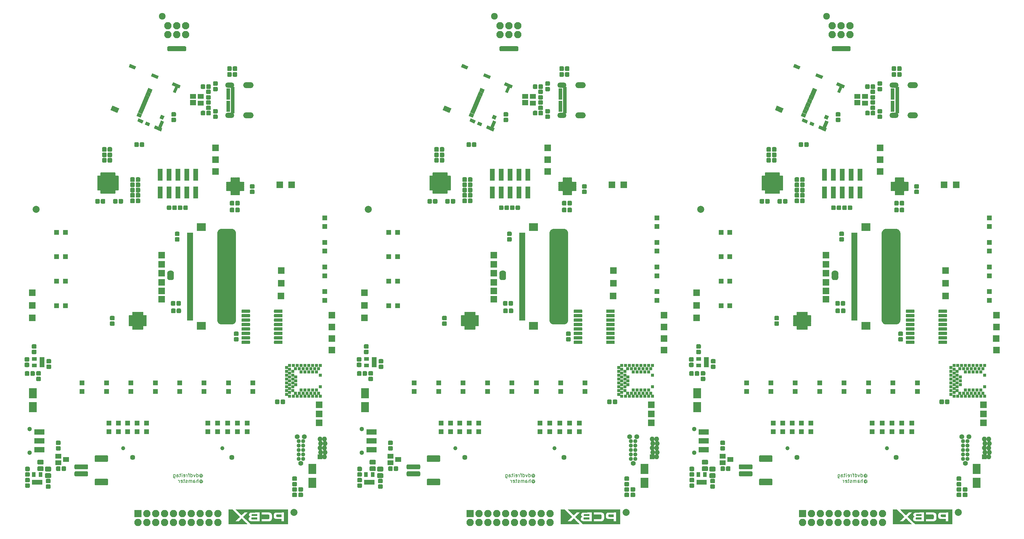
<source format=gbs>
%MOIN*%
%OFA0B0*%
%FSLAX46Y46*%
%IPPOS*%
%LPD*%
%ADD10C,0.005905511811023622*%
%ADD11C,0.00039370078740157485*%
%ADD12C,0.0039370078740157488*%
%ADD13R,0.074803149606299218X0.074803149606299218*%
%ADD14C,0.082677165354330714*%
%ADD15O,0.082677165354330714X0.082677165354330714*%
%ADD16C,0.07574803149606299*%
%ADD17C,0.07874015748031496*%
%ADD18R,0.066929133858267723X0.027559055118110236*%
%ADD19R,0.10236220472440946X0.086614173228346469*%
%ADD20R,0.086614173228346469X0.1141732283464567*%
%ADD21C,0.051181102362204731*%
%ADD22R,0.1141732283464567X0.064960629921259838*%
%ADD23R,0.070866141732283464X0.055118110236220472*%
%ADD24R,0.070866141732283464X0.062992125984251982*%
%ADD25C,0.057086614173228349*%
%ADD26C,0.0452755905511811*%
%ADD27C,0.054548031496063*%
%ADD28C,0.054648031496062996*%
%ADD29C,0.046648031496062996*%
%ADD30R,0.05748031496062992X0.041338582677165357*%
%ADD31R,0.055118110236220472X0.055118110236220472*%
%ADD32O,0.055118110236220472X0.055118110236220472*%
%ADD33R,0.041338582677165357X0.05748031496062992*%
%ADD34R,0.035433070866141732X0.035433070866141732*%
%ADD35O,0.11811023622047245X0.066929133858267723*%
%ADD36O,0.10236220472440946X0.059055118110236227*%
%ADD37R,0.043307086614173235X0.055118110236220472*%
%ADD38R,0.043307086614173235X0.027559055118110236*%
%ADD39R,0.082677165354330714X0.082677165354330714*%
%ADD40R,0.055118110236220472X0.13385826771653545*%
%ADD51C,0.005905511811023622*%
%ADD52C,0.00039370078740157485*%
%ADD53C,0.0039370078740157488*%
%ADD54R,0.074803149606299218X0.074803149606299218*%
%ADD55C,0.082677165354330714*%
%ADD56O,0.082677165354330714X0.082677165354330714*%
%ADD57C,0.07574803149606299*%
%ADD58C,0.07874015748031496*%
%ADD59R,0.066929133858267723X0.027559055118110236*%
%ADD60R,0.10236220472440946X0.086614173228346469*%
%ADD61R,0.086614173228346469X0.1141732283464567*%
%ADD62C,0.051181102362204731*%
%ADD63R,0.1141732283464567X0.064960629921259838*%
%ADD64R,0.070866141732283464X0.055118110236220472*%
%ADD65R,0.070866141732283464X0.062992125984251982*%
%ADD66C,0.057086614173228349*%
%ADD67C,0.0452755905511811*%
%ADD68C,0.054548031496063*%
%ADD69C,0.054648031496062996*%
%ADD70C,0.046648031496062996*%
%ADD71R,0.05748031496062992X0.041338582677165357*%
%ADD72R,0.055118110236220472X0.055118110236220472*%
%ADD73O,0.055118110236220472X0.055118110236220472*%
%ADD74R,0.041338582677165357X0.05748031496062992*%
%ADD75R,0.035433070866141732X0.035433070866141732*%
%ADD76O,0.11811023622047245X0.066929133858267723*%
%ADD77O,0.10236220472440946X0.059055118110236227*%
%ADD78R,0.043307086614173235X0.055118110236220472*%
%ADD79R,0.043307086614173235X0.027559055118110236*%
%ADD80R,0.082677165354330714X0.082677165354330714*%
%ADD81R,0.055118110236220472X0.13385826771653545*%
%ADD82C,0.005905511811023622*%
%ADD83C,0.00039370078740157485*%
%ADD84C,0.0039370078740157488*%
%ADD85R,0.074803149606299218X0.074803149606299218*%
%ADD86C,0.082677165354330714*%
%ADD87O,0.082677165354330714X0.082677165354330714*%
%ADD88C,0.07574803149606299*%
%ADD89C,0.07874015748031496*%
%ADD90R,0.066929133858267723X0.027559055118110236*%
%ADD91R,0.10236220472440946X0.086614173228346469*%
%ADD92R,0.086614173228346469X0.1141732283464567*%
%ADD93C,0.051181102362204731*%
%ADD94R,0.1141732283464567X0.064960629921259838*%
%ADD95R,0.070866141732283464X0.055118110236220472*%
%ADD96R,0.070866141732283464X0.062992125984251982*%
%ADD97C,0.057086614173228349*%
%ADD98C,0.0452755905511811*%
%ADD99C,0.054548031496063*%
%ADD100C,0.054648031496062996*%
%ADD101C,0.046648031496062996*%
%ADD102R,0.05748031496062992X0.041338582677165357*%
%ADD103R,0.055118110236220472X0.055118110236220472*%
%ADD104O,0.055118110236220472X0.055118110236220472*%
%ADD105R,0.041338582677165357X0.05748031496062992*%
%ADD106R,0.035433070866141732X0.035433070866141732*%
%ADD107O,0.11811023622047245X0.066929133858267723*%
%ADD108O,0.10236220472440946X0.059055118110236227*%
%ADD109R,0.043307086614173235X0.055118110236220472*%
%ADD110R,0.043307086614173235X0.027559055118110236*%
%ADD111R,0.082677165354330714X0.082677165354330714*%
%ADD112R,0.055118110236220472X0.13385826771653545*%
D10*
X0002467927Y0001071212D02*
X0002469802Y0001073087D01*
X0002473551Y0001074962D01*
X0002477301Y0001074962D01*
X0002481050Y0001073087D01*
X0002482925Y0001071212D01*
X0002484800Y0001067463D01*
X0002484800Y0001063713D01*
X0002482925Y0001059964D01*
X0002481050Y0001058089D01*
X0002477301Y0001056214D01*
X0002473551Y0001056214D01*
X0002469802Y0001058089D01*
X0002467927Y0001059964D01*
X0002467927Y0001074962D02*
X0002467927Y0001059964D01*
X0002466052Y0001058089D01*
X0002464177Y0001058089D01*
X0002460428Y0001059964D01*
X0002458553Y0001063713D01*
X0002458553Y0001073087D01*
X0002462303Y0001078712D01*
X0002467927Y0001082461D01*
X0002475426Y0001084336D01*
X0002482925Y0001082461D01*
X0002488549Y0001078712D01*
X0002492299Y0001073087D01*
X0002494174Y0001065588D01*
X0002492299Y0001058089D01*
X0002488549Y0001052465D01*
X0002482925Y0001048715D01*
X0002475426Y0001046841D01*
X0002467927Y0001048715D01*
X0002462303Y0001052465D01*
X0002424807Y0001052465D02*
X0002424807Y0001091835D01*
X0002424807Y0001054340D02*
X0002428557Y0001052465D01*
X0002436056Y0001052465D01*
X0002439805Y0001054340D01*
X0002441680Y0001056214D01*
X0002443555Y0001059964D01*
X0002443555Y0001071212D01*
X0002441680Y0001074962D01*
X0002439805Y0001076837D01*
X0002436056Y0001078712D01*
X0002428557Y0001078712D01*
X0002424807Y0001076837D01*
X0002409809Y0001078712D02*
X0002400435Y0001052465D01*
X0002391062Y0001078712D01*
X0002359191Y0001052465D02*
X0002359191Y0001091835D01*
X0002359191Y0001054340D02*
X0002362940Y0001052465D01*
X0002370439Y0001052465D01*
X0002374189Y0001054340D01*
X0002376063Y0001056214D01*
X0002377938Y0001059964D01*
X0002377938Y0001071212D01*
X0002376063Y0001074962D01*
X0002374189Y0001076837D01*
X0002370439Y0001078712D01*
X0002362940Y0001078712D01*
X0002359191Y0001076837D01*
X0002346067Y0001078712D02*
X0002331069Y0001078712D01*
X0002340443Y0001052465D02*
X0002340443Y0001086211D01*
X0002338568Y0001089960D01*
X0002334819Y0001091835D01*
X0002331069Y0001091835D01*
X0002317946Y0001052465D02*
X0002317946Y0001078712D01*
X0002317946Y0001071212D02*
X0002316071Y0001074962D01*
X0002314196Y0001076837D01*
X0002310447Y0001078712D01*
X0002306697Y0001078712D01*
X0002278576Y0001054340D02*
X0002282325Y0001052465D01*
X0002289824Y0001052465D01*
X0002293574Y0001054340D01*
X0002295448Y0001058089D01*
X0002295448Y0001073087D01*
X0002293574Y0001076837D01*
X0002289824Y0001078712D01*
X0002282325Y0001078712D01*
X0002278576Y0001076837D01*
X0002276701Y0001073087D01*
X0002276701Y0001069338D01*
X0002295448Y0001065588D01*
X0002259828Y0001052465D02*
X0002259828Y0001078712D01*
X0002259828Y0001091835D02*
X0002261703Y0001089960D01*
X0002259828Y0001088085D01*
X0002257953Y0001089960D01*
X0002259828Y0001091835D01*
X0002259828Y0001088085D01*
X0002246705Y0001078712D02*
X0002231706Y0001078712D01*
X0002241080Y0001091835D02*
X0002241080Y0001058089D01*
X0002239206Y0001054340D01*
X0002235456Y0001052465D01*
X0002231706Y0001052465D01*
X0002201710Y0001052465D02*
X0002201710Y0001073087D01*
X0002203585Y0001076837D01*
X0002207335Y0001078712D01*
X0002214834Y0001078712D01*
X0002218583Y0001076837D01*
X0002201710Y0001054340D02*
X0002205460Y0001052465D01*
X0002214834Y0001052465D01*
X0002218583Y0001054340D01*
X0002220458Y0001058089D01*
X0002220458Y0001061839D01*
X0002218583Y0001065588D01*
X0002214834Y0001067463D01*
X0002205460Y0001067463D01*
X0002201710Y0001069338D01*
X0002166090Y0001078712D02*
X0002166090Y0001046841D01*
X0002167964Y0001043091D01*
X0002169839Y0001041216D01*
X0002173589Y0001039341D01*
X0002179213Y0001039341D01*
X0002182963Y0001041216D01*
X0002166090Y0001054340D02*
X0002169839Y0001052465D01*
X0002177338Y0001052465D01*
X0002181088Y0001054340D01*
X0002182963Y0001056214D01*
X0002184837Y0001059964D01*
X0002184837Y0001071212D01*
X0002182963Y0001074962D01*
X0002181088Y0001076837D01*
X0002177338Y0001078712D01*
X0002169839Y0001078712D01*
X0002166090Y0001076837D01*
X0002467927Y0001006252D02*
X0002469802Y0001008127D01*
X0002473551Y0001010001D01*
X0002477301Y0001010001D01*
X0002481050Y0001008127D01*
X0002482925Y0001006252D01*
X0002484800Y0001002502D01*
X0002484800Y0000998753D01*
X0002482925Y0000995003D01*
X0002481050Y0000993128D01*
X0002477301Y0000991254D01*
X0002473551Y0000991254D01*
X0002469802Y0000993128D01*
X0002467927Y0000995003D01*
X0002467927Y0001010001D02*
X0002467927Y0000995003D01*
X0002466052Y0000993128D01*
X0002464177Y0000993128D01*
X0002460428Y0000995003D01*
X0002458553Y0000998753D01*
X0002458553Y0001008127D01*
X0002462303Y0001013751D01*
X0002467927Y0001017500D01*
X0002475426Y0001019375D01*
X0002482925Y0001017500D01*
X0002488549Y0001013751D01*
X0002492299Y0001008127D01*
X0002494174Y0001000628D01*
X0002492299Y0000993128D01*
X0002488549Y0000987504D01*
X0002482925Y0000983755D01*
X0002475426Y0000981880D01*
X0002467927Y0000983755D01*
X0002462303Y0000987504D01*
X0002441680Y0000987504D02*
X0002441680Y0001026874D01*
X0002424807Y0000987504D02*
X0002424807Y0001008127D01*
X0002426682Y0001011876D01*
X0002430432Y0001013751D01*
X0002436056Y0001013751D01*
X0002439805Y0001011876D01*
X0002441680Y0001010001D01*
X0002389187Y0000987504D02*
X0002389187Y0001008127D01*
X0002391062Y0001011876D01*
X0002394811Y0001013751D01*
X0002402310Y0001013751D01*
X0002406060Y0001011876D01*
X0002389187Y0000989379D02*
X0002392936Y0000987504D01*
X0002402310Y0000987504D01*
X0002406060Y0000989379D01*
X0002407934Y0000993128D01*
X0002407934Y0000996878D01*
X0002406060Y0001000628D01*
X0002402310Y0001002502D01*
X0002392936Y0001002502D01*
X0002389187Y0001004377D01*
X0002370439Y0000987504D02*
X0002370439Y0001013751D01*
X0002370439Y0001010001D02*
X0002368564Y0001011876D01*
X0002364815Y0001013751D01*
X0002359191Y0001013751D01*
X0002355441Y0001011876D01*
X0002353566Y0001008127D01*
X0002353566Y0000987504D01*
X0002353566Y0001008127D02*
X0002351691Y0001011876D01*
X0002347942Y0001013751D01*
X0002342318Y0001013751D01*
X0002338568Y0001011876D01*
X0002336693Y0001008127D01*
X0002336693Y0000987504D01*
X0002319820Y0000989379D02*
X0002316071Y0000987504D01*
X0002308572Y0000987504D01*
X0002304822Y0000989379D01*
X0002302948Y0000993128D01*
X0002302948Y0000995003D01*
X0002304822Y0000998753D01*
X0002308572Y0001000628D01*
X0002314196Y0001000628D01*
X0002317946Y0001002502D01*
X0002319820Y0001006252D01*
X0002319820Y0001008127D01*
X0002317946Y0001011876D01*
X0002314196Y0001013751D01*
X0002308572Y0001013751D01*
X0002304822Y0001011876D01*
X0002291699Y0001013751D02*
X0002276701Y0001013751D01*
X0002286075Y0001026874D02*
X0002286075Y0000993128D01*
X0002284200Y0000989379D01*
X0002280450Y0000987504D01*
X0002276701Y0000987504D01*
X0002248579Y0000989379D02*
X0002252329Y0000987504D01*
X0002259828Y0000987504D01*
X0002263577Y0000989379D01*
X0002265452Y0000993128D01*
X0002265452Y0001008127D01*
X0002263577Y0001011876D01*
X0002259828Y0001013751D01*
X0002252329Y0001013751D01*
X0002248579Y0001011876D01*
X0002246705Y0001008127D01*
X0002246705Y0001004377D01*
X0002265452Y0001000628D01*
X0002229832Y0000987504D02*
X0002229832Y0001013751D01*
X0002229832Y0001006252D02*
X0002227957Y0001010001D01*
X0002226082Y0001011876D01*
X0002222333Y0001013751D01*
X0002218583Y0001013751D01*
D11*
G36*
X0003352531Y0000628424D02*
G01*
X0003344994Y0000628335D01*
X0003338945Y0000628227D01*
X0003334203Y0000628067D01*
X0003330589Y0000627823D01*
X0003327924Y0000627463D01*
X0003326028Y0000626955D01*
X0003324721Y0000626268D01*
X0003323823Y0000625370D01*
X0003323156Y0000624228D01*
X0003322668Y0000623119D01*
X0003321834Y0000619776D01*
X0003321578Y0000615625D01*
X0003321906Y0000611424D01*
X0003322578Y0000608576D01*
X0003323189Y0000607016D01*
X0003323963Y0000605761D01*
X0003325074Y0000604778D01*
X0003326699Y0000604035D01*
X0003329012Y0000603499D01*
X0003332188Y0000603135D01*
X0003336403Y0000602911D01*
X0003341831Y0000602793D01*
X0003348647Y0000602749D01*
X0003353364Y0000602744D01*
X0003377322Y0000602743D01*
X0003377322Y0000628688D01*
X0003352531Y0000628424D01*
G37*
X0003352531Y0000628424D02*
X0003344994Y0000628335D01*
X0003338945Y0000628227D01*
X0003334203Y0000628067D01*
X0003330589Y0000627823D01*
X0003327924Y0000627463D01*
X0003326028Y0000626955D01*
X0003324721Y0000626268D01*
X0003323823Y0000625370D01*
X0003323156Y0000624228D01*
X0003322668Y0000623119D01*
X0003321834Y0000619776D01*
X0003321578Y0000615625D01*
X0003321906Y0000611424D01*
X0003322578Y0000608576D01*
X0003323189Y0000607016D01*
X0003323963Y0000605761D01*
X0003325074Y0000604778D01*
X0003326699Y0000604035D01*
X0003329012Y0000603499D01*
X0003332188Y0000603135D01*
X0003336403Y0000602911D01*
X0003341831Y0000602793D01*
X0003348647Y0000602749D01*
X0003353364Y0000602744D01*
X0003377322Y0000602743D01*
X0003377322Y0000628688D01*
X0003352531Y0000628424D01*
G36*
X0003157914Y0000684321D02*
G01*
X0002865206Y0000684279D01*
X0002875361Y0000674529D01*
X0002878415Y0000671588D01*
X0002882439Y0000667700D01*
X0002887207Y0000663083D01*
X0002892494Y0000657955D01*
X0002898078Y0000652532D01*
X0002903733Y0000647034D01*
X0002907691Y0000643180D01*
X0002929867Y0000621580D01*
X0002934203Y0000625725D01*
X0002936175Y0000627612D01*
X0002939079Y0000630392D01*
X0002942642Y0000633806D01*
X0002946595Y0000637594D01*
X0002950664Y0000641495D01*
X0002950877Y0000641700D01*
X0002963216Y0000653530D01*
X0002981711Y0000653518D01*
X0003000206Y0000653506D01*
X0002974713Y0000628104D01*
X0002949221Y0000602702D01*
X0002990867Y0000562283D01*
X0003032513Y0000521863D01*
X0003450622Y0000521863D01*
X0003450622Y0000552659D01*
X0003408122Y0000552659D01*
X0003392914Y0000552886D01*
X0003377706Y0000553113D01*
X0003377475Y0000565345D01*
X0003377245Y0000577578D01*
X0003344142Y0000577869D01*
X0003335817Y0000577945D01*
X0003328983Y0000578020D01*
X0003323466Y0000578105D01*
X0003319091Y0000578207D01*
X0003315682Y0000578339D01*
X0003313065Y0000578509D01*
X0003311064Y0000578728D01*
X0003309505Y0000579005D01*
X0003308212Y0000579351D01*
X0003307010Y0000579775D01*
X0003306422Y0000580006D01*
X0003301906Y0000582499D01*
X0003297875Y0000585995D01*
X0003294877Y0000590000D01*
X0003294552Y0000590613D01*
X0003292720Y0000595490D01*
X0003291399Y0000601540D01*
X0003290992Y0000605018D01*
X0003273683Y0000605018D01*
X0003273671Y0000598454D01*
X0003273546Y0000592080D01*
X0003273310Y0000586199D01*
X0003272961Y0000581113D01*
X0003272502Y0000577124D01*
X0003272012Y0000574780D01*
X0003269225Y0000568018D01*
X0003265348Y0000562499D01*
X0003260343Y0000558189D01*
X0003254170Y0000555053D01*
X0003246898Y0000553078D01*
X0003244829Y0000552808D01*
X0003241761Y0000552579D01*
X0003237595Y0000552389D01*
X0003232236Y0000552235D01*
X0003225588Y0000552115D01*
X0003217555Y0000552027D01*
X0003208039Y0000551968D01*
X0003197914Y0000551938D01*
X0003154789Y0000551863D01*
X0003154789Y0000552696D01*
X0003134789Y0000552696D01*
X0003085831Y0000552713D01*
X0003076306Y0000552730D01*
X0003067268Y0000552774D01*
X0003058871Y0000552842D01*
X0003051272Y0000552932D01*
X0003044626Y0000553042D01*
X0003039090Y0000553168D01*
X0003034820Y0000553309D01*
X0003031970Y0000553463D01*
X0003031039Y0000553555D01*
X0003024047Y0000555134D01*
X0003018369Y0000557729D01*
X0003013971Y0000561377D01*
X0003010822Y0000566116D01*
X0003008887Y0000571985D01*
X0003008135Y0000579021D01*
X0003008122Y0000580177D01*
X0003008676Y0000587241D01*
X0003010335Y0000593067D01*
X0003013096Y0000597650D01*
X0003016957Y0000600985D01*
X0003020896Y0000602771D01*
X0003024860Y0000604036D01*
X0003020658Y0000606759D01*
X0003016556Y0000610115D01*
X0003013770Y0000614132D01*
X0003012149Y0000619081D01*
X0003011629Y0000623243D01*
X0003011805Y0000630562D01*
X0003013321Y0000636916D01*
X0003016166Y0000642280D01*
X0003020324Y0000646633D01*
X0003025781Y0000649950D01*
X0003028539Y0000651058D01*
X0003034372Y0000653101D01*
X0003134789Y0000653614D01*
X0003134789Y0000552696D01*
X0003154789Y0000552696D01*
X0003154789Y0000576729D01*
X0003192081Y0000577055D01*
X0003201386Y0000577142D01*
X0003209179Y0000577235D01*
X0003215610Y0000577348D01*
X0003220835Y0000577496D01*
X0003225005Y0000577693D01*
X0003228274Y0000577955D01*
X0003230795Y0000578296D01*
X0003232721Y0000578731D01*
X0003234205Y0000579273D01*
X0003235400Y0000579938D01*
X0003236460Y0000580741D01*
X0003237160Y0000581353D01*
X0003238853Y0000583064D01*
X0003240093Y0000584894D01*
X0003240960Y0000587142D01*
X0003241532Y0000590111D01*
X0003241888Y0000594103D01*
X0003242109Y0000599417D01*
X0003242133Y0000600268D01*
X0003242186Y0000607775D01*
X0003241854Y0000613816D01*
X0003241083Y0000618556D01*
X0003239817Y0000622164D01*
X0003237998Y0000624806D01*
X0003235571Y0000626648D01*
X0003232928Y0000627730D01*
X0003231462Y0000628018D01*
X0003229030Y0000628268D01*
X0003225527Y0000628483D01*
X0003220847Y0000628668D01*
X0003214886Y0000628826D01*
X0003207538Y0000628960D01*
X0003198697Y0000629073D01*
X0003192081Y0000629139D01*
X0003154789Y0000629471D01*
X0003154789Y0000654363D01*
X0003195930Y0000654363D01*
X0003205937Y0000654353D01*
X0003214428Y0000654321D01*
X0003221553Y0000654263D01*
X0003227462Y0000654174D01*
X0003232307Y0000654052D01*
X0003236237Y0000653892D01*
X0003239403Y0000653690D01*
X0003241956Y0000653443D01*
X0003244045Y0000653146D01*
X0003244219Y0000653116D01*
X0003251747Y0000651429D01*
X0003257850Y0000649160D01*
X0003262716Y0000646156D01*
X0003266530Y0000642261D01*
X0003269479Y0000637323D01*
X0003271750Y0000631186D01*
X0003272056Y0000630109D01*
X0003272608Y0000627129D01*
X0003273046Y0000622827D01*
X0003273371Y0000617507D01*
X0003273583Y0000611469D01*
X0003273683Y0000605018D01*
X0003290992Y0000605018D01*
X0003290602Y0000608346D01*
X0003290341Y0000615492D01*
X0003290628Y0000622559D01*
X0003291478Y0000629131D01*
X0003292901Y0000634790D01*
X0003293190Y0000635603D01*
X0003295865Y0000640833D01*
X0003299550Y0000645266D01*
X0003303904Y0000648499D01*
X0003304316Y0000648717D01*
X0003306074Y0000649602D01*
X0003307714Y0000650355D01*
X0003309382Y0000650988D01*
X0003311224Y0000651514D01*
X0003313386Y0000651942D01*
X0003316015Y0000652286D01*
X0003319257Y0000652557D01*
X0003323257Y0000652767D01*
X0003328162Y0000652926D01*
X0003334118Y0000653047D01*
X0003341271Y0000653141D01*
X0003349768Y0000653220D01*
X0003359754Y0000653296D01*
X0003362081Y0000653313D01*
X0003408122Y0000653643D01*
X0003408122Y0000552659D01*
X0003450622Y0000552659D01*
X0003450622Y0000684363D01*
X0003157914Y0000684321D01*
G37*
X0003157914Y0000684321D02*
X0002865206Y0000684279D01*
X0002875361Y0000674529D01*
X0002878415Y0000671588D01*
X0002882439Y0000667700D01*
X0002887207Y0000663083D01*
X0002892494Y0000657955D01*
X0002898078Y0000652532D01*
X0002903733Y0000647034D01*
X0002907691Y0000643180D01*
X0002929867Y0000621580D01*
X0002934203Y0000625725D01*
X0002936175Y0000627612D01*
X0002939079Y0000630392D01*
X0002942642Y0000633806D01*
X0002946595Y0000637594D01*
X0002950664Y0000641495D01*
X0002950877Y0000641700D01*
X0002963216Y0000653530D01*
X0002981711Y0000653518D01*
X0003000206Y0000653506D01*
X0002974713Y0000628104D01*
X0002949221Y0000602702D01*
X0002990867Y0000562283D01*
X0003032513Y0000521863D01*
X0003450622Y0000521863D01*
X0003450622Y0000552659D01*
X0003408122Y0000552659D01*
X0003392914Y0000552886D01*
X0003377706Y0000553113D01*
X0003377475Y0000565345D01*
X0003377245Y0000577578D01*
X0003344142Y0000577869D01*
X0003335817Y0000577945D01*
X0003328983Y0000578020D01*
X0003323466Y0000578105D01*
X0003319091Y0000578207D01*
X0003315682Y0000578339D01*
X0003313065Y0000578509D01*
X0003311064Y0000578728D01*
X0003309505Y0000579005D01*
X0003308212Y0000579351D01*
X0003307010Y0000579775D01*
X0003306422Y0000580006D01*
X0003301906Y0000582499D01*
X0003297875Y0000585995D01*
X0003294877Y0000590000D01*
X0003294552Y0000590613D01*
X0003292720Y0000595490D01*
X0003291399Y0000601540D01*
X0003290992Y0000605018D01*
X0003273683Y0000605018D01*
X0003273671Y0000598454D01*
X0003273546Y0000592080D01*
X0003273310Y0000586199D01*
X0003272961Y0000581113D01*
X0003272502Y0000577124D01*
X0003272012Y0000574780D01*
X0003269225Y0000568018D01*
X0003265348Y0000562499D01*
X0003260343Y0000558189D01*
X0003254170Y0000555053D01*
X0003246898Y0000553078D01*
X0003244829Y0000552808D01*
X0003241761Y0000552579D01*
X0003237595Y0000552389D01*
X0003232236Y0000552235D01*
X0003225588Y0000552115D01*
X0003217555Y0000552027D01*
X0003208039Y0000551968D01*
X0003197914Y0000551938D01*
X0003154789Y0000551863D01*
X0003154789Y0000552696D01*
X0003134789Y0000552696D01*
X0003085831Y0000552713D01*
X0003076306Y0000552730D01*
X0003067268Y0000552774D01*
X0003058871Y0000552842D01*
X0003051272Y0000552932D01*
X0003044626Y0000553042D01*
X0003039090Y0000553168D01*
X0003034820Y0000553309D01*
X0003031970Y0000553463D01*
X0003031039Y0000553555D01*
X0003024047Y0000555134D01*
X0003018369Y0000557729D01*
X0003013971Y0000561377D01*
X0003010822Y0000566116D01*
X0003008887Y0000571985D01*
X0003008135Y0000579021D01*
X0003008122Y0000580177D01*
X0003008676Y0000587241D01*
X0003010335Y0000593067D01*
X0003013096Y0000597650D01*
X0003016957Y0000600985D01*
X0003020896Y0000602771D01*
X0003024860Y0000604036D01*
X0003020658Y0000606759D01*
X0003016556Y0000610115D01*
X0003013770Y0000614132D01*
X0003012149Y0000619081D01*
X0003011629Y0000623243D01*
X0003011805Y0000630562D01*
X0003013321Y0000636916D01*
X0003016166Y0000642280D01*
X0003020324Y0000646633D01*
X0003025781Y0000649950D01*
X0003028539Y0000651058D01*
X0003034372Y0000653101D01*
X0003134789Y0000653614D01*
X0003134789Y0000552696D01*
X0003154789Y0000552696D01*
X0003154789Y0000576729D01*
X0003192081Y0000577055D01*
X0003201386Y0000577142D01*
X0003209179Y0000577235D01*
X0003215610Y0000577348D01*
X0003220835Y0000577496D01*
X0003225005Y0000577693D01*
X0003228274Y0000577955D01*
X0003230795Y0000578296D01*
X0003232721Y0000578731D01*
X0003234205Y0000579273D01*
X0003235400Y0000579938D01*
X0003236460Y0000580741D01*
X0003237160Y0000581353D01*
X0003238853Y0000583064D01*
X0003240093Y0000584894D01*
X0003240960Y0000587142D01*
X0003241532Y0000590111D01*
X0003241888Y0000594103D01*
X0003242109Y0000599417D01*
X0003242133Y0000600268D01*
X0003242186Y0000607775D01*
X0003241854Y0000613816D01*
X0003241083Y0000618556D01*
X0003239817Y0000622164D01*
X0003237998Y0000624806D01*
X0003235571Y0000626648D01*
X0003232928Y0000627730D01*
X0003231462Y0000628018D01*
X0003229030Y0000628268D01*
X0003225527Y0000628483D01*
X0003220847Y0000628668D01*
X0003214886Y0000628826D01*
X0003207538Y0000628960D01*
X0003198697Y0000629073D01*
X0003192081Y0000629139D01*
X0003154789Y0000629471D01*
X0003154789Y0000654363D01*
X0003195930Y0000654363D01*
X0003205937Y0000654353D01*
X0003214428Y0000654321D01*
X0003221553Y0000654263D01*
X0003227462Y0000654174D01*
X0003232307Y0000654052D01*
X0003236237Y0000653892D01*
X0003239403Y0000653690D01*
X0003241956Y0000653443D01*
X0003244045Y0000653146D01*
X0003244219Y0000653116D01*
X0003251747Y0000651429D01*
X0003257850Y0000649160D01*
X0003262716Y0000646156D01*
X0003266530Y0000642261D01*
X0003269479Y0000637323D01*
X0003271750Y0000631186D01*
X0003272056Y0000630109D01*
X0003272608Y0000627129D01*
X0003273046Y0000622827D01*
X0003273371Y0000617507D01*
X0003273583Y0000611469D01*
X0003273683Y0000605018D01*
X0003290992Y0000605018D01*
X0003290602Y0000608346D01*
X0003290341Y0000615492D01*
X0003290628Y0000622559D01*
X0003291478Y0000629131D01*
X0003292901Y0000634790D01*
X0003293190Y0000635603D01*
X0003295865Y0000640833D01*
X0003299550Y0000645266D01*
X0003303904Y0000648499D01*
X0003304316Y0000648717D01*
X0003306074Y0000649602D01*
X0003307714Y0000650355D01*
X0003309382Y0000650988D01*
X0003311224Y0000651514D01*
X0003313386Y0000651942D01*
X0003316015Y0000652286D01*
X0003319257Y0000652557D01*
X0003323257Y0000652767D01*
X0003328162Y0000652926D01*
X0003334118Y0000653047D01*
X0003341271Y0000653141D01*
X0003349768Y0000653220D01*
X0003359754Y0000653296D01*
X0003362081Y0000653313D01*
X0003408122Y0000653643D01*
X0003408122Y0000552659D01*
X0003450622Y0000552659D01*
X0003450622Y0000684363D01*
X0003157914Y0000684321D01*
G36*
X0003041901Y0000591497D02*
G01*
X0003040653Y0000589920D01*
X0003040036Y0000588020D01*
X0003039857Y0000585167D01*
X0003039856Y0000584793D01*
X0003040000Y0000581805D01*
X0003040563Y0000579837D01*
X0003041737Y0000578255D01*
X0003041901Y0000578088D01*
X0003043947Y0000576043D01*
X0003104022Y0000576043D01*
X0003104022Y0000593543D01*
X0003043947Y0000593543D01*
X0003041901Y0000591497D01*
G37*
X0003041901Y0000591497D02*
X0003040653Y0000589920D01*
X0003040036Y0000588020D01*
X0003039857Y0000585167D01*
X0003039856Y0000584793D01*
X0003040000Y0000581805D01*
X0003040563Y0000579837D01*
X0003041737Y0000578255D01*
X0003041901Y0000578088D01*
X0003043947Y0000576043D01*
X0003104022Y0000576043D01*
X0003104022Y0000593543D01*
X0003043947Y0000593543D01*
X0003041901Y0000591497D01*
G36*
X0002844198Y0000648892D02*
G01*
X0002844180Y0000648387D01*
X0002845009Y0000647286D01*
X0002846008Y0000647146D01*
X0002846489Y0000648057D01*
X0002845818Y0000649205D01*
X0002845170Y0000649376D01*
X0002844198Y0000648892D01*
G37*
X0002844198Y0000648892D02*
X0002844180Y0000648387D01*
X0002845009Y0000647286D01*
X0002846008Y0000647146D01*
X0002846489Y0000648057D01*
X0002845818Y0000649205D01*
X0002845170Y0000649376D01*
X0002844198Y0000648892D01*
G36*
X0002842790Y0000652266D02*
G01*
X0002840803Y0000650242D01*
X0002839870Y0000647122D01*
X0002839822Y0000646096D01*
X0002840437Y0000643069D01*
X0002842037Y0000640857D01*
X0002844251Y0000639630D01*
X0002846710Y0000639554D01*
X0002849046Y0000640799D01*
X0002849762Y0000641572D01*
X0002850801Y0000643622D01*
X0002848878Y0000643622D01*
X0002848592Y0000642283D01*
X0002847881Y0000641879D01*
X0002847783Y0000641876D01*
X0002846717Y0000642573D01*
X0002846489Y0000643543D01*
X0002846180Y0000644898D01*
X0002845753Y0000645209D01*
X0002844975Y0000644516D01*
X0002844581Y0000643543D01*
X0002843847Y0000642190D01*
X0002843234Y0000641876D01*
X0002842456Y0000642486D01*
X0002842424Y0000643745D01*
X0002843139Y0000644782D01*
X0002843449Y0000645834D01*
X0002843007Y0000646804D01*
X0002842347Y0000648891D01*
X0002843127Y0000650352D01*
X0002845160Y0000650919D01*
X0002845858Y0000650888D01*
X0002847443Y0000650644D01*
X0002848280Y0000650013D01*
X0002848654Y0000648548D01*
X0002848824Y0000646251D01*
X0002848878Y0000643622D01*
X0002850801Y0000643622D01*
X0002851219Y0000644447D01*
X0002851441Y0000647418D01*
X0002850569Y0000650090D01*
X0002848746Y0000652072D01*
X0002846111Y0000652970D01*
X0002845656Y0000652987D01*
X0002842790Y0000652266D01*
G37*
X0002842790Y0000652266D02*
X0002840803Y0000650242D01*
X0002839870Y0000647122D01*
X0002839822Y0000646096D01*
X0002840437Y0000643069D01*
X0002842037Y0000640857D01*
X0002844251Y0000639630D01*
X0002846710Y0000639554D01*
X0002849046Y0000640799D01*
X0002849762Y0000641572D01*
X0002850801Y0000643622D01*
X0002848878Y0000643622D01*
X0002848592Y0000642283D01*
X0002847881Y0000641879D01*
X0002847783Y0000641876D01*
X0002846717Y0000642573D01*
X0002846489Y0000643543D01*
X0002846180Y0000644898D01*
X0002845753Y0000645209D01*
X0002844975Y0000644516D01*
X0002844581Y0000643543D01*
X0002843847Y0000642190D01*
X0002843234Y0000641876D01*
X0002842456Y0000642486D01*
X0002842424Y0000643745D01*
X0002843139Y0000644782D01*
X0002843449Y0000645834D01*
X0002843007Y0000646804D01*
X0002842347Y0000648891D01*
X0002843127Y0000650352D01*
X0002845160Y0000650919D01*
X0002845858Y0000650888D01*
X0002847443Y0000650644D01*
X0002848280Y0000650013D01*
X0002848654Y0000648548D01*
X0002848824Y0000646251D01*
X0002848878Y0000643622D01*
X0002850801Y0000643622D01*
X0002851219Y0000644447D01*
X0002851441Y0000647418D01*
X0002850569Y0000650090D01*
X0002848746Y0000652072D01*
X0002846111Y0000652970D01*
X0002845656Y0000652987D01*
X0002842790Y0000652266D01*
G36*
X0003047688Y0000630463D02*
G01*
X0003045538Y0000628443D01*
X0003043925Y0000625932D01*
X0003043248Y0000622719D01*
X0003043516Y0000619425D01*
X0003044742Y0000616671D01*
X0003045318Y0000616025D01*
X0003045874Y0000615539D01*
X0003046516Y0000615149D01*
X0003047421Y0000614844D01*
X0003048763Y0000614614D01*
X0003050719Y0000614448D01*
X0003053466Y0000614335D01*
X0003057178Y0000614266D01*
X0003062031Y0000614230D01*
X0003068202Y0000614215D01*
X0003075734Y0000614213D01*
X0003104222Y0000614213D01*
X0003104222Y0000630943D01*
X0003047688Y0000630463D01*
G37*
X0003047688Y0000630463D02*
X0003045538Y0000628443D01*
X0003043925Y0000625932D01*
X0003043248Y0000622719D01*
X0003043516Y0000619425D01*
X0003044742Y0000616671D01*
X0003045318Y0000616025D01*
X0003045874Y0000615539D01*
X0003046516Y0000615149D01*
X0003047421Y0000614844D01*
X0003048763Y0000614614D01*
X0003050719Y0000614448D01*
X0003053466Y0000614335D01*
X0003057178Y0000614266D01*
X0003062031Y0000614230D01*
X0003068202Y0000614215D01*
X0003075734Y0000614213D01*
X0003104222Y0000614213D01*
X0003104222Y0000630943D01*
X0003047688Y0000630463D01*
G36*
X0002783989Y0000521876D02*
G01*
X0002888156Y0000521876D01*
X0002901185Y0000521878D01*
X0002913744Y0000521883D01*
X0002925733Y0000521892D01*
X0002937052Y0000521904D01*
X0002947602Y0000521918D01*
X0002957282Y0000521935D01*
X0002965994Y0000521955D01*
X0002973636Y0000521976D01*
X0002980110Y0000522000D01*
X0002985315Y0000522025D01*
X0002989152Y0000522052D01*
X0002991521Y0000522080D01*
X0002992322Y0000522109D01*
X0002991745Y0000522720D01*
X0002990088Y0000524388D01*
X0002987459Y0000527006D01*
X0002983970Y0000530464D01*
X0002979730Y0000534653D01*
X0002974849Y0000539466D01*
X0002969437Y0000544793D01*
X0002963603Y0000550526D01*
X0002961016Y0000553065D01*
X0002929709Y0000583789D01*
X0002914091Y0000568249D01*
X0002898473Y0000552709D01*
X0002878522Y0000552719D01*
X0002858572Y0000552728D01*
X0002868156Y0000562128D01*
X0002871515Y0000565411D01*
X0002875774Y0000569553D01*
X0002880627Y0000574259D01*
X0002885771Y0000579235D01*
X0002890902Y0000584185D01*
X0002893989Y0000587157D01*
X0002910239Y0000602786D01*
X0002869032Y0000643581D01*
X0002866360Y0000646226D01*
X0002852967Y0000646226D01*
X0002852553Y0000643209D01*
X0002851082Y0000640560D01*
X0002849082Y0000638959D01*
X0002846758Y0000637939D01*
X0002844818Y0000637923D01*
X0002842716Y0000638705D01*
X0002840246Y0000640669D01*
X0002838692Y0000643590D01*
X0002838216Y0000646938D01*
X0002838979Y0000650183D01*
X0002839125Y0000650473D01*
X0002841106Y0000652999D01*
X0002843826Y0000654185D01*
X0002845719Y0000654350D01*
X0002848700Y0000653673D01*
X0002850957Y0000651840D01*
X0002852407Y0000649230D01*
X0002852967Y0000646226D01*
X0002866360Y0000646226D01*
X0002827825Y0000684376D01*
X0002783989Y0000684376D01*
X0002783989Y0000521876D01*
G37*
X0002783989Y0000521876D02*
X0002888156Y0000521876D01*
X0002901185Y0000521878D01*
X0002913744Y0000521883D01*
X0002925733Y0000521892D01*
X0002937052Y0000521904D01*
X0002947602Y0000521918D01*
X0002957282Y0000521935D01*
X0002965994Y0000521955D01*
X0002973636Y0000521976D01*
X0002980110Y0000522000D01*
X0002985315Y0000522025D01*
X0002989152Y0000522052D01*
X0002991521Y0000522080D01*
X0002992322Y0000522109D01*
X0002991745Y0000522720D01*
X0002990088Y0000524388D01*
X0002987459Y0000527006D01*
X0002983970Y0000530464D01*
X0002979730Y0000534653D01*
X0002974849Y0000539466D01*
X0002969437Y0000544793D01*
X0002963603Y0000550526D01*
X0002961016Y0000553065D01*
X0002929709Y0000583789D01*
X0002914091Y0000568249D01*
X0002898473Y0000552709D01*
X0002878522Y0000552719D01*
X0002858572Y0000552728D01*
X0002868156Y0000562128D01*
X0002871515Y0000565411D01*
X0002875774Y0000569553D01*
X0002880627Y0000574259D01*
X0002885771Y0000579235D01*
X0002890902Y0000584185D01*
X0002893989Y0000587157D01*
X0002910239Y0000602786D01*
X0002869032Y0000643581D01*
X0002866360Y0000646226D01*
X0002852967Y0000646226D01*
X0002852553Y0000643209D01*
X0002851082Y0000640560D01*
X0002849082Y0000638959D01*
X0002846758Y0000637939D01*
X0002844818Y0000637923D01*
X0002842716Y0000638705D01*
X0002840246Y0000640669D01*
X0002838692Y0000643590D01*
X0002838216Y0000646938D01*
X0002838979Y0000650183D01*
X0002839125Y0000650473D01*
X0002841106Y0000652999D01*
X0002843826Y0000654185D01*
X0002845719Y0000654350D01*
X0002848700Y0000653673D01*
X0002850957Y0000651840D01*
X0002852407Y0000649230D01*
X0002852967Y0000646226D01*
X0002866360Y0000646226D01*
X0002827825Y0000684376D01*
X0002783989Y0000684376D01*
X0002783989Y0000521876D01*
D12*
G36*
X0001531714Y0005155381D02*
G01*
X0001455610Y0005187685D01*
X0001477300Y0005238784D01*
X0001553404Y0005206480D01*
X0001531714Y0005155381D01*
G37*
G36*
X0001812577Y0005036162D02*
G01*
X0001756404Y0005060005D01*
X0001770557Y0005093347D01*
X0001826729Y0005069503D01*
X0001812577Y0005036162D01*
G37*
G36*
X0001886870Y0005004626D02*
G01*
X0001842656Y0005023394D01*
X0001856809Y0005056735D01*
X0001901022Y0005037967D01*
X0001886870Y0005004626D01*
G37*
G36*
X0002024583Y0004946170D02*
G01*
X0001943042Y0004980782D01*
X0001957964Y0005015936D01*
X0002039505Y0004981324D01*
X0002024583Y0004946170D01*
G37*
G36*
X0002028633Y0004985938D02*
G01*
X0001994204Y0005000552D01*
X0002024201Y0005071221D01*
X0002058630Y0005056607D01*
X0002028633Y0004985938D01*
G37*
G36*
X0002046201Y0005077708D02*
G01*
X0002006337Y0005094629D01*
X0002023258Y0005134493D01*
X0002063123Y0005117572D01*
X0002046201Y0005077708D01*
G37*
G36*
X0002187840Y0005378137D02*
G01*
X0002157036Y0005391213D01*
X0002183187Y0005452822D01*
X0002213991Y0005439746D01*
X0002187840Y0005378137D01*
G37*
G36*
X0002230255Y0005430704D02*
G01*
X0002144728Y0005467008D01*
X0002159650Y0005502161D01*
X0002245177Y0005465857D01*
X0002230255Y0005430704D01*
G37*
G36*
X0001984590Y0005537121D02*
G01*
X0001910297Y0005568656D01*
X0001924450Y0005601998D01*
X0001998742Y0005570462D01*
X0001984590Y0005537121D01*
G37*
G36*
X0001728326Y0005643760D02*
G01*
X0001661282Y0005672219D01*
X0001676203Y0005707372D01*
X0001743248Y0005678913D01*
X0001728326Y0005643760D01*
G37*
G36*
X0001794830Y0005100151D02*
G01*
X0001747718Y0005120149D01*
X0001763716Y0005157839D01*
X0001810829Y0005137841D01*
X0001794830Y0005100151D01*
G37*
G36*
X0001811752Y0005140015D02*
G01*
X0001764639Y0005160014D01*
X0001780638Y0005197704D01*
X0001827750Y0005177705D01*
X0001811752Y0005140015D01*
G37*
G36*
X0001828673Y0005179880D02*
G01*
X0001781561Y0005199878D01*
X0001797559Y0005237568D01*
X0001844672Y0005217570D01*
X0001828673Y0005179880D01*
G37*
G36*
X0001845595Y0005219744D02*
G01*
X0001798482Y0005239742D01*
X0001814481Y0005277432D01*
X0001861593Y0005257434D01*
X0001845595Y0005219744D01*
G37*
G36*
X0001862516Y0005259609D02*
G01*
X0001815404Y0005279607D01*
X0001831402Y0005317297D01*
X0001878514Y0005297299D01*
X0001862516Y0005259609D01*
G37*
G36*
X0001879437Y0005299473D02*
G01*
X0001832325Y0005319471D01*
X0001848323Y0005357161D01*
X0001895436Y0005337163D01*
X0001879437Y0005299473D01*
G37*
G36*
X0001896359Y0005339337D02*
G01*
X0001849246Y0005359336D01*
X0001865245Y0005397025D01*
X0001912357Y0005377027D01*
X0001896359Y0005339337D01*
G37*
G36*
X0001913280Y0005379202D02*
G01*
X0001866168Y0005399200D01*
X0001882166Y0005436890D01*
X0001929279Y0005416892D01*
X0001913280Y0005379202D01*
G37*
D13*
X0002031496Y0003553149D03*
X0002031496Y0003349212D03*
D12*
G36*
X0002174507Y0003035175D02*
G01*
X0002175725Y0003034995D01*
X0002176920Y0003034695D01*
X0002178079Y0003034280D01*
X0002179193Y0003033754D01*
X0002180249Y0003033121D01*
X0002181238Y0003032387D01*
X0002182151Y0003031560D01*
X0002182978Y0003030648D01*
X0002183711Y0003029658D01*
X0002184344Y0003028602D01*
X0002184871Y0003027489D01*
X0002185286Y0003026329D01*
X0002185585Y0003025135D01*
X0002185766Y0003023917D01*
X0002185826Y0003022687D01*
X0002185826Y0002994635D01*
X0002185766Y0002993405D01*
X0002185585Y0002992187D01*
X0002185286Y0002990992D01*
X0002184871Y0002989833D01*
X0002184344Y0002988720D01*
X0002183711Y0002987663D01*
X0002182978Y0002986674D01*
X0002182151Y0002985762D01*
X0002181238Y0002984935D01*
X0002180249Y0002984201D01*
X0002179193Y0002983568D01*
X0002178079Y0002983041D01*
X0002176920Y0002982626D01*
X0002175725Y0002982327D01*
X0002174507Y0002982147D01*
X0002173277Y0002982086D01*
X0002148179Y0002982086D01*
X0002146949Y0002982147D01*
X0002145730Y0002982327D01*
X0002144536Y0002982626D01*
X0002143376Y0002983041D01*
X0002142263Y0002983568D01*
X0002141207Y0002984201D01*
X0002140217Y0002984935D01*
X0002139305Y0002985762D01*
X0002138478Y0002986674D01*
X0002137744Y0002987663D01*
X0002137111Y0002988720D01*
X0002136585Y0002989833D01*
X0002136170Y0002990992D01*
X0002135871Y0002992187D01*
X0002135690Y0002993405D01*
X0002135629Y0002994635D01*
X0002135629Y0003022687D01*
X0002135690Y0003023917D01*
X0002135871Y0003025135D01*
X0002136170Y0003026329D01*
X0002136585Y0003027489D01*
X0002137111Y0003028602D01*
X0002137744Y0003029658D01*
X0002138478Y0003030648D01*
X0002139305Y0003031560D01*
X0002140217Y0003032387D01*
X0002141207Y0003033121D01*
X0002142263Y0003033754D01*
X0002143376Y0003034280D01*
X0002144536Y0003034695D01*
X0002145730Y0003034995D01*
X0002146949Y0003035175D01*
X0002148179Y0003035236D01*
X0002173277Y0003035236D01*
X0002174507Y0003035175D01*
G37*
G36*
X0002236515Y0003035175D02*
G01*
X0002237733Y0003034995D01*
X0002238928Y0003034695D01*
X0002240087Y0003034280D01*
X0002241201Y0003033754D01*
X0002242257Y0003033121D01*
X0002243246Y0003032387D01*
X0002244159Y0003031560D01*
X0002244986Y0003030648D01*
X0002245719Y0003029658D01*
X0002246352Y0003028602D01*
X0002246879Y0003027489D01*
X0002247294Y0003026329D01*
X0002247593Y0003025135D01*
X0002247774Y0003023917D01*
X0002247834Y0003022687D01*
X0002247834Y0002994635D01*
X0002247774Y0002993405D01*
X0002247593Y0002992187D01*
X0002247294Y0002990992D01*
X0002246879Y0002989833D01*
X0002246352Y0002988720D01*
X0002245719Y0002987663D01*
X0002244986Y0002986674D01*
X0002244159Y0002985762D01*
X0002243246Y0002984935D01*
X0002242257Y0002984201D01*
X0002241201Y0002983568D01*
X0002240087Y0002983041D01*
X0002238928Y0002982626D01*
X0002237733Y0002982327D01*
X0002236515Y0002982147D01*
X0002235285Y0002982086D01*
X0002210187Y0002982086D01*
X0002208956Y0002982147D01*
X0002207738Y0002982327D01*
X0002206544Y0002982626D01*
X0002205384Y0002983041D01*
X0002204271Y0002983568D01*
X0002203215Y0002984201D01*
X0002202225Y0002984935D01*
X0002201313Y0002985762D01*
X0002200486Y0002986674D01*
X0002199752Y0002987663D01*
X0002199119Y0002988720D01*
X0002198593Y0002989833D01*
X0002198178Y0002990992D01*
X0002197878Y0002992187D01*
X0002197698Y0002993405D01*
X0002197637Y0002994635D01*
X0002197637Y0003022687D01*
X0002197698Y0003023917D01*
X0002197878Y0003025135D01*
X0002198178Y0003026329D01*
X0002198593Y0003027489D01*
X0002199119Y0003028602D01*
X0002199752Y0003029658D01*
X0002200486Y0003030648D01*
X0002201313Y0003031560D01*
X0002202225Y0003032387D01*
X0002203215Y0003033121D01*
X0002204271Y0003033754D01*
X0002205384Y0003034280D01*
X0002206544Y0003034695D01*
X0002207738Y0003034995D01*
X0002208956Y0003035175D01*
X0002210187Y0003035236D01*
X0002235285Y0003035236D01*
X0002236515Y0003035175D01*
G37*
G36*
X0002169267Y0003297790D02*
G01*
X0002169267Y0003297065D01*
X0002169229Y0003296293D01*
X0002169040Y0003294371D01*
X0002168927Y0003293607D01*
X0002168550Y0003291712D01*
X0002168362Y0003290962D01*
X0002167801Y0003289114D01*
X0002167541Y0003288386D01*
X0002166802Y0003286601D01*
X0002166471Y0003285903D01*
X0002165560Y0003284199D01*
X0002165163Y0003283536D01*
X0002164090Y0003281930D01*
X0002163630Y0003281309D01*
X0002162404Y0003279816D01*
X0002161885Y0003279244D01*
X0002160519Y0003277878D01*
X0002159947Y0003277359D01*
X0002158453Y0003276133D01*
X0002157833Y0003275673D01*
X0002156226Y0003274600D01*
X0002155564Y0003274202D01*
X0002153860Y0003273292D01*
X0002153161Y0003272961D01*
X0002151377Y0003272222D01*
X0002150649Y0003271962D01*
X0002148801Y0003271401D01*
X0002148051Y0003271213D01*
X0002146156Y0003270836D01*
X0002145392Y0003270723D01*
X0002143470Y0003270534D01*
X0002142698Y0003270496D01*
X0002141972Y0003270496D01*
X0002141732Y0003270472D01*
X0002122047Y0003270472D01*
X0002121806Y0003270496D01*
X0002121081Y0003270496D01*
X0002120309Y0003270534D01*
X0002118386Y0003270723D01*
X0002117622Y0003270836D01*
X0002115728Y0003271213D01*
X0002114978Y0003271401D01*
X0002113129Y0003271962D01*
X0002112402Y0003272222D01*
X0002110617Y0003272961D01*
X0002109918Y0003273292D01*
X0002108215Y0003274202D01*
X0002107552Y0003274600D01*
X0002105946Y0003275673D01*
X0002105325Y0003276133D01*
X0002103832Y0003277359D01*
X0002103259Y0003277878D01*
X0002101893Y0003279244D01*
X0002101374Y0003279816D01*
X0002100149Y0003281309D01*
X0002099688Y0003281930D01*
X0002098615Y0003283536D01*
X0002098218Y0003284199D01*
X0002097307Y0003285903D01*
X0002096977Y0003286601D01*
X0002096238Y0003288386D01*
X0002095977Y0003289114D01*
X0002095417Y0003290962D01*
X0002095229Y0003291712D01*
X0002094852Y0003293607D01*
X0002094739Y0003294371D01*
X0002094549Y0003296293D01*
X0002094511Y0003297065D01*
X0002094511Y0003297790D01*
X0002094488Y0003298031D01*
X0002094488Y0003317716D01*
X0002094639Y0003319252D01*
X0002095087Y0003320729D01*
X0002095815Y0003322091D01*
X0002096794Y0003323284D01*
X0002097987Y0003324263D01*
X0002099348Y0003324991D01*
X0002100826Y0003325439D01*
X0002102362Y0003325590D01*
X0002161417Y0003325590D01*
X0002162953Y0003325439D01*
X0002164430Y0003324991D01*
X0002165791Y0003324263D01*
X0002166985Y0003323284D01*
X0002167964Y0003322091D01*
X0002168691Y0003320729D01*
X0002169140Y0003319252D01*
X0002169291Y0003317716D01*
X0002169291Y0003298031D01*
X0002169267Y0003297790D01*
G37*
G36*
X0002169140Y0003327991D02*
G01*
X0002168691Y0003326514D01*
X0002167964Y0003325152D01*
X0002166985Y0003323959D01*
X0002165791Y0003322980D01*
X0002164430Y0003322252D01*
X0002162953Y0003321804D01*
X0002161417Y0003321653D01*
X0002102362Y0003321653D01*
X0002100826Y0003321804D01*
X0002099348Y0003322252D01*
X0002097987Y0003322980D01*
X0002096794Y0003323959D01*
X0002095815Y0003325152D01*
X0002095087Y0003326514D01*
X0002094639Y0003327991D01*
X0002094488Y0003329527D01*
X0002094488Y0003349212D01*
X0002094511Y0003349453D01*
X0002094511Y0003350178D01*
X0002094549Y0003350950D01*
X0002094739Y0003352872D01*
X0002094852Y0003353637D01*
X0002095229Y0003355531D01*
X0002095417Y0003356281D01*
X0002095977Y0003358130D01*
X0002096238Y0003358857D01*
X0002096977Y0003360642D01*
X0002097307Y0003361340D01*
X0002098218Y0003363044D01*
X0002098615Y0003363707D01*
X0002099688Y0003365313D01*
X0002100149Y0003365934D01*
X0002101374Y0003367427D01*
X0002101893Y0003368000D01*
X0002103259Y0003369366D01*
X0002103832Y0003369884D01*
X0002105325Y0003371110D01*
X0002105946Y0003371570D01*
X0002107552Y0003372644D01*
X0002108215Y0003373041D01*
X0002109918Y0003373951D01*
X0002110617Y0003374282D01*
X0002112402Y0003375021D01*
X0002113129Y0003375281D01*
X0002114978Y0003375842D01*
X0002115728Y0003376030D01*
X0002117622Y0003376407D01*
X0002118386Y0003376520D01*
X0002120309Y0003376710D01*
X0002121081Y0003376747D01*
X0002121806Y0003376747D01*
X0002122047Y0003376771D01*
X0002141732Y0003376771D01*
X0002141972Y0003376747D01*
X0002142698Y0003376747D01*
X0002143470Y0003376710D01*
X0002145392Y0003376520D01*
X0002146156Y0003376407D01*
X0002148051Y0003376030D01*
X0002148801Y0003375842D01*
X0002150649Y0003375281D01*
X0002151377Y0003375021D01*
X0002153161Y0003374282D01*
X0002153860Y0003373951D01*
X0002155564Y0003373041D01*
X0002156226Y0003372644D01*
X0002157833Y0003371570D01*
X0002158453Y0003371110D01*
X0002159947Y0003369884D01*
X0002160519Y0003369366D01*
X0002161885Y0003368000D01*
X0002162404Y0003367427D01*
X0002163630Y0003365934D01*
X0002164090Y0003365313D01*
X0002165163Y0003363707D01*
X0002165560Y0003363044D01*
X0002166471Y0003361340D01*
X0002166802Y0003360642D01*
X0002167541Y0003358857D01*
X0002167801Y0003358130D01*
X0002168362Y0003356281D01*
X0002168550Y0003355531D01*
X0002168927Y0003353637D01*
X0002169040Y0003352872D01*
X0002169229Y0003350950D01*
X0002169267Y0003350178D01*
X0002169267Y0003349453D01*
X0002169291Y0003349212D01*
X0002169291Y0003329527D01*
X0002169140Y0003327991D01*
G37*
D13*
X0002031496Y0003053543D03*
D12*
G36*
X0002295471Y0005906793D02*
G01*
X0002296808Y0005906595D01*
X0002298120Y0005906266D01*
X0002299393Y0005905810D01*
X0002300616Y0005905232D01*
X0002301775Y0005904537D01*
X0002302862Y0005903732D01*
X0002303864Y0005902823D01*
X0002304772Y0005901821D01*
X0002305577Y0005900735D01*
X0002306272Y0005899575D01*
X0002306851Y0005898353D01*
X0002307306Y0005897080D01*
X0002307635Y0005895768D01*
X0002307833Y0005894430D01*
X0002307900Y0005893080D01*
X0002307900Y0005865521D01*
X0002307833Y0005864170D01*
X0002307635Y0005862832D01*
X0002307306Y0005861521D01*
X0002306851Y0005860248D01*
X0002306272Y0005859025D01*
X0002305577Y0005857865D01*
X0002304772Y0005856779D01*
X0002303864Y0005855777D01*
X0002302862Y0005854869D01*
X0002301775Y0005854064D01*
X0002300616Y0005853368D01*
X0002299393Y0005852790D01*
X0002298120Y0005852335D01*
X0002296808Y0005852006D01*
X0002295471Y0005851808D01*
X0002294120Y0005851741D01*
X0002109081Y0005851741D01*
X0002107730Y0005851808D01*
X0002106392Y0005852006D01*
X0002105081Y0005852335D01*
X0002103807Y0005852790D01*
X0002102585Y0005853368D01*
X0002101425Y0005854064D01*
X0002100339Y0005854869D01*
X0002099337Y0005855777D01*
X0002098429Y0005856779D01*
X0002097623Y0005857865D01*
X0002096928Y0005859025D01*
X0002096350Y0005860248D01*
X0002095894Y0005861521D01*
X0002095566Y0005862832D01*
X0002095367Y0005864170D01*
X0002095301Y0005865521D01*
X0002095301Y0005893080D01*
X0002095367Y0005894430D01*
X0002095566Y0005895768D01*
X0002095894Y0005897080D01*
X0002096350Y0005898353D01*
X0002096928Y0005899575D01*
X0002097623Y0005900735D01*
X0002098429Y0005901821D01*
X0002099337Y0005902823D01*
X0002100339Y0005903732D01*
X0002101425Y0005904537D01*
X0002102585Y0005905232D01*
X0002103807Y0005905810D01*
X0002105081Y0005906266D01*
X0002106392Y0005906595D01*
X0002107730Y0005906793D01*
X0002109081Y0005906859D01*
X0002294120Y0005906859D01*
X0002295471Y0005906793D01*
G37*
D14*
X0002301700Y0006138700D03*
D15*
X0002301700Y0006038700D03*
D16*
X0002036500Y0006246000D03*
D14*
X0002201700Y0006138700D03*
D15*
X0002201700Y0006038700D03*
X0002101700Y0006138700D03*
X0002101700Y0006038700D03*
D17*
X0003520472Y0000650787D03*
X0000618897Y0004068503D03*
D12*
G36*
X0001495253Y0004442860D02*
G01*
X0001496315Y0004442703D01*
X0001497356Y0004442442D01*
X0001498367Y0004442080D01*
X0001499337Y0004441622D01*
X0001500257Y0004441070D01*
X0001501119Y0004440431D01*
X0001501915Y0004439710D01*
X0001502635Y0004438915D01*
X0001503275Y0004438053D01*
X0001503826Y0004437132D01*
X0001504285Y0004436162D01*
X0001504647Y0004435151D01*
X0001504907Y0004434110D01*
X0001505065Y0004433049D01*
X0001505118Y0004431977D01*
X0001505118Y0004296369D01*
X0001505065Y0004295297D01*
X0001504907Y0004294235D01*
X0001504647Y0004293194D01*
X0001504285Y0004292184D01*
X0001503826Y0004291213D01*
X0001503275Y0004290293D01*
X0001502635Y0004289431D01*
X0001501915Y0004288636D01*
X0001501119Y0004287915D01*
X0001500257Y0004287276D01*
X0001499337Y0004286724D01*
X0001498367Y0004286265D01*
X0001497356Y0004285903D01*
X0001496315Y0004285643D01*
X0001495253Y0004285485D01*
X0001494182Y0004285433D01*
X0001358573Y0004285433D01*
X0001357501Y0004285485D01*
X0001356440Y0004285643D01*
X0001355399Y0004285903D01*
X0001354388Y0004286265D01*
X0001353418Y0004286724D01*
X0001352498Y0004287276D01*
X0001351636Y0004287915D01*
X0001350840Y0004288636D01*
X0001350120Y0004289431D01*
X0001349480Y0004290293D01*
X0001348929Y0004291213D01*
X0001348470Y0004292184D01*
X0001348108Y0004293194D01*
X0001347847Y0004294235D01*
X0001347690Y0004295297D01*
X0001347637Y0004296369D01*
X0001347637Y0004431977D01*
X0001347690Y0004433049D01*
X0001347847Y0004434110D01*
X0001348108Y0004435151D01*
X0001348470Y0004436162D01*
X0001348929Y0004437132D01*
X0001349480Y0004438053D01*
X0001350120Y0004438915D01*
X0001350840Y0004439710D01*
X0001351636Y0004440431D01*
X0001352498Y0004441070D01*
X0001353418Y0004441622D01*
X0001354388Y0004442080D01*
X0001355399Y0004442442D01*
X0001356440Y0004442703D01*
X0001357501Y0004442860D01*
X0001358573Y0004442913D01*
X0001494182Y0004442913D01*
X0001495253Y0004442860D01*
G37*
G36*
X0001348756Y0004306071D02*
G01*
X0001349378Y0004305979D01*
X0001349987Y0004305826D01*
X0001350578Y0004305615D01*
X0001351145Y0004305346D01*
X0001351684Y0004305024D01*
X0001352188Y0004304650D01*
X0001352653Y0004304228D01*
X0001353075Y0004303763D01*
X0001353449Y0004303259D01*
X0001353772Y0004302720D01*
X0001354040Y0004302152D01*
X0001354252Y0004301561D01*
X0001354404Y0004300952D01*
X0001354496Y0004300331D01*
X0001354527Y0004299704D01*
X0001354527Y0004286909D01*
X0001354496Y0004286282D01*
X0001354404Y0004285661D01*
X0001354252Y0004285052D01*
X0001354040Y0004284461D01*
X0001353772Y0004283893D01*
X0001353449Y0004283355D01*
X0001353075Y0004282850D01*
X0001352653Y0004282385D01*
X0001352188Y0004281964D01*
X0001351684Y0004281590D01*
X0001351145Y0004281267D01*
X0001350578Y0004280998D01*
X0001349987Y0004280787D01*
X0001349378Y0004280634D01*
X0001348756Y0004280542D01*
X0001348129Y0004280511D01*
X0001312696Y0004280511D01*
X0001312069Y0004280542D01*
X0001311448Y0004280634D01*
X0001310839Y0004280787D01*
X0001310248Y0004280998D01*
X0001309681Y0004281267D01*
X0001309142Y0004281590D01*
X0001308638Y0004281964D01*
X0001308173Y0004282385D01*
X0001307751Y0004282850D01*
X0001307377Y0004283355D01*
X0001307054Y0004283893D01*
X0001306786Y0004284461D01*
X0001306574Y0004285052D01*
X0001306422Y0004285661D01*
X0001306330Y0004286282D01*
X0001306299Y0004286909D01*
X0001306299Y0004299704D01*
X0001306330Y0004300331D01*
X0001306422Y0004300952D01*
X0001306574Y0004301561D01*
X0001306786Y0004302152D01*
X0001307054Y0004302720D01*
X0001307377Y0004303259D01*
X0001307751Y0004303763D01*
X0001308173Y0004304228D01*
X0001308638Y0004304650D01*
X0001309142Y0004305024D01*
X0001309681Y0004305346D01*
X0001310248Y0004305615D01*
X0001310839Y0004305826D01*
X0001311448Y0004305979D01*
X0001312069Y0004306071D01*
X0001312696Y0004306102D01*
X0001348129Y0004306102D01*
X0001348756Y0004306071D01*
G37*
G36*
X0001348756Y0004321819D02*
G01*
X0001349378Y0004321727D01*
X0001349987Y0004321574D01*
X0001350578Y0004321363D01*
X0001351145Y0004321094D01*
X0001351684Y0004320772D01*
X0001352188Y0004320398D01*
X0001352653Y0004319976D01*
X0001353075Y0004319511D01*
X0001353449Y0004319007D01*
X0001353772Y0004318468D01*
X0001354040Y0004317901D01*
X0001354252Y0004317309D01*
X0001354404Y0004316700D01*
X0001354496Y0004316079D01*
X0001354527Y0004315452D01*
X0001354527Y0004302657D01*
X0001354496Y0004302030D01*
X0001354404Y0004301409D01*
X0001354252Y0004300800D01*
X0001354040Y0004300209D01*
X0001353772Y0004299641D01*
X0001353449Y0004299103D01*
X0001353075Y0004298598D01*
X0001352653Y0004298133D01*
X0001352188Y0004297712D01*
X0001351684Y0004297338D01*
X0001351145Y0004297015D01*
X0001350578Y0004296746D01*
X0001349987Y0004296535D01*
X0001349378Y0004296382D01*
X0001348756Y0004296290D01*
X0001348129Y0004296259D01*
X0001312696Y0004296259D01*
X0001312069Y0004296290D01*
X0001311448Y0004296382D01*
X0001310839Y0004296535D01*
X0001310248Y0004296746D01*
X0001309681Y0004297015D01*
X0001309142Y0004297338D01*
X0001308638Y0004297712D01*
X0001308173Y0004298133D01*
X0001307751Y0004298598D01*
X0001307377Y0004299103D01*
X0001307054Y0004299641D01*
X0001306786Y0004300209D01*
X0001306574Y0004300800D01*
X0001306422Y0004301409D01*
X0001306330Y0004302030D01*
X0001306299Y0004302657D01*
X0001306299Y0004315452D01*
X0001306330Y0004316079D01*
X0001306422Y0004316700D01*
X0001306574Y0004317309D01*
X0001306786Y0004317901D01*
X0001307054Y0004318468D01*
X0001307377Y0004319007D01*
X0001307751Y0004319511D01*
X0001308173Y0004319976D01*
X0001308638Y0004320398D01*
X0001309142Y0004320772D01*
X0001309681Y0004321094D01*
X0001310248Y0004321363D01*
X0001310839Y0004321574D01*
X0001311448Y0004321727D01*
X0001312069Y0004321819D01*
X0001312696Y0004321850D01*
X0001348129Y0004321850D01*
X0001348756Y0004321819D01*
G37*
G36*
X0001348756Y0004337567D02*
G01*
X0001349378Y0004337475D01*
X0001349987Y0004337322D01*
X0001350578Y0004337111D01*
X0001351145Y0004336842D01*
X0001351684Y0004336520D01*
X0001352188Y0004336146D01*
X0001352653Y0004335724D01*
X0001353075Y0004335259D01*
X0001353449Y0004334755D01*
X0001353772Y0004334216D01*
X0001354040Y0004333649D01*
X0001354252Y0004333057D01*
X0001354404Y0004332448D01*
X0001354496Y0004331827D01*
X0001354527Y0004331200D01*
X0001354527Y0004318405D01*
X0001354496Y0004317778D01*
X0001354404Y0004317157D01*
X0001354252Y0004316548D01*
X0001354040Y0004315957D01*
X0001353772Y0004315389D01*
X0001353449Y0004314851D01*
X0001353075Y0004314346D01*
X0001352653Y0004313881D01*
X0001352188Y0004313460D01*
X0001351684Y0004313086D01*
X0001351145Y0004312763D01*
X0001350578Y0004312494D01*
X0001349987Y0004312283D01*
X0001349378Y0004312130D01*
X0001348756Y0004312038D01*
X0001348129Y0004312007D01*
X0001312696Y0004312007D01*
X0001312069Y0004312038D01*
X0001311448Y0004312130D01*
X0001310839Y0004312283D01*
X0001310248Y0004312494D01*
X0001309681Y0004312763D01*
X0001309142Y0004313086D01*
X0001308638Y0004313460D01*
X0001308173Y0004313881D01*
X0001307751Y0004314346D01*
X0001307377Y0004314851D01*
X0001307054Y0004315389D01*
X0001306786Y0004315957D01*
X0001306574Y0004316548D01*
X0001306422Y0004317157D01*
X0001306330Y0004317778D01*
X0001306299Y0004318405D01*
X0001306299Y0004331200D01*
X0001306330Y0004331827D01*
X0001306422Y0004332448D01*
X0001306574Y0004333057D01*
X0001306786Y0004333649D01*
X0001307054Y0004334216D01*
X0001307377Y0004334755D01*
X0001307751Y0004335259D01*
X0001308173Y0004335724D01*
X0001308638Y0004336146D01*
X0001309142Y0004336520D01*
X0001309681Y0004336842D01*
X0001310248Y0004337111D01*
X0001310839Y0004337322D01*
X0001311448Y0004337475D01*
X0001312069Y0004337567D01*
X0001312696Y0004337598D01*
X0001348129Y0004337598D01*
X0001348756Y0004337567D01*
G37*
G36*
X0001348756Y0004353315D02*
G01*
X0001349378Y0004353223D01*
X0001349987Y0004353070D01*
X0001350578Y0004352859D01*
X0001351145Y0004352591D01*
X0001351684Y0004352268D01*
X0001352188Y0004351894D01*
X0001352653Y0004351472D01*
X0001353075Y0004351007D01*
X0001353449Y0004350503D01*
X0001353772Y0004349964D01*
X0001354040Y0004349397D01*
X0001354252Y0004348805D01*
X0001354404Y0004348196D01*
X0001354496Y0004347575D01*
X0001354527Y0004346948D01*
X0001354527Y0004334153D01*
X0001354496Y0004333526D01*
X0001354404Y0004332905D01*
X0001354252Y0004332296D01*
X0001354040Y0004331705D01*
X0001353772Y0004331137D01*
X0001353449Y0004330599D01*
X0001353075Y0004330094D01*
X0001352653Y0004329629D01*
X0001352188Y0004329208D01*
X0001351684Y0004328834D01*
X0001351145Y0004328511D01*
X0001350578Y0004328242D01*
X0001349987Y0004328031D01*
X0001349378Y0004327878D01*
X0001348756Y0004327786D01*
X0001348129Y0004327755D01*
X0001312696Y0004327755D01*
X0001312069Y0004327786D01*
X0001311448Y0004327878D01*
X0001310839Y0004328031D01*
X0001310248Y0004328242D01*
X0001309681Y0004328511D01*
X0001309142Y0004328834D01*
X0001308638Y0004329208D01*
X0001308173Y0004329629D01*
X0001307751Y0004330094D01*
X0001307377Y0004330599D01*
X0001307054Y0004331137D01*
X0001306786Y0004331705D01*
X0001306574Y0004332296D01*
X0001306422Y0004332905D01*
X0001306330Y0004333526D01*
X0001306299Y0004334153D01*
X0001306299Y0004346948D01*
X0001306330Y0004347575D01*
X0001306422Y0004348196D01*
X0001306574Y0004348805D01*
X0001306786Y0004349397D01*
X0001307054Y0004349964D01*
X0001307377Y0004350503D01*
X0001307751Y0004351007D01*
X0001308173Y0004351472D01*
X0001308638Y0004351894D01*
X0001309142Y0004352268D01*
X0001309681Y0004352591D01*
X0001310248Y0004352859D01*
X0001310839Y0004353070D01*
X0001311448Y0004353223D01*
X0001312069Y0004353315D01*
X0001312696Y0004353346D01*
X0001348129Y0004353346D01*
X0001348756Y0004353315D01*
G37*
G36*
X0001348756Y0004369063D02*
G01*
X0001349378Y0004368971D01*
X0001349987Y0004368819D01*
X0001350578Y0004368607D01*
X0001351145Y0004368339D01*
X0001351684Y0004368016D01*
X0001352188Y0004367642D01*
X0001352653Y0004367220D01*
X0001353075Y0004366755D01*
X0001353449Y0004366251D01*
X0001353772Y0004365712D01*
X0001354040Y0004365145D01*
X0001354252Y0004364553D01*
X0001354404Y0004363944D01*
X0001354496Y0004363323D01*
X0001354527Y0004362696D01*
X0001354527Y0004349901D01*
X0001354496Y0004349274D01*
X0001354404Y0004348653D01*
X0001354252Y0004348044D01*
X0001354040Y0004347453D01*
X0001353772Y0004346885D01*
X0001353449Y0004346347D01*
X0001353075Y0004345842D01*
X0001352653Y0004345377D01*
X0001352188Y0004344956D01*
X0001351684Y0004344582D01*
X0001351145Y0004344259D01*
X0001350578Y0004343990D01*
X0001349987Y0004343779D01*
X0001349378Y0004343626D01*
X0001348756Y0004343534D01*
X0001348129Y0004343503D01*
X0001312696Y0004343503D01*
X0001312069Y0004343534D01*
X0001311448Y0004343626D01*
X0001310839Y0004343779D01*
X0001310248Y0004343990D01*
X0001309681Y0004344259D01*
X0001309142Y0004344582D01*
X0001308638Y0004344956D01*
X0001308173Y0004345377D01*
X0001307751Y0004345842D01*
X0001307377Y0004346347D01*
X0001307054Y0004346885D01*
X0001306786Y0004347453D01*
X0001306574Y0004348044D01*
X0001306422Y0004348653D01*
X0001306330Y0004349274D01*
X0001306299Y0004349901D01*
X0001306299Y0004362696D01*
X0001306330Y0004363323D01*
X0001306422Y0004363944D01*
X0001306574Y0004364553D01*
X0001306786Y0004365145D01*
X0001307054Y0004365712D01*
X0001307377Y0004366251D01*
X0001307751Y0004366755D01*
X0001308173Y0004367220D01*
X0001308638Y0004367642D01*
X0001309142Y0004368016D01*
X0001309681Y0004368339D01*
X0001310248Y0004368607D01*
X0001310839Y0004368819D01*
X0001311448Y0004368971D01*
X0001312069Y0004369063D01*
X0001312696Y0004369094D01*
X0001348129Y0004369094D01*
X0001348756Y0004369063D01*
G37*
G36*
X0001348756Y0004384811D02*
G01*
X0001349378Y0004384719D01*
X0001349987Y0004384567D01*
X0001350578Y0004384355D01*
X0001351145Y0004384087D01*
X0001351684Y0004383764D01*
X0001352188Y0004383390D01*
X0001352653Y0004382968D01*
X0001353075Y0004382503D01*
X0001353449Y0004381999D01*
X0001353772Y0004381460D01*
X0001354040Y0004380893D01*
X0001354252Y0004380302D01*
X0001354404Y0004379692D01*
X0001354496Y0004379071D01*
X0001354527Y0004378444D01*
X0001354527Y0004365649D01*
X0001354496Y0004365022D01*
X0001354404Y0004364401D01*
X0001354252Y0004363792D01*
X0001354040Y0004363201D01*
X0001353772Y0004362633D01*
X0001353449Y0004362095D01*
X0001353075Y0004361590D01*
X0001352653Y0004361125D01*
X0001352188Y0004360704D01*
X0001351684Y0004360330D01*
X0001351145Y0004360007D01*
X0001350578Y0004359738D01*
X0001349987Y0004359527D01*
X0001349378Y0004359374D01*
X0001348756Y0004359282D01*
X0001348129Y0004359251D01*
X0001312696Y0004359251D01*
X0001312069Y0004359282D01*
X0001311448Y0004359374D01*
X0001310839Y0004359527D01*
X0001310248Y0004359738D01*
X0001309681Y0004360007D01*
X0001309142Y0004360330D01*
X0001308638Y0004360704D01*
X0001308173Y0004361125D01*
X0001307751Y0004361590D01*
X0001307377Y0004362095D01*
X0001307054Y0004362633D01*
X0001306786Y0004363201D01*
X0001306574Y0004363792D01*
X0001306422Y0004364401D01*
X0001306330Y0004365022D01*
X0001306299Y0004365649D01*
X0001306299Y0004378444D01*
X0001306330Y0004379071D01*
X0001306422Y0004379692D01*
X0001306574Y0004380302D01*
X0001306786Y0004380893D01*
X0001307054Y0004381460D01*
X0001307377Y0004381999D01*
X0001307751Y0004382503D01*
X0001308173Y0004382968D01*
X0001308638Y0004383390D01*
X0001309142Y0004383764D01*
X0001309681Y0004384087D01*
X0001310248Y0004384355D01*
X0001310839Y0004384567D01*
X0001311448Y0004384719D01*
X0001312069Y0004384811D01*
X0001312696Y0004384842D01*
X0001348129Y0004384842D01*
X0001348756Y0004384811D01*
G37*
G36*
X0001348756Y0004400559D02*
G01*
X0001349378Y0004400467D01*
X0001349987Y0004400315D01*
X0001350578Y0004400103D01*
X0001351145Y0004399835D01*
X0001351684Y0004399512D01*
X0001352188Y0004399138D01*
X0001352653Y0004398716D01*
X0001353075Y0004398251D01*
X0001353449Y0004397747D01*
X0001353772Y0004397208D01*
X0001354040Y0004396641D01*
X0001354252Y0004396050D01*
X0001354404Y0004395441D01*
X0001354496Y0004394820D01*
X0001354527Y0004394192D01*
X0001354527Y0004381397D01*
X0001354496Y0004380770D01*
X0001354404Y0004380149D01*
X0001354252Y0004379540D01*
X0001354040Y0004378949D01*
X0001353772Y0004378381D01*
X0001353449Y0004377843D01*
X0001353075Y0004377339D01*
X0001352653Y0004376873D01*
X0001352188Y0004376452D01*
X0001351684Y0004376078D01*
X0001351145Y0004375755D01*
X0001350578Y0004375487D01*
X0001349987Y0004375275D01*
X0001349378Y0004375122D01*
X0001348756Y0004375030D01*
X0001348129Y0004375000D01*
X0001312696Y0004375000D01*
X0001312069Y0004375030D01*
X0001311448Y0004375122D01*
X0001310839Y0004375275D01*
X0001310248Y0004375487D01*
X0001309681Y0004375755D01*
X0001309142Y0004376078D01*
X0001308638Y0004376452D01*
X0001308173Y0004376873D01*
X0001307751Y0004377339D01*
X0001307377Y0004377843D01*
X0001307054Y0004378381D01*
X0001306786Y0004378949D01*
X0001306574Y0004379540D01*
X0001306422Y0004380149D01*
X0001306330Y0004380770D01*
X0001306299Y0004381397D01*
X0001306299Y0004394192D01*
X0001306330Y0004394820D01*
X0001306422Y0004395441D01*
X0001306574Y0004396050D01*
X0001306786Y0004396641D01*
X0001307054Y0004397208D01*
X0001307377Y0004397747D01*
X0001307751Y0004398251D01*
X0001308173Y0004398716D01*
X0001308638Y0004399138D01*
X0001309142Y0004399512D01*
X0001309681Y0004399835D01*
X0001310248Y0004400103D01*
X0001310839Y0004400315D01*
X0001311448Y0004400467D01*
X0001312069Y0004400559D01*
X0001312696Y0004400590D01*
X0001348129Y0004400590D01*
X0001348756Y0004400559D01*
G37*
G36*
X0001348756Y0004416307D02*
G01*
X0001349378Y0004416215D01*
X0001349987Y0004416063D01*
X0001350578Y0004415851D01*
X0001351145Y0004415583D01*
X0001351684Y0004415260D01*
X0001352188Y0004414886D01*
X0001352653Y0004414464D01*
X0001353075Y0004413999D01*
X0001353449Y0004413495D01*
X0001353772Y0004412956D01*
X0001354040Y0004412389D01*
X0001354252Y0004411798D01*
X0001354404Y0004411189D01*
X0001354496Y0004410568D01*
X0001354527Y0004409940D01*
X0001354527Y0004397145D01*
X0001354496Y0004396518D01*
X0001354404Y0004395897D01*
X0001354252Y0004395288D01*
X0001354040Y0004394697D01*
X0001353772Y0004394129D01*
X0001353449Y0004393591D01*
X0001353075Y0004393087D01*
X0001352653Y0004392621D01*
X0001352188Y0004392200D01*
X0001351684Y0004391826D01*
X0001351145Y0004391503D01*
X0001350578Y0004391235D01*
X0001349987Y0004391023D01*
X0001349378Y0004390870D01*
X0001348756Y0004390778D01*
X0001348129Y0004390748D01*
X0001312696Y0004390748D01*
X0001312069Y0004390778D01*
X0001311448Y0004390870D01*
X0001310839Y0004391023D01*
X0001310248Y0004391235D01*
X0001309681Y0004391503D01*
X0001309142Y0004391826D01*
X0001308638Y0004392200D01*
X0001308173Y0004392621D01*
X0001307751Y0004393087D01*
X0001307377Y0004393591D01*
X0001307054Y0004394129D01*
X0001306786Y0004394697D01*
X0001306574Y0004395288D01*
X0001306422Y0004395897D01*
X0001306330Y0004396518D01*
X0001306299Y0004397145D01*
X0001306299Y0004409940D01*
X0001306330Y0004410568D01*
X0001306422Y0004411189D01*
X0001306574Y0004411798D01*
X0001306786Y0004412389D01*
X0001307054Y0004412956D01*
X0001307377Y0004413495D01*
X0001307751Y0004413999D01*
X0001308173Y0004414464D01*
X0001308638Y0004414886D01*
X0001309142Y0004415260D01*
X0001309681Y0004415583D01*
X0001310248Y0004415851D01*
X0001310839Y0004416063D01*
X0001311448Y0004416215D01*
X0001312069Y0004416307D01*
X0001312696Y0004416338D01*
X0001348129Y0004416338D01*
X0001348756Y0004416307D01*
G37*
G36*
X0001348756Y0004432055D02*
G01*
X0001349378Y0004431963D01*
X0001349987Y0004431811D01*
X0001350578Y0004431599D01*
X0001351145Y0004431331D01*
X0001351684Y0004431008D01*
X0001352188Y0004430634D01*
X0001352653Y0004430212D01*
X0001353075Y0004429747D01*
X0001353449Y0004429243D01*
X0001353772Y0004428704D01*
X0001354040Y0004428137D01*
X0001354252Y0004427546D01*
X0001354404Y0004426937D01*
X0001354496Y0004426316D01*
X0001354527Y0004425688D01*
X0001354527Y0004412893D01*
X0001354496Y0004412266D01*
X0001354404Y0004411645D01*
X0001354252Y0004411036D01*
X0001354040Y0004410445D01*
X0001353772Y0004409877D01*
X0001353449Y0004409339D01*
X0001353075Y0004408835D01*
X0001352653Y0004408369D01*
X0001352188Y0004407948D01*
X0001351684Y0004407574D01*
X0001351145Y0004407251D01*
X0001350578Y0004406983D01*
X0001349987Y0004406771D01*
X0001349378Y0004406618D01*
X0001348756Y0004406526D01*
X0001348129Y0004406496D01*
X0001312696Y0004406496D01*
X0001312069Y0004406526D01*
X0001311448Y0004406618D01*
X0001310839Y0004406771D01*
X0001310248Y0004406983D01*
X0001309681Y0004407251D01*
X0001309142Y0004407574D01*
X0001308638Y0004407948D01*
X0001308173Y0004408369D01*
X0001307751Y0004408835D01*
X0001307377Y0004409339D01*
X0001307054Y0004409877D01*
X0001306786Y0004410445D01*
X0001306574Y0004411036D01*
X0001306422Y0004411645D01*
X0001306330Y0004412266D01*
X0001306299Y0004412893D01*
X0001306299Y0004425688D01*
X0001306330Y0004426316D01*
X0001306422Y0004426937D01*
X0001306574Y0004427546D01*
X0001306786Y0004428137D01*
X0001307054Y0004428704D01*
X0001307377Y0004429243D01*
X0001307751Y0004429747D01*
X0001308173Y0004430212D01*
X0001308638Y0004430634D01*
X0001309142Y0004431008D01*
X0001309681Y0004431331D01*
X0001310248Y0004431599D01*
X0001310839Y0004431811D01*
X0001311448Y0004431963D01*
X0001312069Y0004432055D01*
X0001312696Y0004432086D01*
X0001348129Y0004432086D01*
X0001348756Y0004432055D01*
G37*
G36*
X0001348756Y0004447803D02*
G01*
X0001349378Y0004447711D01*
X0001349987Y0004447559D01*
X0001350578Y0004447347D01*
X0001351145Y0004447079D01*
X0001351684Y0004446756D01*
X0001352188Y0004446382D01*
X0001352653Y0004445960D01*
X0001353075Y0004445495D01*
X0001353449Y0004444991D01*
X0001353772Y0004444452D01*
X0001354040Y0004443885D01*
X0001354252Y0004443294D01*
X0001354404Y0004442685D01*
X0001354496Y0004442064D01*
X0001354527Y0004441437D01*
X0001354527Y0004428641D01*
X0001354496Y0004428014D01*
X0001354404Y0004427393D01*
X0001354252Y0004426784D01*
X0001354040Y0004426193D01*
X0001353772Y0004425625D01*
X0001353449Y0004425087D01*
X0001353075Y0004424583D01*
X0001352653Y0004424117D01*
X0001352188Y0004423696D01*
X0001351684Y0004423322D01*
X0001351145Y0004422999D01*
X0001350578Y0004422731D01*
X0001349987Y0004422519D01*
X0001349378Y0004422367D01*
X0001348756Y0004422274D01*
X0001348129Y0004422244D01*
X0001312696Y0004422244D01*
X0001312069Y0004422274D01*
X0001311448Y0004422367D01*
X0001310839Y0004422519D01*
X0001310248Y0004422731D01*
X0001309681Y0004422999D01*
X0001309142Y0004423322D01*
X0001308638Y0004423696D01*
X0001308173Y0004424117D01*
X0001307751Y0004424583D01*
X0001307377Y0004425087D01*
X0001307054Y0004425625D01*
X0001306786Y0004426193D01*
X0001306574Y0004426784D01*
X0001306422Y0004427393D01*
X0001306330Y0004428014D01*
X0001306299Y0004428641D01*
X0001306299Y0004441437D01*
X0001306330Y0004442064D01*
X0001306422Y0004442685D01*
X0001306574Y0004443294D01*
X0001306786Y0004443885D01*
X0001307054Y0004444452D01*
X0001307377Y0004444991D01*
X0001307751Y0004445495D01*
X0001308173Y0004445960D01*
X0001308638Y0004446382D01*
X0001309142Y0004446756D01*
X0001309681Y0004447079D01*
X0001310248Y0004447347D01*
X0001310839Y0004447559D01*
X0001311448Y0004447711D01*
X0001312069Y0004447803D01*
X0001312696Y0004447834D01*
X0001348129Y0004447834D01*
X0001348756Y0004447803D01*
G37*
G36*
X0001362536Y0004484221D02*
G01*
X0001363157Y0004484129D01*
X0001363766Y0004483976D01*
X0001364357Y0004483764D01*
X0001364925Y0004483496D01*
X0001365463Y0004483173D01*
X0001365968Y0004482799D01*
X0001366433Y0004482378D01*
X0001366854Y0004481912D01*
X0001367228Y0004481408D01*
X0001367551Y0004480870D01*
X0001367820Y0004480302D01*
X0001368031Y0004479711D01*
X0001368184Y0004479102D01*
X0001368276Y0004478481D01*
X0001368307Y0004477854D01*
X0001368307Y0004442421D01*
X0001368276Y0004441794D01*
X0001368184Y0004441173D01*
X0001368031Y0004440564D01*
X0001367820Y0004439972D01*
X0001367551Y0004439405D01*
X0001367228Y0004438866D01*
X0001366854Y0004438362D01*
X0001366433Y0004437897D01*
X0001365968Y0004437475D01*
X0001365463Y0004437101D01*
X0001364925Y0004436779D01*
X0001364357Y0004436510D01*
X0001363766Y0004436299D01*
X0001363157Y0004436146D01*
X0001362536Y0004436054D01*
X0001361909Y0004436023D01*
X0001349114Y0004436023D01*
X0001348487Y0004436054D01*
X0001347866Y0004436146D01*
X0001347257Y0004436299D01*
X0001346665Y0004436510D01*
X0001346098Y0004436779D01*
X0001345559Y0004437101D01*
X0001345055Y0004437475D01*
X0001344590Y0004437897D01*
X0001344168Y0004438362D01*
X0001343794Y0004438866D01*
X0001343471Y0004439405D01*
X0001343203Y0004439972D01*
X0001342992Y0004440564D01*
X0001342839Y0004441173D01*
X0001342747Y0004441794D01*
X0001342716Y0004442421D01*
X0001342716Y0004477854D01*
X0001342747Y0004478481D01*
X0001342839Y0004479102D01*
X0001342992Y0004479711D01*
X0001343203Y0004480302D01*
X0001343471Y0004480870D01*
X0001343794Y0004481408D01*
X0001344168Y0004481912D01*
X0001344590Y0004482378D01*
X0001345055Y0004482799D01*
X0001345559Y0004483173D01*
X0001346098Y0004483496D01*
X0001346665Y0004483764D01*
X0001347257Y0004483976D01*
X0001347866Y0004484129D01*
X0001348487Y0004484221D01*
X0001349114Y0004484251D01*
X0001361909Y0004484251D01*
X0001362536Y0004484221D01*
G37*
G36*
X0001378284Y0004484221D02*
G01*
X0001378905Y0004484129D01*
X0001379514Y0004483976D01*
X0001380105Y0004483764D01*
X0001380673Y0004483496D01*
X0001381211Y0004483173D01*
X0001381716Y0004482799D01*
X0001382181Y0004482378D01*
X0001382602Y0004481912D01*
X0001382976Y0004481408D01*
X0001383299Y0004480870D01*
X0001383568Y0004480302D01*
X0001383779Y0004479711D01*
X0001383932Y0004479102D01*
X0001384024Y0004478481D01*
X0001384055Y0004477854D01*
X0001384055Y0004442421D01*
X0001384024Y0004441794D01*
X0001383932Y0004441173D01*
X0001383779Y0004440564D01*
X0001383568Y0004439972D01*
X0001383299Y0004439405D01*
X0001382976Y0004438866D01*
X0001382602Y0004438362D01*
X0001382181Y0004437897D01*
X0001381716Y0004437475D01*
X0001381211Y0004437101D01*
X0001380673Y0004436779D01*
X0001380105Y0004436510D01*
X0001379514Y0004436299D01*
X0001378905Y0004436146D01*
X0001378284Y0004436054D01*
X0001377657Y0004436023D01*
X0001364862Y0004436023D01*
X0001364235Y0004436054D01*
X0001363614Y0004436146D01*
X0001363005Y0004436299D01*
X0001362413Y0004436510D01*
X0001361846Y0004436779D01*
X0001361307Y0004437101D01*
X0001360803Y0004437475D01*
X0001360338Y0004437897D01*
X0001359916Y0004438362D01*
X0001359542Y0004438866D01*
X0001359219Y0004439405D01*
X0001358951Y0004439972D01*
X0001358740Y0004440564D01*
X0001358587Y0004441173D01*
X0001358495Y0004441794D01*
X0001358464Y0004442421D01*
X0001358464Y0004477854D01*
X0001358495Y0004478481D01*
X0001358587Y0004479102D01*
X0001358740Y0004479711D01*
X0001358951Y0004480302D01*
X0001359219Y0004480870D01*
X0001359542Y0004481408D01*
X0001359916Y0004481912D01*
X0001360338Y0004482378D01*
X0001360803Y0004482799D01*
X0001361307Y0004483173D01*
X0001361846Y0004483496D01*
X0001362413Y0004483764D01*
X0001363005Y0004483976D01*
X0001363614Y0004484129D01*
X0001364235Y0004484221D01*
X0001364862Y0004484251D01*
X0001377657Y0004484251D01*
X0001378284Y0004484221D01*
G37*
G36*
X0001394032Y0004484221D02*
G01*
X0001394653Y0004484129D01*
X0001395262Y0004483976D01*
X0001395853Y0004483764D01*
X0001396421Y0004483496D01*
X0001396959Y0004483173D01*
X0001397464Y0004482799D01*
X0001397929Y0004482378D01*
X0001398350Y0004481912D01*
X0001398724Y0004481408D01*
X0001399047Y0004480870D01*
X0001399316Y0004480302D01*
X0001399527Y0004479711D01*
X0001399680Y0004479102D01*
X0001399772Y0004478481D01*
X0001399803Y0004477854D01*
X0001399803Y0004442421D01*
X0001399772Y0004441794D01*
X0001399680Y0004441173D01*
X0001399527Y0004440564D01*
X0001399316Y0004439972D01*
X0001399047Y0004439405D01*
X0001398724Y0004438866D01*
X0001398350Y0004438362D01*
X0001397929Y0004437897D01*
X0001397464Y0004437475D01*
X0001396959Y0004437101D01*
X0001396421Y0004436779D01*
X0001395853Y0004436510D01*
X0001395262Y0004436299D01*
X0001394653Y0004436146D01*
X0001394032Y0004436054D01*
X0001393405Y0004436023D01*
X0001380610Y0004436023D01*
X0001379983Y0004436054D01*
X0001379362Y0004436146D01*
X0001378753Y0004436299D01*
X0001378161Y0004436510D01*
X0001377594Y0004436779D01*
X0001377055Y0004437101D01*
X0001376551Y0004437475D01*
X0001376086Y0004437897D01*
X0001375664Y0004438362D01*
X0001375290Y0004438866D01*
X0001374968Y0004439405D01*
X0001374699Y0004439972D01*
X0001374488Y0004440564D01*
X0001374335Y0004441173D01*
X0001374243Y0004441794D01*
X0001374212Y0004442421D01*
X0001374212Y0004477854D01*
X0001374243Y0004478481D01*
X0001374335Y0004479102D01*
X0001374488Y0004479711D01*
X0001374699Y0004480302D01*
X0001374968Y0004480870D01*
X0001375290Y0004481408D01*
X0001375664Y0004481912D01*
X0001376086Y0004482378D01*
X0001376551Y0004482799D01*
X0001377055Y0004483173D01*
X0001377594Y0004483496D01*
X0001378161Y0004483764D01*
X0001378753Y0004483976D01*
X0001379362Y0004484129D01*
X0001379983Y0004484221D01*
X0001380610Y0004484251D01*
X0001393405Y0004484251D01*
X0001394032Y0004484221D01*
G37*
G36*
X0001409780Y0004484221D02*
G01*
X0001410401Y0004484129D01*
X0001411010Y0004483976D01*
X0001411601Y0004483764D01*
X0001412169Y0004483496D01*
X0001412707Y0004483173D01*
X0001413212Y0004482799D01*
X0001413677Y0004482378D01*
X0001414098Y0004481912D01*
X0001414472Y0004481408D01*
X0001414795Y0004480870D01*
X0001415064Y0004480302D01*
X0001415275Y0004479711D01*
X0001415428Y0004479102D01*
X0001415520Y0004478481D01*
X0001415551Y0004477854D01*
X0001415551Y0004442421D01*
X0001415520Y0004441794D01*
X0001415428Y0004441173D01*
X0001415275Y0004440564D01*
X0001415064Y0004439972D01*
X0001414795Y0004439405D01*
X0001414472Y0004438866D01*
X0001414098Y0004438362D01*
X0001413677Y0004437897D01*
X0001413212Y0004437475D01*
X0001412707Y0004437101D01*
X0001412169Y0004436779D01*
X0001411601Y0004436510D01*
X0001411010Y0004436299D01*
X0001410401Y0004436146D01*
X0001409780Y0004436054D01*
X0001409153Y0004436023D01*
X0001396358Y0004436023D01*
X0001395731Y0004436054D01*
X0001395110Y0004436146D01*
X0001394501Y0004436299D01*
X0001393910Y0004436510D01*
X0001393342Y0004436779D01*
X0001392803Y0004437101D01*
X0001392299Y0004437475D01*
X0001391834Y0004437897D01*
X0001391412Y0004438362D01*
X0001391038Y0004438866D01*
X0001390716Y0004439405D01*
X0001390447Y0004439972D01*
X0001390236Y0004440564D01*
X0001390083Y0004441173D01*
X0001389991Y0004441794D01*
X0001389960Y0004442421D01*
X0001389960Y0004477854D01*
X0001389991Y0004478481D01*
X0001390083Y0004479102D01*
X0001390236Y0004479711D01*
X0001390447Y0004480302D01*
X0001390716Y0004480870D01*
X0001391038Y0004481408D01*
X0001391412Y0004481912D01*
X0001391834Y0004482378D01*
X0001392299Y0004482799D01*
X0001392803Y0004483173D01*
X0001393342Y0004483496D01*
X0001393910Y0004483764D01*
X0001394501Y0004483976D01*
X0001395110Y0004484129D01*
X0001395731Y0004484221D01*
X0001396358Y0004484251D01*
X0001409153Y0004484251D01*
X0001409780Y0004484221D01*
G37*
G36*
X0001425528Y0004484221D02*
G01*
X0001426149Y0004484129D01*
X0001426758Y0004483976D01*
X0001427349Y0004483764D01*
X0001427917Y0004483496D01*
X0001428455Y0004483173D01*
X0001428960Y0004482799D01*
X0001429425Y0004482378D01*
X0001429847Y0004481912D01*
X0001430221Y0004481408D01*
X0001430543Y0004480870D01*
X0001430812Y0004480302D01*
X0001431023Y0004479711D01*
X0001431176Y0004479102D01*
X0001431268Y0004478481D01*
X0001431299Y0004477854D01*
X0001431299Y0004442421D01*
X0001431268Y0004441794D01*
X0001431176Y0004441173D01*
X0001431023Y0004440564D01*
X0001430812Y0004439972D01*
X0001430543Y0004439405D01*
X0001430221Y0004438866D01*
X0001429847Y0004438362D01*
X0001429425Y0004437897D01*
X0001428960Y0004437475D01*
X0001428455Y0004437101D01*
X0001427917Y0004436779D01*
X0001427349Y0004436510D01*
X0001426758Y0004436299D01*
X0001426149Y0004436146D01*
X0001425528Y0004436054D01*
X0001424901Y0004436023D01*
X0001412106Y0004436023D01*
X0001411479Y0004436054D01*
X0001410858Y0004436146D01*
X0001410249Y0004436299D01*
X0001409657Y0004436510D01*
X0001409090Y0004436779D01*
X0001408551Y0004437101D01*
X0001408047Y0004437475D01*
X0001407582Y0004437897D01*
X0001407160Y0004438362D01*
X0001406786Y0004438866D01*
X0001406464Y0004439405D01*
X0001406195Y0004439972D01*
X0001405984Y0004440564D01*
X0001405831Y0004441173D01*
X0001405739Y0004441794D01*
X0001405708Y0004442421D01*
X0001405708Y0004477854D01*
X0001405739Y0004478481D01*
X0001405831Y0004479102D01*
X0001405984Y0004479711D01*
X0001406195Y0004480302D01*
X0001406464Y0004480870D01*
X0001406786Y0004481408D01*
X0001407160Y0004481912D01*
X0001407582Y0004482378D01*
X0001408047Y0004482799D01*
X0001408551Y0004483173D01*
X0001409090Y0004483496D01*
X0001409657Y0004483764D01*
X0001410249Y0004483976D01*
X0001410858Y0004484129D01*
X0001411479Y0004484221D01*
X0001412106Y0004484251D01*
X0001424901Y0004484251D01*
X0001425528Y0004484221D01*
G37*
G36*
X0001441276Y0004484221D02*
G01*
X0001441897Y0004484129D01*
X0001442506Y0004483976D01*
X0001443097Y0004483764D01*
X0001443665Y0004483496D01*
X0001444203Y0004483173D01*
X0001444708Y0004482799D01*
X0001445173Y0004482378D01*
X0001445595Y0004481912D01*
X0001445969Y0004481408D01*
X0001446291Y0004480870D01*
X0001446560Y0004480302D01*
X0001446771Y0004479711D01*
X0001446924Y0004479102D01*
X0001447016Y0004478481D01*
X0001447047Y0004477854D01*
X0001447047Y0004442421D01*
X0001447016Y0004441794D01*
X0001446924Y0004441173D01*
X0001446771Y0004440564D01*
X0001446560Y0004439972D01*
X0001446291Y0004439405D01*
X0001445969Y0004438866D01*
X0001445595Y0004438362D01*
X0001445173Y0004437897D01*
X0001444708Y0004437475D01*
X0001444203Y0004437101D01*
X0001443665Y0004436779D01*
X0001443097Y0004436510D01*
X0001442506Y0004436299D01*
X0001441897Y0004436146D01*
X0001441276Y0004436054D01*
X0001440649Y0004436023D01*
X0001427854Y0004436023D01*
X0001427227Y0004436054D01*
X0001426606Y0004436146D01*
X0001425997Y0004436299D01*
X0001425406Y0004436510D01*
X0001424838Y0004436779D01*
X0001424300Y0004437101D01*
X0001423795Y0004437475D01*
X0001423330Y0004437897D01*
X0001422908Y0004438362D01*
X0001422534Y0004438866D01*
X0001422212Y0004439405D01*
X0001421943Y0004439972D01*
X0001421732Y0004440564D01*
X0001421579Y0004441173D01*
X0001421487Y0004441794D01*
X0001421456Y0004442421D01*
X0001421456Y0004477854D01*
X0001421487Y0004478481D01*
X0001421579Y0004479102D01*
X0001421732Y0004479711D01*
X0001421943Y0004480302D01*
X0001422212Y0004480870D01*
X0001422534Y0004481408D01*
X0001422908Y0004481912D01*
X0001423330Y0004482378D01*
X0001423795Y0004482799D01*
X0001424300Y0004483173D01*
X0001424838Y0004483496D01*
X0001425406Y0004483764D01*
X0001425997Y0004483976D01*
X0001426606Y0004484129D01*
X0001427227Y0004484221D01*
X0001427854Y0004484251D01*
X0001440649Y0004484251D01*
X0001441276Y0004484221D01*
G37*
G36*
X0001457024Y0004484221D02*
G01*
X0001457645Y0004484129D01*
X0001458254Y0004483976D01*
X0001458845Y0004483764D01*
X0001459413Y0004483496D01*
X0001459951Y0004483173D01*
X0001460456Y0004482799D01*
X0001460921Y0004482378D01*
X0001461343Y0004481912D01*
X0001461717Y0004481408D01*
X0001462039Y0004480870D01*
X0001462308Y0004480302D01*
X0001462519Y0004479711D01*
X0001462672Y0004479102D01*
X0001462764Y0004478481D01*
X0001462795Y0004477854D01*
X0001462795Y0004442421D01*
X0001462764Y0004441794D01*
X0001462672Y0004441173D01*
X0001462519Y0004440564D01*
X0001462308Y0004439972D01*
X0001462039Y0004439405D01*
X0001461717Y0004438866D01*
X0001461343Y0004438362D01*
X0001460921Y0004437897D01*
X0001460456Y0004437475D01*
X0001459951Y0004437101D01*
X0001459413Y0004436779D01*
X0001458845Y0004436510D01*
X0001458254Y0004436299D01*
X0001457645Y0004436146D01*
X0001457024Y0004436054D01*
X0001456397Y0004436023D01*
X0001443602Y0004436023D01*
X0001442975Y0004436054D01*
X0001442354Y0004436146D01*
X0001441745Y0004436299D01*
X0001441154Y0004436510D01*
X0001440586Y0004436779D01*
X0001440048Y0004437101D01*
X0001439543Y0004437475D01*
X0001439078Y0004437897D01*
X0001438656Y0004438362D01*
X0001438282Y0004438866D01*
X0001437960Y0004439405D01*
X0001437691Y0004439972D01*
X0001437480Y0004440564D01*
X0001437327Y0004441173D01*
X0001437235Y0004441794D01*
X0001437204Y0004442421D01*
X0001437204Y0004477854D01*
X0001437235Y0004478481D01*
X0001437327Y0004479102D01*
X0001437480Y0004479711D01*
X0001437691Y0004480302D01*
X0001437960Y0004480870D01*
X0001438282Y0004481408D01*
X0001438656Y0004481912D01*
X0001439078Y0004482378D01*
X0001439543Y0004482799D01*
X0001440048Y0004483173D01*
X0001440586Y0004483496D01*
X0001441154Y0004483764D01*
X0001441745Y0004483976D01*
X0001442354Y0004484129D01*
X0001442975Y0004484221D01*
X0001443602Y0004484251D01*
X0001456397Y0004484251D01*
X0001457024Y0004484221D01*
G37*
G36*
X0001472772Y0004484221D02*
G01*
X0001473393Y0004484129D01*
X0001474002Y0004483976D01*
X0001474593Y0004483764D01*
X0001475161Y0004483496D01*
X0001475700Y0004483173D01*
X0001476204Y0004482799D01*
X0001476669Y0004482378D01*
X0001477091Y0004481912D01*
X0001477465Y0004481408D01*
X0001477787Y0004480870D01*
X0001478056Y0004480302D01*
X0001478267Y0004479711D01*
X0001478420Y0004479102D01*
X0001478512Y0004478481D01*
X0001478543Y0004477854D01*
X0001478543Y0004442421D01*
X0001478512Y0004441794D01*
X0001478420Y0004441173D01*
X0001478267Y0004440564D01*
X0001478056Y0004439972D01*
X0001477787Y0004439405D01*
X0001477465Y0004438866D01*
X0001477091Y0004438362D01*
X0001476669Y0004437897D01*
X0001476204Y0004437475D01*
X0001475700Y0004437101D01*
X0001475161Y0004436779D01*
X0001474593Y0004436510D01*
X0001474002Y0004436299D01*
X0001473393Y0004436146D01*
X0001472772Y0004436054D01*
X0001472145Y0004436023D01*
X0001459350Y0004436023D01*
X0001458723Y0004436054D01*
X0001458102Y0004436146D01*
X0001457493Y0004436299D01*
X0001456902Y0004436510D01*
X0001456334Y0004436779D01*
X0001455796Y0004437101D01*
X0001455291Y0004437475D01*
X0001454826Y0004437897D01*
X0001454404Y0004438362D01*
X0001454030Y0004438866D01*
X0001453708Y0004439405D01*
X0001453439Y0004439972D01*
X0001453228Y0004440564D01*
X0001453075Y0004441173D01*
X0001452983Y0004441794D01*
X0001452952Y0004442421D01*
X0001452952Y0004477854D01*
X0001452983Y0004478481D01*
X0001453075Y0004479102D01*
X0001453228Y0004479711D01*
X0001453439Y0004480302D01*
X0001453708Y0004480870D01*
X0001454030Y0004481408D01*
X0001454404Y0004481912D01*
X0001454826Y0004482378D01*
X0001455291Y0004482799D01*
X0001455796Y0004483173D01*
X0001456334Y0004483496D01*
X0001456902Y0004483764D01*
X0001457493Y0004483976D01*
X0001458102Y0004484129D01*
X0001458723Y0004484221D01*
X0001459350Y0004484251D01*
X0001472145Y0004484251D01*
X0001472772Y0004484221D01*
G37*
G36*
X0001488520Y0004484221D02*
G01*
X0001489141Y0004484129D01*
X0001489750Y0004483976D01*
X0001490341Y0004483764D01*
X0001490909Y0004483496D01*
X0001491448Y0004483173D01*
X0001491952Y0004482799D01*
X0001492417Y0004482378D01*
X0001492839Y0004481912D01*
X0001493213Y0004481408D01*
X0001493535Y0004480870D01*
X0001493804Y0004480302D01*
X0001494015Y0004479711D01*
X0001494168Y0004479102D01*
X0001494260Y0004478481D01*
X0001494291Y0004477854D01*
X0001494291Y0004442421D01*
X0001494260Y0004441794D01*
X0001494168Y0004441173D01*
X0001494015Y0004440564D01*
X0001493804Y0004439972D01*
X0001493535Y0004439405D01*
X0001493213Y0004438866D01*
X0001492839Y0004438362D01*
X0001492417Y0004437897D01*
X0001491952Y0004437475D01*
X0001491448Y0004437101D01*
X0001490909Y0004436779D01*
X0001490341Y0004436510D01*
X0001489750Y0004436299D01*
X0001489141Y0004436146D01*
X0001488520Y0004436054D01*
X0001487893Y0004436023D01*
X0001475098Y0004436023D01*
X0001474471Y0004436054D01*
X0001473850Y0004436146D01*
X0001473241Y0004436299D01*
X0001472650Y0004436510D01*
X0001472082Y0004436779D01*
X0001471544Y0004437101D01*
X0001471039Y0004437475D01*
X0001470574Y0004437897D01*
X0001470152Y0004438362D01*
X0001469778Y0004438866D01*
X0001469456Y0004439405D01*
X0001469187Y0004439972D01*
X0001468976Y0004440564D01*
X0001468823Y0004441173D01*
X0001468731Y0004441794D01*
X0001468700Y0004442421D01*
X0001468700Y0004477854D01*
X0001468731Y0004478481D01*
X0001468823Y0004479102D01*
X0001468976Y0004479711D01*
X0001469187Y0004480302D01*
X0001469456Y0004480870D01*
X0001469778Y0004481408D01*
X0001470152Y0004481912D01*
X0001470574Y0004482378D01*
X0001471039Y0004482799D01*
X0001471544Y0004483173D01*
X0001472082Y0004483496D01*
X0001472650Y0004483764D01*
X0001473241Y0004483976D01*
X0001473850Y0004484129D01*
X0001474471Y0004484221D01*
X0001475098Y0004484251D01*
X0001487893Y0004484251D01*
X0001488520Y0004484221D01*
G37*
G36*
X0001504268Y0004484221D02*
G01*
X0001504889Y0004484129D01*
X0001505498Y0004483976D01*
X0001506090Y0004483764D01*
X0001506657Y0004483496D01*
X0001507196Y0004483173D01*
X0001507700Y0004482799D01*
X0001508165Y0004482378D01*
X0001508587Y0004481912D01*
X0001508961Y0004481408D01*
X0001509283Y0004480870D01*
X0001509552Y0004480302D01*
X0001509763Y0004479711D01*
X0001509916Y0004479102D01*
X0001510008Y0004478481D01*
X0001510039Y0004477854D01*
X0001510039Y0004442421D01*
X0001510008Y0004441794D01*
X0001509916Y0004441173D01*
X0001509763Y0004440564D01*
X0001509552Y0004439972D01*
X0001509283Y0004439405D01*
X0001508961Y0004438866D01*
X0001508587Y0004438362D01*
X0001508165Y0004437897D01*
X0001507700Y0004437475D01*
X0001507196Y0004437101D01*
X0001506657Y0004436779D01*
X0001506090Y0004436510D01*
X0001505498Y0004436299D01*
X0001504889Y0004436146D01*
X0001504268Y0004436054D01*
X0001503641Y0004436023D01*
X0001490846Y0004436023D01*
X0001490219Y0004436054D01*
X0001489598Y0004436146D01*
X0001488989Y0004436299D01*
X0001488398Y0004436510D01*
X0001487830Y0004436779D01*
X0001487292Y0004437101D01*
X0001486787Y0004437475D01*
X0001486322Y0004437897D01*
X0001485901Y0004438362D01*
X0001485527Y0004438866D01*
X0001485204Y0004439405D01*
X0001484935Y0004439972D01*
X0001484724Y0004440564D01*
X0001484571Y0004441173D01*
X0001484479Y0004441794D01*
X0001484448Y0004442421D01*
X0001484448Y0004477854D01*
X0001484479Y0004478481D01*
X0001484571Y0004479102D01*
X0001484724Y0004479711D01*
X0001484935Y0004480302D01*
X0001485204Y0004480870D01*
X0001485527Y0004481408D01*
X0001485901Y0004481912D01*
X0001486322Y0004482378D01*
X0001486787Y0004482799D01*
X0001487292Y0004483173D01*
X0001487830Y0004483496D01*
X0001488398Y0004483764D01*
X0001488989Y0004483976D01*
X0001489598Y0004484129D01*
X0001490219Y0004484221D01*
X0001490846Y0004484251D01*
X0001503641Y0004484251D01*
X0001504268Y0004484221D01*
G37*
G36*
X0001540686Y0004447803D02*
G01*
X0001541307Y0004447711D01*
X0001541916Y0004447559D01*
X0001542507Y0004447347D01*
X0001543074Y0004447079D01*
X0001543613Y0004446756D01*
X0001544117Y0004446382D01*
X0001544582Y0004445960D01*
X0001545004Y0004445495D01*
X0001545378Y0004444991D01*
X0001545701Y0004444452D01*
X0001545969Y0004443885D01*
X0001546181Y0004443294D01*
X0001546333Y0004442685D01*
X0001546425Y0004442064D01*
X0001546456Y0004441437D01*
X0001546456Y0004428641D01*
X0001546425Y0004428014D01*
X0001546333Y0004427393D01*
X0001546181Y0004426784D01*
X0001545969Y0004426193D01*
X0001545701Y0004425625D01*
X0001545378Y0004425087D01*
X0001545004Y0004424583D01*
X0001544582Y0004424117D01*
X0001544117Y0004423696D01*
X0001543613Y0004423322D01*
X0001543074Y0004422999D01*
X0001542507Y0004422731D01*
X0001541916Y0004422519D01*
X0001541307Y0004422367D01*
X0001540686Y0004422274D01*
X0001540059Y0004422244D01*
X0001504625Y0004422244D01*
X0001503998Y0004422274D01*
X0001503377Y0004422367D01*
X0001502768Y0004422519D01*
X0001502177Y0004422731D01*
X0001501610Y0004422999D01*
X0001501071Y0004423322D01*
X0001500567Y0004423696D01*
X0001500102Y0004424117D01*
X0001499680Y0004424583D01*
X0001499306Y0004425087D01*
X0001498983Y0004425625D01*
X0001498715Y0004426193D01*
X0001498503Y0004426784D01*
X0001498351Y0004427393D01*
X0001498259Y0004428014D01*
X0001498228Y0004428641D01*
X0001498228Y0004441437D01*
X0001498259Y0004442064D01*
X0001498351Y0004442685D01*
X0001498503Y0004443294D01*
X0001498715Y0004443885D01*
X0001498983Y0004444452D01*
X0001499306Y0004444991D01*
X0001499680Y0004445495D01*
X0001500102Y0004445960D01*
X0001500567Y0004446382D01*
X0001501071Y0004446756D01*
X0001501610Y0004447079D01*
X0001502177Y0004447347D01*
X0001502768Y0004447559D01*
X0001503377Y0004447711D01*
X0001503998Y0004447803D01*
X0001504625Y0004447834D01*
X0001540059Y0004447834D01*
X0001540686Y0004447803D01*
G37*
G36*
X0001540686Y0004432055D02*
G01*
X0001541307Y0004431963D01*
X0001541916Y0004431811D01*
X0001542507Y0004431599D01*
X0001543074Y0004431331D01*
X0001543613Y0004431008D01*
X0001544117Y0004430634D01*
X0001544582Y0004430212D01*
X0001545004Y0004429747D01*
X0001545378Y0004429243D01*
X0001545701Y0004428704D01*
X0001545969Y0004428137D01*
X0001546181Y0004427546D01*
X0001546333Y0004426937D01*
X0001546425Y0004426316D01*
X0001546456Y0004425688D01*
X0001546456Y0004412893D01*
X0001546425Y0004412266D01*
X0001546333Y0004411645D01*
X0001546181Y0004411036D01*
X0001545969Y0004410445D01*
X0001545701Y0004409877D01*
X0001545378Y0004409339D01*
X0001545004Y0004408835D01*
X0001544582Y0004408369D01*
X0001544117Y0004407948D01*
X0001543613Y0004407574D01*
X0001543074Y0004407251D01*
X0001542507Y0004406983D01*
X0001541916Y0004406771D01*
X0001541307Y0004406618D01*
X0001540686Y0004406526D01*
X0001540059Y0004406496D01*
X0001504625Y0004406496D01*
X0001503998Y0004406526D01*
X0001503377Y0004406618D01*
X0001502768Y0004406771D01*
X0001502177Y0004406983D01*
X0001501610Y0004407251D01*
X0001501071Y0004407574D01*
X0001500567Y0004407948D01*
X0001500102Y0004408369D01*
X0001499680Y0004408835D01*
X0001499306Y0004409339D01*
X0001498983Y0004409877D01*
X0001498715Y0004410445D01*
X0001498503Y0004411036D01*
X0001498351Y0004411645D01*
X0001498259Y0004412266D01*
X0001498228Y0004412893D01*
X0001498228Y0004425688D01*
X0001498259Y0004426316D01*
X0001498351Y0004426937D01*
X0001498503Y0004427546D01*
X0001498715Y0004428137D01*
X0001498983Y0004428704D01*
X0001499306Y0004429243D01*
X0001499680Y0004429747D01*
X0001500102Y0004430212D01*
X0001500567Y0004430634D01*
X0001501071Y0004431008D01*
X0001501610Y0004431331D01*
X0001502177Y0004431599D01*
X0001502768Y0004431811D01*
X0001503377Y0004431963D01*
X0001503998Y0004432055D01*
X0001504625Y0004432086D01*
X0001540059Y0004432086D01*
X0001540686Y0004432055D01*
G37*
G36*
X0001540686Y0004416307D02*
G01*
X0001541307Y0004416215D01*
X0001541916Y0004416063D01*
X0001542507Y0004415851D01*
X0001543074Y0004415583D01*
X0001543613Y0004415260D01*
X0001544117Y0004414886D01*
X0001544582Y0004414464D01*
X0001545004Y0004413999D01*
X0001545378Y0004413495D01*
X0001545701Y0004412956D01*
X0001545969Y0004412389D01*
X0001546181Y0004411798D01*
X0001546333Y0004411189D01*
X0001546425Y0004410568D01*
X0001546456Y0004409940D01*
X0001546456Y0004397145D01*
X0001546425Y0004396518D01*
X0001546333Y0004395897D01*
X0001546181Y0004395288D01*
X0001545969Y0004394697D01*
X0001545701Y0004394129D01*
X0001545378Y0004393591D01*
X0001545004Y0004393087D01*
X0001544582Y0004392621D01*
X0001544117Y0004392200D01*
X0001543613Y0004391826D01*
X0001543074Y0004391503D01*
X0001542507Y0004391235D01*
X0001541916Y0004391023D01*
X0001541307Y0004390870D01*
X0001540686Y0004390778D01*
X0001540059Y0004390748D01*
X0001504625Y0004390748D01*
X0001503998Y0004390778D01*
X0001503377Y0004390870D01*
X0001502768Y0004391023D01*
X0001502177Y0004391235D01*
X0001501610Y0004391503D01*
X0001501071Y0004391826D01*
X0001500567Y0004392200D01*
X0001500102Y0004392621D01*
X0001499680Y0004393087D01*
X0001499306Y0004393591D01*
X0001498983Y0004394129D01*
X0001498715Y0004394697D01*
X0001498503Y0004395288D01*
X0001498351Y0004395897D01*
X0001498259Y0004396518D01*
X0001498228Y0004397145D01*
X0001498228Y0004409940D01*
X0001498259Y0004410568D01*
X0001498351Y0004411189D01*
X0001498503Y0004411798D01*
X0001498715Y0004412389D01*
X0001498983Y0004412956D01*
X0001499306Y0004413495D01*
X0001499680Y0004413999D01*
X0001500102Y0004414464D01*
X0001500567Y0004414886D01*
X0001501071Y0004415260D01*
X0001501610Y0004415583D01*
X0001502177Y0004415851D01*
X0001502768Y0004416063D01*
X0001503377Y0004416215D01*
X0001503998Y0004416307D01*
X0001504625Y0004416338D01*
X0001540059Y0004416338D01*
X0001540686Y0004416307D01*
G37*
G36*
X0001540686Y0004400559D02*
G01*
X0001541307Y0004400467D01*
X0001541916Y0004400315D01*
X0001542507Y0004400103D01*
X0001543074Y0004399835D01*
X0001543613Y0004399512D01*
X0001544117Y0004399138D01*
X0001544582Y0004398716D01*
X0001545004Y0004398251D01*
X0001545378Y0004397747D01*
X0001545701Y0004397208D01*
X0001545969Y0004396641D01*
X0001546181Y0004396050D01*
X0001546333Y0004395441D01*
X0001546425Y0004394820D01*
X0001546456Y0004394192D01*
X0001546456Y0004381397D01*
X0001546425Y0004380770D01*
X0001546333Y0004380149D01*
X0001546181Y0004379540D01*
X0001545969Y0004378949D01*
X0001545701Y0004378381D01*
X0001545378Y0004377843D01*
X0001545004Y0004377339D01*
X0001544582Y0004376873D01*
X0001544117Y0004376452D01*
X0001543613Y0004376078D01*
X0001543074Y0004375755D01*
X0001542507Y0004375487D01*
X0001541916Y0004375275D01*
X0001541307Y0004375122D01*
X0001540686Y0004375030D01*
X0001540059Y0004375000D01*
X0001504625Y0004375000D01*
X0001503998Y0004375030D01*
X0001503377Y0004375122D01*
X0001502768Y0004375275D01*
X0001502177Y0004375487D01*
X0001501610Y0004375755D01*
X0001501071Y0004376078D01*
X0001500567Y0004376452D01*
X0001500102Y0004376873D01*
X0001499680Y0004377339D01*
X0001499306Y0004377843D01*
X0001498983Y0004378381D01*
X0001498715Y0004378949D01*
X0001498503Y0004379540D01*
X0001498351Y0004380149D01*
X0001498259Y0004380770D01*
X0001498228Y0004381397D01*
X0001498228Y0004394192D01*
X0001498259Y0004394820D01*
X0001498351Y0004395441D01*
X0001498503Y0004396050D01*
X0001498715Y0004396641D01*
X0001498983Y0004397208D01*
X0001499306Y0004397747D01*
X0001499680Y0004398251D01*
X0001500102Y0004398716D01*
X0001500567Y0004399138D01*
X0001501071Y0004399512D01*
X0001501610Y0004399835D01*
X0001502177Y0004400103D01*
X0001502768Y0004400315D01*
X0001503377Y0004400467D01*
X0001503998Y0004400559D01*
X0001504625Y0004400590D01*
X0001540059Y0004400590D01*
X0001540686Y0004400559D01*
G37*
G36*
X0001540686Y0004384811D02*
G01*
X0001541307Y0004384719D01*
X0001541916Y0004384567D01*
X0001542507Y0004384355D01*
X0001543074Y0004384087D01*
X0001543613Y0004383764D01*
X0001544117Y0004383390D01*
X0001544582Y0004382968D01*
X0001545004Y0004382503D01*
X0001545378Y0004381999D01*
X0001545701Y0004381460D01*
X0001545969Y0004380893D01*
X0001546181Y0004380302D01*
X0001546333Y0004379692D01*
X0001546425Y0004379071D01*
X0001546456Y0004378444D01*
X0001546456Y0004365649D01*
X0001546425Y0004365022D01*
X0001546333Y0004364401D01*
X0001546181Y0004363792D01*
X0001545969Y0004363201D01*
X0001545701Y0004362633D01*
X0001545378Y0004362095D01*
X0001545004Y0004361590D01*
X0001544582Y0004361125D01*
X0001544117Y0004360704D01*
X0001543613Y0004360330D01*
X0001543074Y0004360007D01*
X0001542507Y0004359738D01*
X0001541916Y0004359527D01*
X0001541307Y0004359374D01*
X0001540686Y0004359282D01*
X0001540059Y0004359251D01*
X0001504625Y0004359251D01*
X0001503998Y0004359282D01*
X0001503377Y0004359374D01*
X0001502768Y0004359527D01*
X0001502177Y0004359738D01*
X0001501610Y0004360007D01*
X0001501071Y0004360330D01*
X0001500567Y0004360704D01*
X0001500102Y0004361125D01*
X0001499680Y0004361590D01*
X0001499306Y0004362095D01*
X0001498983Y0004362633D01*
X0001498715Y0004363201D01*
X0001498503Y0004363792D01*
X0001498351Y0004364401D01*
X0001498259Y0004365022D01*
X0001498228Y0004365649D01*
X0001498228Y0004378444D01*
X0001498259Y0004379071D01*
X0001498351Y0004379692D01*
X0001498503Y0004380302D01*
X0001498715Y0004380893D01*
X0001498983Y0004381460D01*
X0001499306Y0004381999D01*
X0001499680Y0004382503D01*
X0001500102Y0004382968D01*
X0001500567Y0004383390D01*
X0001501071Y0004383764D01*
X0001501610Y0004384087D01*
X0001502177Y0004384355D01*
X0001502768Y0004384567D01*
X0001503377Y0004384719D01*
X0001503998Y0004384811D01*
X0001504625Y0004384842D01*
X0001540059Y0004384842D01*
X0001540686Y0004384811D01*
G37*
G36*
X0001540686Y0004369063D02*
G01*
X0001541307Y0004368971D01*
X0001541916Y0004368819D01*
X0001542507Y0004368607D01*
X0001543074Y0004368339D01*
X0001543613Y0004368016D01*
X0001544117Y0004367642D01*
X0001544582Y0004367220D01*
X0001545004Y0004366755D01*
X0001545378Y0004366251D01*
X0001545701Y0004365712D01*
X0001545969Y0004365145D01*
X0001546181Y0004364553D01*
X0001546333Y0004363944D01*
X0001546425Y0004363323D01*
X0001546456Y0004362696D01*
X0001546456Y0004349901D01*
X0001546425Y0004349274D01*
X0001546333Y0004348653D01*
X0001546181Y0004348044D01*
X0001545969Y0004347453D01*
X0001545701Y0004346885D01*
X0001545378Y0004346347D01*
X0001545004Y0004345842D01*
X0001544582Y0004345377D01*
X0001544117Y0004344956D01*
X0001543613Y0004344582D01*
X0001543074Y0004344259D01*
X0001542507Y0004343990D01*
X0001541916Y0004343779D01*
X0001541307Y0004343626D01*
X0001540686Y0004343534D01*
X0001540059Y0004343503D01*
X0001504625Y0004343503D01*
X0001503998Y0004343534D01*
X0001503377Y0004343626D01*
X0001502768Y0004343779D01*
X0001502177Y0004343990D01*
X0001501610Y0004344259D01*
X0001501071Y0004344582D01*
X0001500567Y0004344956D01*
X0001500102Y0004345377D01*
X0001499680Y0004345842D01*
X0001499306Y0004346347D01*
X0001498983Y0004346885D01*
X0001498715Y0004347453D01*
X0001498503Y0004348044D01*
X0001498351Y0004348653D01*
X0001498259Y0004349274D01*
X0001498228Y0004349901D01*
X0001498228Y0004362696D01*
X0001498259Y0004363323D01*
X0001498351Y0004363944D01*
X0001498503Y0004364553D01*
X0001498715Y0004365145D01*
X0001498983Y0004365712D01*
X0001499306Y0004366251D01*
X0001499680Y0004366755D01*
X0001500102Y0004367220D01*
X0001500567Y0004367642D01*
X0001501071Y0004368016D01*
X0001501610Y0004368339D01*
X0001502177Y0004368607D01*
X0001502768Y0004368819D01*
X0001503377Y0004368971D01*
X0001503998Y0004369063D01*
X0001504625Y0004369094D01*
X0001540059Y0004369094D01*
X0001540686Y0004369063D01*
G37*
G36*
X0001540686Y0004353315D02*
G01*
X0001541307Y0004353223D01*
X0001541916Y0004353070D01*
X0001542507Y0004352859D01*
X0001543074Y0004352591D01*
X0001543613Y0004352268D01*
X0001544117Y0004351894D01*
X0001544582Y0004351472D01*
X0001545004Y0004351007D01*
X0001545378Y0004350503D01*
X0001545701Y0004349964D01*
X0001545969Y0004349397D01*
X0001546181Y0004348805D01*
X0001546333Y0004348196D01*
X0001546425Y0004347575D01*
X0001546456Y0004346948D01*
X0001546456Y0004334153D01*
X0001546425Y0004333526D01*
X0001546333Y0004332905D01*
X0001546181Y0004332296D01*
X0001545969Y0004331705D01*
X0001545701Y0004331137D01*
X0001545378Y0004330599D01*
X0001545004Y0004330094D01*
X0001544582Y0004329629D01*
X0001544117Y0004329208D01*
X0001543613Y0004328834D01*
X0001543074Y0004328511D01*
X0001542507Y0004328242D01*
X0001541916Y0004328031D01*
X0001541307Y0004327878D01*
X0001540686Y0004327786D01*
X0001540059Y0004327755D01*
X0001504625Y0004327755D01*
X0001503998Y0004327786D01*
X0001503377Y0004327878D01*
X0001502768Y0004328031D01*
X0001502177Y0004328242D01*
X0001501610Y0004328511D01*
X0001501071Y0004328834D01*
X0001500567Y0004329208D01*
X0001500102Y0004329629D01*
X0001499680Y0004330094D01*
X0001499306Y0004330599D01*
X0001498983Y0004331137D01*
X0001498715Y0004331705D01*
X0001498503Y0004332296D01*
X0001498351Y0004332905D01*
X0001498259Y0004333526D01*
X0001498228Y0004334153D01*
X0001498228Y0004346948D01*
X0001498259Y0004347575D01*
X0001498351Y0004348196D01*
X0001498503Y0004348805D01*
X0001498715Y0004349397D01*
X0001498983Y0004349964D01*
X0001499306Y0004350503D01*
X0001499680Y0004351007D01*
X0001500102Y0004351472D01*
X0001500567Y0004351894D01*
X0001501071Y0004352268D01*
X0001501610Y0004352591D01*
X0001502177Y0004352859D01*
X0001502768Y0004353070D01*
X0001503377Y0004353223D01*
X0001503998Y0004353315D01*
X0001504625Y0004353346D01*
X0001540059Y0004353346D01*
X0001540686Y0004353315D01*
G37*
G36*
X0001540686Y0004337567D02*
G01*
X0001541307Y0004337475D01*
X0001541916Y0004337322D01*
X0001542507Y0004337111D01*
X0001543074Y0004336842D01*
X0001543613Y0004336520D01*
X0001544117Y0004336146D01*
X0001544582Y0004335724D01*
X0001545004Y0004335259D01*
X0001545378Y0004334755D01*
X0001545701Y0004334216D01*
X0001545969Y0004333649D01*
X0001546181Y0004333057D01*
X0001546333Y0004332448D01*
X0001546425Y0004331827D01*
X0001546456Y0004331200D01*
X0001546456Y0004318405D01*
X0001546425Y0004317778D01*
X0001546333Y0004317157D01*
X0001546181Y0004316548D01*
X0001545969Y0004315957D01*
X0001545701Y0004315389D01*
X0001545378Y0004314851D01*
X0001545004Y0004314346D01*
X0001544582Y0004313881D01*
X0001544117Y0004313460D01*
X0001543613Y0004313086D01*
X0001543074Y0004312763D01*
X0001542507Y0004312494D01*
X0001541916Y0004312283D01*
X0001541307Y0004312130D01*
X0001540686Y0004312038D01*
X0001540059Y0004312007D01*
X0001504625Y0004312007D01*
X0001503998Y0004312038D01*
X0001503377Y0004312130D01*
X0001502768Y0004312283D01*
X0001502177Y0004312494D01*
X0001501610Y0004312763D01*
X0001501071Y0004313086D01*
X0001500567Y0004313460D01*
X0001500102Y0004313881D01*
X0001499680Y0004314346D01*
X0001499306Y0004314851D01*
X0001498983Y0004315389D01*
X0001498715Y0004315957D01*
X0001498503Y0004316548D01*
X0001498351Y0004317157D01*
X0001498259Y0004317778D01*
X0001498228Y0004318405D01*
X0001498228Y0004331200D01*
X0001498259Y0004331827D01*
X0001498351Y0004332448D01*
X0001498503Y0004333057D01*
X0001498715Y0004333649D01*
X0001498983Y0004334216D01*
X0001499306Y0004334755D01*
X0001499680Y0004335259D01*
X0001500102Y0004335724D01*
X0001500567Y0004336146D01*
X0001501071Y0004336520D01*
X0001501610Y0004336842D01*
X0001502177Y0004337111D01*
X0001502768Y0004337322D01*
X0001503377Y0004337475D01*
X0001503998Y0004337567D01*
X0001504625Y0004337598D01*
X0001540059Y0004337598D01*
X0001540686Y0004337567D01*
G37*
G36*
X0001540686Y0004321819D02*
G01*
X0001541307Y0004321727D01*
X0001541916Y0004321574D01*
X0001542507Y0004321363D01*
X0001543074Y0004321094D01*
X0001543613Y0004320772D01*
X0001544117Y0004320398D01*
X0001544582Y0004319976D01*
X0001545004Y0004319511D01*
X0001545378Y0004319007D01*
X0001545701Y0004318468D01*
X0001545969Y0004317901D01*
X0001546181Y0004317309D01*
X0001546333Y0004316700D01*
X0001546425Y0004316079D01*
X0001546456Y0004315452D01*
X0001546456Y0004302657D01*
X0001546425Y0004302030D01*
X0001546333Y0004301409D01*
X0001546181Y0004300800D01*
X0001545969Y0004300209D01*
X0001545701Y0004299641D01*
X0001545378Y0004299103D01*
X0001545004Y0004298598D01*
X0001544582Y0004298133D01*
X0001544117Y0004297712D01*
X0001543613Y0004297338D01*
X0001543074Y0004297015D01*
X0001542507Y0004296746D01*
X0001541916Y0004296535D01*
X0001541307Y0004296382D01*
X0001540686Y0004296290D01*
X0001540059Y0004296259D01*
X0001504625Y0004296259D01*
X0001503998Y0004296290D01*
X0001503377Y0004296382D01*
X0001502768Y0004296535D01*
X0001502177Y0004296746D01*
X0001501610Y0004297015D01*
X0001501071Y0004297338D01*
X0001500567Y0004297712D01*
X0001500102Y0004298133D01*
X0001499680Y0004298598D01*
X0001499306Y0004299103D01*
X0001498983Y0004299641D01*
X0001498715Y0004300209D01*
X0001498503Y0004300800D01*
X0001498351Y0004301409D01*
X0001498259Y0004302030D01*
X0001498228Y0004302657D01*
X0001498228Y0004315452D01*
X0001498259Y0004316079D01*
X0001498351Y0004316700D01*
X0001498503Y0004317309D01*
X0001498715Y0004317901D01*
X0001498983Y0004318468D01*
X0001499306Y0004319007D01*
X0001499680Y0004319511D01*
X0001500102Y0004319976D01*
X0001500567Y0004320398D01*
X0001501071Y0004320772D01*
X0001501610Y0004321094D01*
X0001502177Y0004321363D01*
X0001502768Y0004321574D01*
X0001503377Y0004321727D01*
X0001503998Y0004321819D01*
X0001504625Y0004321850D01*
X0001540059Y0004321850D01*
X0001540686Y0004321819D01*
G37*
G36*
X0001540686Y0004306071D02*
G01*
X0001541307Y0004305979D01*
X0001541916Y0004305826D01*
X0001542507Y0004305615D01*
X0001543074Y0004305346D01*
X0001543613Y0004305024D01*
X0001544117Y0004304650D01*
X0001544582Y0004304228D01*
X0001545004Y0004303763D01*
X0001545378Y0004303259D01*
X0001545701Y0004302720D01*
X0001545969Y0004302152D01*
X0001546181Y0004301561D01*
X0001546333Y0004300952D01*
X0001546425Y0004300331D01*
X0001546456Y0004299704D01*
X0001546456Y0004286909D01*
X0001546425Y0004286282D01*
X0001546333Y0004285661D01*
X0001546181Y0004285052D01*
X0001545969Y0004284461D01*
X0001545701Y0004283893D01*
X0001545378Y0004283355D01*
X0001545004Y0004282850D01*
X0001544582Y0004282385D01*
X0001544117Y0004281964D01*
X0001543613Y0004281590D01*
X0001543074Y0004281267D01*
X0001542507Y0004280998D01*
X0001541916Y0004280787D01*
X0001541307Y0004280634D01*
X0001540686Y0004280542D01*
X0001540059Y0004280511D01*
X0001504625Y0004280511D01*
X0001503998Y0004280542D01*
X0001503377Y0004280634D01*
X0001502768Y0004280787D01*
X0001502177Y0004280998D01*
X0001501610Y0004281267D01*
X0001501071Y0004281590D01*
X0001500567Y0004281964D01*
X0001500102Y0004282385D01*
X0001499680Y0004282850D01*
X0001499306Y0004283355D01*
X0001498983Y0004283893D01*
X0001498715Y0004284461D01*
X0001498503Y0004285052D01*
X0001498351Y0004285661D01*
X0001498259Y0004286282D01*
X0001498228Y0004286909D01*
X0001498228Y0004299704D01*
X0001498259Y0004300331D01*
X0001498351Y0004300952D01*
X0001498503Y0004301561D01*
X0001498715Y0004302152D01*
X0001498983Y0004302720D01*
X0001499306Y0004303259D01*
X0001499680Y0004303763D01*
X0001500102Y0004304228D01*
X0001500567Y0004304650D01*
X0001501071Y0004305024D01*
X0001501610Y0004305346D01*
X0001502177Y0004305615D01*
X0001502768Y0004305826D01*
X0001503377Y0004305979D01*
X0001503998Y0004306071D01*
X0001504625Y0004306102D01*
X0001540059Y0004306102D01*
X0001540686Y0004306071D01*
G37*
G36*
X0001504268Y0004292292D02*
G01*
X0001504889Y0004292199D01*
X0001505498Y0004292047D01*
X0001506090Y0004291835D01*
X0001506657Y0004291567D01*
X0001507196Y0004291244D01*
X0001507700Y0004290870D01*
X0001508165Y0004290449D01*
X0001508587Y0004289983D01*
X0001508961Y0004289479D01*
X0001509283Y0004288941D01*
X0001509552Y0004288373D01*
X0001509763Y0004287782D01*
X0001509916Y0004287173D01*
X0001510008Y0004286552D01*
X0001510039Y0004285925D01*
X0001510039Y0004250492D01*
X0001510008Y0004249865D01*
X0001509916Y0004249244D01*
X0001509763Y0004248635D01*
X0001509552Y0004248043D01*
X0001509283Y0004247476D01*
X0001508961Y0004246937D01*
X0001508587Y0004246433D01*
X0001508165Y0004245968D01*
X0001507700Y0004245546D01*
X0001507196Y0004245172D01*
X0001506657Y0004244849D01*
X0001506090Y0004244581D01*
X0001505498Y0004244369D01*
X0001504889Y0004244217D01*
X0001504268Y0004244125D01*
X0001503641Y0004244094D01*
X0001490846Y0004244094D01*
X0001490219Y0004244125D01*
X0001489598Y0004244217D01*
X0001488989Y0004244369D01*
X0001488398Y0004244581D01*
X0001487830Y0004244849D01*
X0001487292Y0004245172D01*
X0001486787Y0004245546D01*
X0001486322Y0004245968D01*
X0001485901Y0004246433D01*
X0001485527Y0004246937D01*
X0001485204Y0004247476D01*
X0001484935Y0004248043D01*
X0001484724Y0004248635D01*
X0001484571Y0004249244D01*
X0001484479Y0004249865D01*
X0001484448Y0004250492D01*
X0001484448Y0004285925D01*
X0001484479Y0004286552D01*
X0001484571Y0004287173D01*
X0001484724Y0004287782D01*
X0001484935Y0004288373D01*
X0001485204Y0004288941D01*
X0001485527Y0004289479D01*
X0001485901Y0004289983D01*
X0001486322Y0004290449D01*
X0001486787Y0004290870D01*
X0001487292Y0004291244D01*
X0001487830Y0004291567D01*
X0001488398Y0004291835D01*
X0001488989Y0004292047D01*
X0001489598Y0004292199D01*
X0001490219Y0004292292D01*
X0001490846Y0004292322D01*
X0001503641Y0004292322D01*
X0001504268Y0004292292D01*
G37*
G36*
X0001488520Y0004292292D02*
G01*
X0001489141Y0004292199D01*
X0001489750Y0004292047D01*
X0001490341Y0004291835D01*
X0001490909Y0004291567D01*
X0001491448Y0004291244D01*
X0001491952Y0004290870D01*
X0001492417Y0004290449D01*
X0001492839Y0004289983D01*
X0001493213Y0004289479D01*
X0001493535Y0004288941D01*
X0001493804Y0004288373D01*
X0001494015Y0004287782D01*
X0001494168Y0004287173D01*
X0001494260Y0004286552D01*
X0001494291Y0004285925D01*
X0001494291Y0004250492D01*
X0001494260Y0004249865D01*
X0001494168Y0004249244D01*
X0001494015Y0004248635D01*
X0001493804Y0004248043D01*
X0001493535Y0004247476D01*
X0001493213Y0004246937D01*
X0001492839Y0004246433D01*
X0001492417Y0004245968D01*
X0001491952Y0004245546D01*
X0001491448Y0004245172D01*
X0001490909Y0004244849D01*
X0001490341Y0004244581D01*
X0001489750Y0004244369D01*
X0001489141Y0004244217D01*
X0001488520Y0004244125D01*
X0001487893Y0004244094D01*
X0001475098Y0004244094D01*
X0001474471Y0004244125D01*
X0001473850Y0004244217D01*
X0001473241Y0004244369D01*
X0001472650Y0004244581D01*
X0001472082Y0004244849D01*
X0001471544Y0004245172D01*
X0001471039Y0004245546D01*
X0001470574Y0004245968D01*
X0001470152Y0004246433D01*
X0001469778Y0004246937D01*
X0001469456Y0004247476D01*
X0001469187Y0004248043D01*
X0001468976Y0004248635D01*
X0001468823Y0004249244D01*
X0001468731Y0004249865D01*
X0001468700Y0004250492D01*
X0001468700Y0004285925D01*
X0001468731Y0004286552D01*
X0001468823Y0004287173D01*
X0001468976Y0004287782D01*
X0001469187Y0004288373D01*
X0001469456Y0004288941D01*
X0001469778Y0004289479D01*
X0001470152Y0004289983D01*
X0001470574Y0004290449D01*
X0001471039Y0004290870D01*
X0001471544Y0004291244D01*
X0001472082Y0004291567D01*
X0001472650Y0004291835D01*
X0001473241Y0004292047D01*
X0001473850Y0004292199D01*
X0001474471Y0004292292D01*
X0001475098Y0004292322D01*
X0001487893Y0004292322D01*
X0001488520Y0004292292D01*
G37*
G36*
X0001472772Y0004292292D02*
G01*
X0001473393Y0004292199D01*
X0001474002Y0004292047D01*
X0001474593Y0004291835D01*
X0001475161Y0004291567D01*
X0001475700Y0004291244D01*
X0001476204Y0004290870D01*
X0001476669Y0004290449D01*
X0001477091Y0004289983D01*
X0001477465Y0004289479D01*
X0001477787Y0004288941D01*
X0001478056Y0004288373D01*
X0001478267Y0004287782D01*
X0001478420Y0004287173D01*
X0001478512Y0004286552D01*
X0001478543Y0004285925D01*
X0001478543Y0004250492D01*
X0001478512Y0004249865D01*
X0001478420Y0004249244D01*
X0001478267Y0004248635D01*
X0001478056Y0004248043D01*
X0001477787Y0004247476D01*
X0001477465Y0004246937D01*
X0001477091Y0004246433D01*
X0001476669Y0004245968D01*
X0001476204Y0004245546D01*
X0001475700Y0004245172D01*
X0001475161Y0004244849D01*
X0001474593Y0004244581D01*
X0001474002Y0004244369D01*
X0001473393Y0004244217D01*
X0001472772Y0004244125D01*
X0001472145Y0004244094D01*
X0001459350Y0004244094D01*
X0001458723Y0004244125D01*
X0001458102Y0004244217D01*
X0001457493Y0004244369D01*
X0001456902Y0004244581D01*
X0001456334Y0004244849D01*
X0001455796Y0004245172D01*
X0001455291Y0004245546D01*
X0001454826Y0004245968D01*
X0001454404Y0004246433D01*
X0001454030Y0004246937D01*
X0001453708Y0004247476D01*
X0001453439Y0004248043D01*
X0001453228Y0004248635D01*
X0001453075Y0004249244D01*
X0001452983Y0004249865D01*
X0001452952Y0004250492D01*
X0001452952Y0004285925D01*
X0001452983Y0004286552D01*
X0001453075Y0004287173D01*
X0001453228Y0004287782D01*
X0001453439Y0004288373D01*
X0001453708Y0004288941D01*
X0001454030Y0004289479D01*
X0001454404Y0004289983D01*
X0001454826Y0004290449D01*
X0001455291Y0004290870D01*
X0001455796Y0004291244D01*
X0001456334Y0004291567D01*
X0001456902Y0004291835D01*
X0001457493Y0004292047D01*
X0001458102Y0004292199D01*
X0001458723Y0004292292D01*
X0001459350Y0004292322D01*
X0001472145Y0004292322D01*
X0001472772Y0004292292D01*
G37*
G36*
X0001457024Y0004292292D02*
G01*
X0001457645Y0004292199D01*
X0001458254Y0004292047D01*
X0001458845Y0004291835D01*
X0001459413Y0004291567D01*
X0001459951Y0004291244D01*
X0001460456Y0004290870D01*
X0001460921Y0004290449D01*
X0001461343Y0004289983D01*
X0001461717Y0004289479D01*
X0001462039Y0004288941D01*
X0001462308Y0004288373D01*
X0001462519Y0004287782D01*
X0001462672Y0004287173D01*
X0001462764Y0004286552D01*
X0001462795Y0004285925D01*
X0001462795Y0004250492D01*
X0001462764Y0004249865D01*
X0001462672Y0004249244D01*
X0001462519Y0004248635D01*
X0001462308Y0004248043D01*
X0001462039Y0004247476D01*
X0001461717Y0004246937D01*
X0001461343Y0004246433D01*
X0001460921Y0004245968D01*
X0001460456Y0004245546D01*
X0001459951Y0004245172D01*
X0001459413Y0004244849D01*
X0001458845Y0004244581D01*
X0001458254Y0004244369D01*
X0001457645Y0004244217D01*
X0001457024Y0004244125D01*
X0001456397Y0004244094D01*
X0001443602Y0004244094D01*
X0001442975Y0004244125D01*
X0001442354Y0004244217D01*
X0001441745Y0004244369D01*
X0001441154Y0004244581D01*
X0001440586Y0004244849D01*
X0001440048Y0004245172D01*
X0001439543Y0004245546D01*
X0001439078Y0004245968D01*
X0001438656Y0004246433D01*
X0001438282Y0004246937D01*
X0001437960Y0004247476D01*
X0001437691Y0004248043D01*
X0001437480Y0004248635D01*
X0001437327Y0004249244D01*
X0001437235Y0004249865D01*
X0001437204Y0004250492D01*
X0001437204Y0004285925D01*
X0001437235Y0004286552D01*
X0001437327Y0004287173D01*
X0001437480Y0004287782D01*
X0001437691Y0004288373D01*
X0001437960Y0004288941D01*
X0001438282Y0004289479D01*
X0001438656Y0004289983D01*
X0001439078Y0004290449D01*
X0001439543Y0004290870D01*
X0001440048Y0004291244D01*
X0001440586Y0004291567D01*
X0001441154Y0004291835D01*
X0001441745Y0004292047D01*
X0001442354Y0004292199D01*
X0001442975Y0004292292D01*
X0001443602Y0004292322D01*
X0001456397Y0004292322D01*
X0001457024Y0004292292D01*
G37*
G36*
X0001441276Y0004292292D02*
G01*
X0001441897Y0004292199D01*
X0001442506Y0004292047D01*
X0001443097Y0004291835D01*
X0001443665Y0004291567D01*
X0001444203Y0004291244D01*
X0001444708Y0004290870D01*
X0001445173Y0004290449D01*
X0001445595Y0004289983D01*
X0001445969Y0004289479D01*
X0001446291Y0004288941D01*
X0001446560Y0004288373D01*
X0001446771Y0004287782D01*
X0001446924Y0004287173D01*
X0001447016Y0004286552D01*
X0001447047Y0004285925D01*
X0001447047Y0004250492D01*
X0001447016Y0004249865D01*
X0001446924Y0004249244D01*
X0001446771Y0004248635D01*
X0001446560Y0004248043D01*
X0001446291Y0004247476D01*
X0001445969Y0004246937D01*
X0001445595Y0004246433D01*
X0001445173Y0004245968D01*
X0001444708Y0004245546D01*
X0001444203Y0004245172D01*
X0001443665Y0004244849D01*
X0001443097Y0004244581D01*
X0001442506Y0004244369D01*
X0001441897Y0004244217D01*
X0001441276Y0004244125D01*
X0001440649Y0004244094D01*
X0001427854Y0004244094D01*
X0001427227Y0004244125D01*
X0001426606Y0004244217D01*
X0001425997Y0004244369D01*
X0001425406Y0004244581D01*
X0001424838Y0004244849D01*
X0001424300Y0004245172D01*
X0001423795Y0004245546D01*
X0001423330Y0004245968D01*
X0001422908Y0004246433D01*
X0001422534Y0004246937D01*
X0001422212Y0004247476D01*
X0001421943Y0004248043D01*
X0001421732Y0004248635D01*
X0001421579Y0004249244D01*
X0001421487Y0004249865D01*
X0001421456Y0004250492D01*
X0001421456Y0004285925D01*
X0001421487Y0004286552D01*
X0001421579Y0004287173D01*
X0001421732Y0004287782D01*
X0001421943Y0004288373D01*
X0001422212Y0004288941D01*
X0001422534Y0004289479D01*
X0001422908Y0004289983D01*
X0001423330Y0004290449D01*
X0001423795Y0004290870D01*
X0001424300Y0004291244D01*
X0001424838Y0004291567D01*
X0001425406Y0004291835D01*
X0001425997Y0004292047D01*
X0001426606Y0004292199D01*
X0001427227Y0004292292D01*
X0001427854Y0004292322D01*
X0001440649Y0004292322D01*
X0001441276Y0004292292D01*
G37*
G36*
X0001425528Y0004292292D02*
G01*
X0001426149Y0004292199D01*
X0001426758Y0004292047D01*
X0001427349Y0004291835D01*
X0001427917Y0004291567D01*
X0001428455Y0004291244D01*
X0001428960Y0004290870D01*
X0001429425Y0004290449D01*
X0001429847Y0004289983D01*
X0001430221Y0004289479D01*
X0001430543Y0004288941D01*
X0001430812Y0004288373D01*
X0001431023Y0004287782D01*
X0001431176Y0004287173D01*
X0001431268Y0004286552D01*
X0001431299Y0004285925D01*
X0001431299Y0004250492D01*
X0001431268Y0004249865D01*
X0001431176Y0004249244D01*
X0001431023Y0004248635D01*
X0001430812Y0004248043D01*
X0001430543Y0004247476D01*
X0001430221Y0004246937D01*
X0001429847Y0004246433D01*
X0001429425Y0004245968D01*
X0001428960Y0004245546D01*
X0001428455Y0004245172D01*
X0001427917Y0004244849D01*
X0001427349Y0004244581D01*
X0001426758Y0004244369D01*
X0001426149Y0004244217D01*
X0001425528Y0004244125D01*
X0001424901Y0004244094D01*
X0001412106Y0004244094D01*
X0001411479Y0004244125D01*
X0001410858Y0004244217D01*
X0001410249Y0004244369D01*
X0001409657Y0004244581D01*
X0001409090Y0004244849D01*
X0001408551Y0004245172D01*
X0001408047Y0004245546D01*
X0001407582Y0004245968D01*
X0001407160Y0004246433D01*
X0001406786Y0004246937D01*
X0001406464Y0004247476D01*
X0001406195Y0004248043D01*
X0001405984Y0004248635D01*
X0001405831Y0004249244D01*
X0001405739Y0004249865D01*
X0001405708Y0004250492D01*
X0001405708Y0004285925D01*
X0001405739Y0004286552D01*
X0001405831Y0004287173D01*
X0001405984Y0004287782D01*
X0001406195Y0004288373D01*
X0001406464Y0004288941D01*
X0001406786Y0004289479D01*
X0001407160Y0004289983D01*
X0001407582Y0004290449D01*
X0001408047Y0004290870D01*
X0001408551Y0004291244D01*
X0001409090Y0004291567D01*
X0001409657Y0004291835D01*
X0001410249Y0004292047D01*
X0001410858Y0004292199D01*
X0001411479Y0004292292D01*
X0001412106Y0004292322D01*
X0001424901Y0004292322D01*
X0001425528Y0004292292D01*
G37*
G36*
X0001409780Y0004292292D02*
G01*
X0001410401Y0004292199D01*
X0001411010Y0004292047D01*
X0001411601Y0004291835D01*
X0001412169Y0004291567D01*
X0001412707Y0004291244D01*
X0001413212Y0004290870D01*
X0001413677Y0004290449D01*
X0001414098Y0004289983D01*
X0001414472Y0004289479D01*
X0001414795Y0004288941D01*
X0001415064Y0004288373D01*
X0001415275Y0004287782D01*
X0001415428Y0004287173D01*
X0001415520Y0004286552D01*
X0001415551Y0004285925D01*
X0001415551Y0004250492D01*
X0001415520Y0004249865D01*
X0001415428Y0004249244D01*
X0001415275Y0004248635D01*
X0001415064Y0004248043D01*
X0001414795Y0004247476D01*
X0001414472Y0004246937D01*
X0001414098Y0004246433D01*
X0001413677Y0004245968D01*
X0001413212Y0004245546D01*
X0001412707Y0004245172D01*
X0001412169Y0004244849D01*
X0001411601Y0004244581D01*
X0001411010Y0004244369D01*
X0001410401Y0004244217D01*
X0001409780Y0004244125D01*
X0001409153Y0004244094D01*
X0001396358Y0004244094D01*
X0001395731Y0004244125D01*
X0001395110Y0004244217D01*
X0001394501Y0004244369D01*
X0001393910Y0004244581D01*
X0001393342Y0004244849D01*
X0001392803Y0004245172D01*
X0001392299Y0004245546D01*
X0001391834Y0004245968D01*
X0001391412Y0004246433D01*
X0001391038Y0004246937D01*
X0001390716Y0004247476D01*
X0001390447Y0004248043D01*
X0001390236Y0004248635D01*
X0001390083Y0004249244D01*
X0001389991Y0004249865D01*
X0001389960Y0004250492D01*
X0001389960Y0004285925D01*
X0001389991Y0004286552D01*
X0001390083Y0004287173D01*
X0001390236Y0004287782D01*
X0001390447Y0004288373D01*
X0001390716Y0004288941D01*
X0001391038Y0004289479D01*
X0001391412Y0004289983D01*
X0001391834Y0004290449D01*
X0001392299Y0004290870D01*
X0001392803Y0004291244D01*
X0001393342Y0004291567D01*
X0001393910Y0004291835D01*
X0001394501Y0004292047D01*
X0001395110Y0004292199D01*
X0001395731Y0004292292D01*
X0001396358Y0004292322D01*
X0001409153Y0004292322D01*
X0001409780Y0004292292D01*
G37*
G36*
X0001394032Y0004292292D02*
G01*
X0001394653Y0004292199D01*
X0001395262Y0004292047D01*
X0001395853Y0004291835D01*
X0001396421Y0004291567D01*
X0001396959Y0004291244D01*
X0001397464Y0004290870D01*
X0001397929Y0004290449D01*
X0001398350Y0004289983D01*
X0001398724Y0004289479D01*
X0001399047Y0004288941D01*
X0001399316Y0004288373D01*
X0001399527Y0004287782D01*
X0001399680Y0004287173D01*
X0001399772Y0004286552D01*
X0001399803Y0004285925D01*
X0001399803Y0004250492D01*
X0001399772Y0004249865D01*
X0001399680Y0004249244D01*
X0001399527Y0004248635D01*
X0001399316Y0004248043D01*
X0001399047Y0004247476D01*
X0001398724Y0004246937D01*
X0001398350Y0004246433D01*
X0001397929Y0004245968D01*
X0001397464Y0004245546D01*
X0001396959Y0004245172D01*
X0001396421Y0004244849D01*
X0001395853Y0004244581D01*
X0001395262Y0004244369D01*
X0001394653Y0004244217D01*
X0001394032Y0004244125D01*
X0001393405Y0004244094D01*
X0001380610Y0004244094D01*
X0001379983Y0004244125D01*
X0001379362Y0004244217D01*
X0001378753Y0004244369D01*
X0001378161Y0004244581D01*
X0001377594Y0004244849D01*
X0001377055Y0004245172D01*
X0001376551Y0004245546D01*
X0001376086Y0004245968D01*
X0001375664Y0004246433D01*
X0001375290Y0004246937D01*
X0001374968Y0004247476D01*
X0001374699Y0004248043D01*
X0001374488Y0004248635D01*
X0001374335Y0004249244D01*
X0001374243Y0004249865D01*
X0001374212Y0004250492D01*
X0001374212Y0004285925D01*
X0001374243Y0004286552D01*
X0001374335Y0004287173D01*
X0001374488Y0004287782D01*
X0001374699Y0004288373D01*
X0001374968Y0004288941D01*
X0001375290Y0004289479D01*
X0001375664Y0004289983D01*
X0001376086Y0004290449D01*
X0001376551Y0004290870D01*
X0001377055Y0004291244D01*
X0001377594Y0004291567D01*
X0001378161Y0004291835D01*
X0001378753Y0004292047D01*
X0001379362Y0004292199D01*
X0001379983Y0004292292D01*
X0001380610Y0004292322D01*
X0001393405Y0004292322D01*
X0001394032Y0004292292D01*
G37*
G36*
X0001378284Y0004292292D02*
G01*
X0001378905Y0004292199D01*
X0001379514Y0004292047D01*
X0001380105Y0004291835D01*
X0001380673Y0004291567D01*
X0001381211Y0004291244D01*
X0001381716Y0004290870D01*
X0001382181Y0004290449D01*
X0001382602Y0004289983D01*
X0001382976Y0004289479D01*
X0001383299Y0004288941D01*
X0001383568Y0004288373D01*
X0001383779Y0004287782D01*
X0001383932Y0004287173D01*
X0001384024Y0004286552D01*
X0001384055Y0004285925D01*
X0001384055Y0004250492D01*
X0001384024Y0004249865D01*
X0001383932Y0004249244D01*
X0001383779Y0004248635D01*
X0001383568Y0004248043D01*
X0001383299Y0004247476D01*
X0001382976Y0004246937D01*
X0001382602Y0004246433D01*
X0001382181Y0004245968D01*
X0001381716Y0004245546D01*
X0001381211Y0004245172D01*
X0001380673Y0004244849D01*
X0001380105Y0004244581D01*
X0001379514Y0004244369D01*
X0001378905Y0004244217D01*
X0001378284Y0004244125D01*
X0001377657Y0004244094D01*
X0001364862Y0004244094D01*
X0001364235Y0004244125D01*
X0001363614Y0004244217D01*
X0001363005Y0004244369D01*
X0001362413Y0004244581D01*
X0001361846Y0004244849D01*
X0001361307Y0004245172D01*
X0001360803Y0004245546D01*
X0001360338Y0004245968D01*
X0001359916Y0004246433D01*
X0001359542Y0004246937D01*
X0001359219Y0004247476D01*
X0001358951Y0004248043D01*
X0001358740Y0004248635D01*
X0001358587Y0004249244D01*
X0001358495Y0004249865D01*
X0001358464Y0004250492D01*
X0001358464Y0004285925D01*
X0001358495Y0004286552D01*
X0001358587Y0004287173D01*
X0001358740Y0004287782D01*
X0001358951Y0004288373D01*
X0001359219Y0004288941D01*
X0001359542Y0004289479D01*
X0001359916Y0004289983D01*
X0001360338Y0004290449D01*
X0001360803Y0004290870D01*
X0001361307Y0004291244D01*
X0001361846Y0004291567D01*
X0001362413Y0004291835D01*
X0001363005Y0004292047D01*
X0001363614Y0004292199D01*
X0001364235Y0004292292D01*
X0001364862Y0004292322D01*
X0001377657Y0004292322D01*
X0001378284Y0004292292D01*
G37*
G36*
X0001362536Y0004292292D02*
G01*
X0001363157Y0004292199D01*
X0001363766Y0004292047D01*
X0001364357Y0004291835D01*
X0001364925Y0004291567D01*
X0001365463Y0004291244D01*
X0001365968Y0004290870D01*
X0001366433Y0004290449D01*
X0001366854Y0004289983D01*
X0001367228Y0004289479D01*
X0001367551Y0004288941D01*
X0001367820Y0004288373D01*
X0001368031Y0004287782D01*
X0001368184Y0004287173D01*
X0001368276Y0004286552D01*
X0001368307Y0004285925D01*
X0001368307Y0004250492D01*
X0001368276Y0004249865D01*
X0001368184Y0004249244D01*
X0001368031Y0004248635D01*
X0001367820Y0004248043D01*
X0001367551Y0004247476D01*
X0001367228Y0004246937D01*
X0001366854Y0004246433D01*
X0001366433Y0004245968D01*
X0001365968Y0004245546D01*
X0001365463Y0004245172D01*
X0001364925Y0004244849D01*
X0001364357Y0004244581D01*
X0001363766Y0004244369D01*
X0001363157Y0004244217D01*
X0001362536Y0004244125D01*
X0001361909Y0004244094D01*
X0001349114Y0004244094D01*
X0001348487Y0004244125D01*
X0001347866Y0004244217D01*
X0001347257Y0004244369D01*
X0001346665Y0004244581D01*
X0001346098Y0004244849D01*
X0001345559Y0004245172D01*
X0001345055Y0004245546D01*
X0001344590Y0004245968D01*
X0001344168Y0004246433D01*
X0001343794Y0004246937D01*
X0001343471Y0004247476D01*
X0001343203Y0004248043D01*
X0001342992Y0004248635D01*
X0001342839Y0004249244D01*
X0001342747Y0004249865D01*
X0001342716Y0004250492D01*
X0001342716Y0004285925D01*
X0001342747Y0004286552D01*
X0001342839Y0004287173D01*
X0001342992Y0004287782D01*
X0001343203Y0004288373D01*
X0001343471Y0004288941D01*
X0001343794Y0004289479D01*
X0001344168Y0004289983D01*
X0001344590Y0004290449D01*
X0001345055Y0004290870D01*
X0001345559Y0004291244D01*
X0001346098Y0004291567D01*
X0001346665Y0004291835D01*
X0001347257Y0004292047D01*
X0001347866Y0004292199D01*
X0001348487Y0004292292D01*
X0001349114Y0004292322D01*
X0001361909Y0004292322D01*
X0001362536Y0004292292D01*
G37*
D18*
X0002350787Y0002828740D03*
X0002350787Y0002848425D03*
X0002350787Y0002868110D03*
X0002350787Y0002887795D03*
X0002350787Y0002907480D03*
X0002350787Y0002927165D03*
X0002350787Y0002946850D03*
X0002350787Y0002966535D03*
X0002350787Y0002986220D03*
X0002350787Y0003005905D03*
X0002350787Y0003025590D03*
X0002350787Y0003045275D03*
X0002350787Y0003064960D03*
X0002350787Y0003084645D03*
X0002350787Y0003104330D03*
X0002350787Y0003124015D03*
X0002350787Y0003143700D03*
X0002350787Y0003163385D03*
X0002350787Y0003183070D03*
X0002350787Y0003202755D03*
X0002350787Y0003222440D03*
X0002350787Y0003242125D03*
X0002350787Y0003261811D03*
X0002350787Y0003281496D03*
X0002350787Y0003301181D03*
X0002350787Y0003320866D03*
X0002350787Y0003340551D03*
X0002350787Y0003360236D03*
X0002350787Y0003379921D03*
X0002350787Y0003399606D03*
X0002350787Y0003419291D03*
X0002350787Y0003438976D03*
X0002350787Y0003458661D03*
X0002350787Y0003478346D03*
X0002350787Y0003498031D03*
X0002350787Y0003517716D03*
X0002350787Y0003537401D03*
X0002350787Y0003557086D03*
X0002350787Y0003576771D03*
X0002350787Y0003596456D03*
X0002350787Y0003616141D03*
X0002350787Y0003635826D03*
X0002350787Y0003655511D03*
X0002350787Y0003675196D03*
X0002350787Y0003694881D03*
X0002350787Y0003714566D03*
X0002350787Y0003734251D03*
X0002350787Y0003753937D03*
X0002350787Y0003773622D03*
X0002350787Y0003793307D03*
D19*
X0002478740Y0003868110D03*
X0002478740Y0002753937D03*
D12*
G36*
X0002821367Y0003848814D02*
G01*
X0002826526Y0003848049D01*
X0002831585Y0003846782D01*
X0002836496Y0003845025D01*
X0002841212Y0003842795D01*
X0002845685Y0003840113D01*
X0002849875Y0003837006D01*
X0002853739Y0003833503D01*
X0002857242Y0003829639D01*
X0002860349Y0003825449D01*
X0002863031Y0003820975D01*
X0002865261Y0003816260D01*
X0002867018Y0003811349D01*
X0002868285Y0003806290D01*
X0002869051Y0003801130D01*
X0002869307Y0003795921D01*
X0002869307Y0002823480D01*
X0002869051Y0002818270D01*
X0002868285Y0002813111D01*
X0002867018Y0002808051D01*
X0002865261Y0002803140D01*
X0002863031Y0002798425D01*
X0002860349Y0002793951D01*
X0002857242Y0002789762D01*
X0002853739Y0002785897D01*
X0002849875Y0002782395D01*
X0002845685Y0002779288D01*
X0002841212Y0002776606D01*
X0002836496Y0002774376D01*
X0002831585Y0002772619D01*
X0002826526Y0002771351D01*
X0002821367Y0002770586D01*
X0002816157Y0002770330D01*
X0002709858Y0002770330D01*
X0002704648Y0002770586D01*
X0002699489Y0002771351D01*
X0002694429Y0002772619D01*
X0002689518Y0002774376D01*
X0002684803Y0002776606D01*
X0002680329Y0002779288D01*
X0002676140Y0002782395D01*
X0002672275Y0002785897D01*
X0002668773Y0002789762D01*
X0002665665Y0002793951D01*
X0002662984Y0002798425D01*
X0002660754Y0002803140D01*
X0002658997Y0002808051D01*
X0002657729Y0002813111D01*
X0002656964Y0002818270D01*
X0002656708Y0002823480D01*
X0002656708Y0003795921D01*
X0002656964Y0003801130D01*
X0002657729Y0003806290D01*
X0002658997Y0003811349D01*
X0002660754Y0003816260D01*
X0002662984Y0003820975D01*
X0002665665Y0003825449D01*
X0002668773Y0003829639D01*
X0002672275Y0003833503D01*
X0002676140Y0003837006D01*
X0002680329Y0003840113D01*
X0002684803Y0003842795D01*
X0002689518Y0003845025D01*
X0002694429Y0003846782D01*
X0002699489Y0003848049D01*
X0002704648Y0003848814D01*
X0002709858Y0003849070D01*
X0002816157Y0003849070D01*
X0002821367Y0003848814D01*
G37*
D20*
X0003727900Y0001142040D03*
X0003727900Y0000984560D03*
D12*
G36*
X0002573129Y0005237209D02*
G01*
X0002574347Y0005237029D01*
X0002575542Y0005236730D01*
X0002576701Y0005236315D01*
X0002577815Y0005235788D01*
X0002578871Y0005235155D01*
X0002579860Y0005234421D01*
X0002580773Y0005233594D01*
X0002581600Y0005232682D01*
X0002582333Y0005231693D01*
X0002582966Y0005230636D01*
X0002583493Y0005229523D01*
X0002583908Y0005228364D01*
X0002584207Y0005227169D01*
X0002584388Y0005225951D01*
X0002584448Y0005224721D01*
X0002584448Y0005199622D01*
X0002584388Y0005198392D01*
X0002584207Y0005197174D01*
X0002583908Y0005195979D01*
X0002583493Y0005194820D01*
X0002582966Y0005193707D01*
X0002582333Y0005192650D01*
X0002581600Y0005191661D01*
X0002580773Y0005190749D01*
X0002579860Y0005189922D01*
X0002578871Y0005189188D01*
X0002577815Y0005188555D01*
X0002576701Y0005188028D01*
X0002575542Y0005187613D01*
X0002574347Y0005187314D01*
X0002573129Y0005187133D01*
X0002571899Y0005187073D01*
X0002543848Y0005187073D01*
X0002542618Y0005187133D01*
X0002541400Y0005187314D01*
X0002540205Y0005187613D01*
X0002539046Y0005188028D01*
X0002537932Y0005188555D01*
X0002536876Y0005189188D01*
X0002535887Y0005189922D01*
X0002534974Y0005190749D01*
X0002534147Y0005191661D01*
X0002533414Y0005192650D01*
X0002532781Y0005193707D01*
X0002532254Y0005194820D01*
X0002531839Y0005195979D01*
X0002531540Y0005197174D01*
X0002531359Y0005198392D01*
X0002531299Y0005199622D01*
X0002531299Y0005224721D01*
X0002531359Y0005225951D01*
X0002531540Y0005227169D01*
X0002531839Y0005228364D01*
X0002532254Y0005229523D01*
X0002532781Y0005230636D01*
X0002533414Y0005231693D01*
X0002534147Y0005232682D01*
X0002534974Y0005233594D01*
X0002535887Y0005234421D01*
X0002536876Y0005235155D01*
X0002537932Y0005235788D01*
X0002539046Y0005236315D01*
X0002540205Y0005236730D01*
X0002541400Y0005237029D01*
X0002542618Y0005237209D01*
X0002543848Y0005237270D01*
X0002571899Y0005237270D01*
X0002573129Y0005237209D01*
G37*
G36*
X0002573129Y0005299217D02*
G01*
X0002574347Y0005299037D01*
X0002575542Y0005298737D01*
X0002576701Y0005298323D01*
X0002577815Y0005297796D01*
X0002578871Y0005297163D01*
X0002579860Y0005296429D01*
X0002580773Y0005295602D01*
X0002581600Y0005294690D01*
X0002582333Y0005293701D01*
X0002582966Y0005292644D01*
X0002583493Y0005291531D01*
X0002583908Y0005290371D01*
X0002584207Y0005289177D01*
X0002584388Y0005287959D01*
X0002584448Y0005286729D01*
X0002584448Y0005261630D01*
X0002584388Y0005260400D01*
X0002584207Y0005259182D01*
X0002583908Y0005257987D01*
X0002583493Y0005256828D01*
X0002582966Y0005255714D01*
X0002582333Y0005254658D01*
X0002581600Y0005253669D01*
X0002580773Y0005252757D01*
X0002579860Y0005251929D01*
X0002578871Y0005251196D01*
X0002577815Y0005250563D01*
X0002576701Y0005250036D01*
X0002575542Y0005249621D01*
X0002574347Y0005249322D01*
X0002573129Y0005249141D01*
X0002571899Y0005249081D01*
X0002543848Y0005249081D01*
X0002542618Y0005249141D01*
X0002541400Y0005249322D01*
X0002540205Y0005249621D01*
X0002539046Y0005250036D01*
X0002537932Y0005250563D01*
X0002536876Y0005251196D01*
X0002535887Y0005251929D01*
X0002534974Y0005252757D01*
X0002534147Y0005253669D01*
X0002533414Y0005254658D01*
X0002532781Y0005255714D01*
X0002532254Y0005256828D01*
X0002531839Y0005257987D01*
X0002531540Y0005259182D01*
X0002531359Y0005260400D01*
X0002531299Y0005261630D01*
X0002531299Y0005286729D01*
X0002531359Y0005287959D01*
X0002531540Y0005289177D01*
X0002531839Y0005290371D01*
X0002532254Y0005291531D01*
X0002532781Y0005292644D01*
X0002533414Y0005293701D01*
X0002534147Y0005294690D01*
X0002534974Y0005295602D01*
X0002535887Y0005296429D01*
X0002536876Y0005297163D01*
X0002537932Y0005297796D01*
X0002539046Y0005298323D01*
X0002540205Y0005298737D01*
X0002541400Y0005299037D01*
X0002542618Y0005299217D01*
X0002543848Y0005299278D01*
X0002571899Y0005299278D01*
X0002573129Y0005299217D01*
G37*
G36*
X0000775856Y0002318834D02*
G01*
X0000777074Y0002318654D01*
X0000778269Y0002318354D01*
X0000779428Y0002317940D01*
X0000780542Y0002317413D01*
X0000781598Y0002316780D01*
X0000782587Y0002316046D01*
X0000783500Y0002315219D01*
X0000784327Y0002314307D01*
X0000785060Y0002313318D01*
X0000785693Y0002312261D01*
X0000786220Y0002311148D01*
X0000786635Y0002309988D01*
X0000786934Y0002308794D01*
X0000787115Y0002307576D01*
X0000787175Y0002306346D01*
X0000787175Y0002281247D01*
X0000787115Y0002280017D01*
X0000786934Y0002278799D01*
X0000786635Y0002277604D01*
X0000786220Y0002276445D01*
X0000785693Y0002275331D01*
X0000785060Y0002274275D01*
X0000784327Y0002273286D01*
X0000783500Y0002272374D01*
X0000782587Y0002271546D01*
X0000781598Y0002270813D01*
X0000780542Y0002270180D01*
X0000779428Y0002269653D01*
X0000778269Y0002269238D01*
X0000777074Y0002268939D01*
X0000775856Y0002268758D01*
X0000774626Y0002268698D01*
X0000746575Y0002268698D01*
X0000745345Y0002268758D01*
X0000744126Y0002268939D01*
X0000742932Y0002269238D01*
X0000741772Y0002269653D01*
X0000740659Y0002270180D01*
X0000739603Y0002270813D01*
X0000738614Y0002271546D01*
X0000737701Y0002272374D01*
X0000736874Y0002273286D01*
X0000736140Y0002274275D01*
X0000735507Y0002275331D01*
X0000734981Y0002276445D01*
X0000734566Y0002277604D01*
X0000734267Y0002278799D01*
X0000734086Y0002280017D01*
X0000734025Y0002281247D01*
X0000734025Y0002306346D01*
X0000734086Y0002307576D01*
X0000734267Y0002308794D01*
X0000734566Y0002309988D01*
X0000734981Y0002311148D01*
X0000735507Y0002312261D01*
X0000736140Y0002313318D01*
X0000736874Y0002314307D01*
X0000737701Y0002315219D01*
X0000738614Y0002316046D01*
X0000739603Y0002316780D01*
X0000740659Y0002317413D01*
X0000741772Y0002317940D01*
X0000742932Y0002318354D01*
X0000744126Y0002318654D01*
X0000745345Y0002318834D01*
X0000746575Y0002318895D01*
X0000774626Y0002318895D01*
X0000775856Y0002318834D01*
G37*
G36*
X0000775856Y0002380842D02*
G01*
X0000777074Y0002380662D01*
X0000778269Y0002380362D01*
X0000779428Y0002379947D01*
X0000780542Y0002379421D01*
X0000781598Y0002378788D01*
X0000782587Y0002378054D01*
X0000783500Y0002377227D01*
X0000784327Y0002376315D01*
X0000785060Y0002375325D01*
X0000785693Y0002374269D01*
X0000786220Y0002373156D01*
X0000786635Y0002371996D01*
X0000786934Y0002370802D01*
X0000787115Y0002369583D01*
X0000787175Y0002368353D01*
X0000787175Y0002343255D01*
X0000787115Y0002342025D01*
X0000786934Y0002340807D01*
X0000786635Y0002339612D01*
X0000786220Y0002338453D01*
X0000785693Y0002337339D01*
X0000785060Y0002336283D01*
X0000784327Y0002335294D01*
X0000783500Y0002334381D01*
X0000782587Y0002333554D01*
X0000781598Y0002332821D01*
X0000780542Y0002332188D01*
X0000779428Y0002331661D01*
X0000778269Y0002331246D01*
X0000777074Y0002330947D01*
X0000775856Y0002330766D01*
X0000774626Y0002330706D01*
X0000746575Y0002330706D01*
X0000745345Y0002330766D01*
X0000744126Y0002330947D01*
X0000742932Y0002331246D01*
X0000741772Y0002331661D01*
X0000740659Y0002332188D01*
X0000739603Y0002332821D01*
X0000738614Y0002333554D01*
X0000737701Y0002334381D01*
X0000736874Y0002335294D01*
X0000736140Y0002336283D01*
X0000735507Y0002337339D01*
X0000734981Y0002338453D01*
X0000734566Y0002339612D01*
X0000734267Y0002340807D01*
X0000734086Y0002342025D01*
X0000734025Y0002343255D01*
X0000734025Y0002368353D01*
X0000734086Y0002369583D01*
X0000734267Y0002370802D01*
X0000734566Y0002371996D01*
X0000734981Y0002373156D01*
X0000735507Y0002374269D01*
X0000736140Y0002375325D01*
X0000736874Y0002376315D01*
X0000737701Y0002377227D01*
X0000738614Y0002378054D01*
X0000739603Y0002378788D01*
X0000740659Y0002379421D01*
X0000741772Y0002379947D01*
X0000742932Y0002380362D01*
X0000744126Y0002380662D01*
X0000745345Y0002380842D01*
X0000746575Y0002380903D01*
X0000774626Y0002380903D01*
X0000775856Y0002380842D01*
G37*
G36*
X0000660756Y0002244042D02*
G01*
X0000661974Y0002243862D01*
X0000663169Y0002243562D01*
X0000664328Y0002243147D01*
X0000665442Y0002242621D01*
X0000666498Y0002241988D01*
X0000667487Y0002241254D01*
X0000668400Y0002240427D01*
X0000669227Y0002239515D01*
X0000669960Y0002238525D01*
X0000670593Y0002237469D01*
X0000671120Y0002236356D01*
X0000671535Y0002235196D01*
X0000671834Y0002234002D01*
X0000672015Y0002232783D01*
X0000672075Y0002231553D01*
X0000672075Y0002206455D01*
X0000672015Y0002205225D01*
X0000671834Y0002204007D01*
X0000671535Y0002202812D01*
X0000671120Y0002201653D01*
X0000670593Y0002200539D01*
X0000669960Y0002199483D01*
X0000669227Y0002198494D01*
X0000668400Y0002197581D01*
X0000667487Y0002196754D01*
X0000666498Y0002196021D01*
X0000665442Y0002195388D01*
X0000664328Y0002194861D01*
X0000663169Y0002194446D01*
X0000661974Y0002194147D01*
X0000660756Y0002193966D01*
X0000659526Y0002193906D01*
X0000631475Y0002193906D01*
X0000630245Y0002193966D01*
X0000629026Y0002194147D01*
X0000627832Y0002194446D01*
X0000626672Y0002194861D01*
X0000625559Y0002195388D01*
X0000624503Y0002196021D01*
X0000623514Y0002196754D01*
X0000622601Y0002197581D01*
X0000621774Y0002198494D01*
X0000621040Y0002199483D01*
X0000620407Y0002200539D01*
X0000619881Y0002201653D01*
X0000619466Y0002202812D01*
X0000619167Y0002204007D01*
X0000618986Y0002205225D01*
X0000618925Y0002206455D01*
X0000618925Y0002231553D01*
X0000618986Y0002232783D01*
X0000619167Y0002234002D01*
X0000619466Y0002235196D01*
X0000619881Y0002236356D01*
X0000620407Y0002237469D01*
X0000621040Y0002238525D01*
X0000621774Y0002239515D01*
X0000622601Y0002240427D01*
X0000623514Y0002241254D01*
X0000624503Y0002241988D01*
X0000625559Y0002242621D01*
X0000626672Y0002243147D01*
X0000627832Y0002243562D01*
X0000629026Y0002243862D01*
X0000630245Y0002244042D01*
X0000631475Y0002244103D01*
X0000659526Y0002244103D01*
X0000660756Y0002244042D01*
G37*
G36*
X0000660756Y0002182034D02*
G01*
X0000661974Y0002181854D01*
X0000663169Y0002181554D01*
X0000664328Y0002181140D01*
X0000665442Y0002180613D01*
X0000666498Y0002179980D01*
X0000667487Y0002179246D01*
X0000668400Y0002178419D01*
X0000669227Y0002177507D01*
X0000669960Y0002176518D01*
X0000670593Y0002175461D01*
X0000671120Y0002174348D01*
X0000671535Y0002173188D01*
X0000671834Y0002171994D01*
X0000672015Y0002170776D01*
X0000672075Y0002169546D01*
X0000672075Y0002144447D01*
X0000672015Y0002143217D01*
X0000671834Y0002141999D01*
X0000671535Y0002140804D01*
X0000671120Y0002139645D01*
X0000670593Y0002138531D01*
X0000669960Y0002137475D01*
X0000669227Y0002136486D01*
X0000668400Y0002135574D01*
X0000667487Y0002134746D01*
X0000666498Y0002134013D01*
X0000665442Y0002133380D01*
X0000664328Y0002132853D01*
X0000663169Y0002132438D01*
X0000661974Y0002132139D01*
X0000660756Y0002131958D01*
X0000659526Y0002131898D01*
X0000631475Y0002131898D01*
X0000630245Y0002131958D01*
X0000629026Y0002132139D01*
X0000627832Y0002132438D01*
X0000626672Y0002132853D01*
X0000625559Y0002133380D01*
X0000624503Y0002134013D01*
X0000623514Y0002134746D01*
X0000622601Y0002135574D01*
X0000621774Y0002136486D01*
X0000621040Y0002137475D01*
X0000620407Y0002138531D01*
X0000619881Y0002139645D01*
X0000619466Y0002140804D01*
X0000619167Y0002141999D01*
X0000618986Y0002143217D01*
X0000618925Y0002144447D01*
X0000618925Y0002169546D01*
X0000618986Y0002170776D01*
X0000619167Y0002171994D01*
X0000619466Y0002173188D01*
X0000619881Y0002174348D01*
X0000620407Y0002175461D01*
X0000621040Y0002176518D01*
X0000621774Y0002177507D01*
X0000622601Y0002178419D01*
X0000623514Y0002179246D01*
X0000624503Y0002179980D01*
X0000625559Y0002180613D01*
X0000626672Y0002181140D01*
X0000627832Y0002181554D01*
X0000629026Y0002181854D01*
X0000630245Y0002182034D01*
X0000631475Y0002182095D01*
X0000659526Y0002182095D01*
X0000660756Y0002182034D01*
G37*
G36*
X0001778641Y0004430057D02*
G01*
X0001779859Y0004429876D01*
X0001781054Y0004429577D01*
X0001782213Y0004429162D01*
X0001783327Y0004428636D01*
X0001784383Y0004428003D01*
X0001785372Y0004427269D01*
X0001786285Y0004426442D01*
X0001787112Y0004425530D01*
X0001787845Y0004424540D01*
X0001788478Y0004423484D01*
X0001789005Y0004422371D01*
X0001789420Y0004421211D01*
X0001789719Y0004420017D01*
X0001789900Y0004418798D01*
X0001789960Y0004417568D01*
X0001789960Y0004389517D01*
X0001789900Y0004388287D01*
X0001789719Y0004387069D01*
X0001789420Y0004385874D01*
X0001789005Y0004384715D01*
X0001788478Y0004383602D01*
X0001787845Y0004382545D01*
X0001787112Y0004381556D01*
X0001786285Y0004380644D01*
X0001785372Y0004379817D01*
X0001784383Y0004379083D01*
X0001783327Y0004378450D01*
X0001782213Y0004377923D01*
X0001781054Y0004377508D01*
X0001779859Y0004377209D01*
X0001778641Y0004377028D01*
X0001777411Y0004376968D01*
X0001752312Y0004376968D01*
X0001751082Y0004377028D01*
X0001749864Y0004377209D01*
X0001748670Y0004377508D01*
X0001747510Y0004377923D01*
X0001746397Y0004378450D01*
X0001745341Y0004379083D01*
X0001744351Y0004379817D01*
X0001743439Y0004380644D01*
X0001742612Y0004381556D01*
X0001741878Y0004382545D01*
X0001741245Y0004383602D01*
X0001740719Y0004384715D01*
X0001740304Y0004385874D01*
X0001740004Y0004387069D01*
X0001739824Y0004388287D01*
X0001739763Y0004389517D01*
X0001739763Y0004417568D01*
X0001739824Y0004418798D01*
X0001740004Y0004420017D01*
X0001740304Y0004421211D01*
X0001740719Y0004422371D01*
X0001741245Y0004423484D01*
X0001741878Y0004424540D01*
X0001742612Y0004425530D01*
X0001743439Y0004426442D01*
X0001744351Y0004427269D01*
X0001745341Y0004428003D01*
X0001746397Y0004428636D01*
X0001747510Y0004429162D01*
X0001748670Y0004429577D01*
X0001749864Y0004429876D01*
X0001751082Y0004430057D01*
X0001752312Y0004430118D01*
X0001777411Y0004430118D01*
X0001778641Y0004430057D01*
G37*
G36*
X0001716633Y0004430057D02*
G01*
X0001717851Y0004429876D01*
X0001719046Y0004429577D01*
X0001720205Y0004429162D01*
X0001721319Y0004428636D01*
X0001722375Y0004428003D01*
X0001723364Y0004427269D01*
X0001724277Y0004426442D01*
X0001725104Y0004425530D01*
X0001725837Y0004424540D01*
X0001726470Y0004423484D01*
X0001726997Y0004422371D01*
X0001727412Y0004421211D01*
X0001727711Y0004420017D01*
X0001727892Y0004418798D01*
X0001727952Y0004417568D01*
X0001727952Y0004389517D01*
X0001727892Y0004388287D01*
X0001727711Y0004387069D01*
X0001727412Y0004385874D01*
X0001726997Y0004384715D01*
X0001726470Y0004383602D01*
X0001725837Y0004382545D01*
X0001725104Y0004381556D01*
X0001724277Y0004380644D01*
X0001723364Y0004379817D01*
X0001722375Y0004379083D01*
X0001721319Y0004378450D01*
X0001720205Y0004377923D01*
X0001719046Y0004377508D01*
X0001717851Y0004377209D01*
X0001716633Y0004377028D01*
X0001715403Y0004376968D01*
X0001690305Y0004376968D01*
X0001689075Y0004377028D01*
X0001687856Y0004377209D01*
X0001686662Y0004377508D01*
X0001685502Y0004377923D01*
X0001684389Y0004378450D01*
X0001683333Y0004379083D01*
X0001682343Y0004379817D01*
X0001681431Y0004380644D01*
X0001680604Y0004381556D01*
X0001679870Y0004382545D01*
X0001679237Y0004383602D01*
X0001678711Y0004384715D01*
X0001678296Y0004385874D01*
X0001677997Y0004387069D01*
X0001677816Y0004388287D01*
X0001677755Y0004389517D01*
X0001677755Y0004417568D01*
X0001677816Y0004418798D01*
X0001677997Y0004420017D01*
X0001678296Y0004421211D01*
X0001678711Y0004422371D01*
X0001679237Y0004423484D01*
X0001679870Y0004424540D01*
X0001680604Y0004425530D01*
X0001681431Y0004426442D01*
X0001682343Y0004427269D01*
X0001683333Y0004428003D01*
X0001684389Y0004428636D01*
X0001685502Y0004429162D01*
X0001686662Y0004429577D01*
X0001687856Y0004429876D01*
X0001689075Y0004430057D01*
X0001690305Y0004430118D01*
X0001715403Y0004430118D01*
X0001716633Y0004430057D01*
G37*
G36*
X0003612184Y0000874057D02*
G01*
X0003613402Y0000873876D01*
X0003614597Y0000873577D01*
X0003615757Y0000873162D01*
X0003616870Y0000872636D01*
X0003617926Y0000872003D01*
X0003618915Y0000871269D01*
X0003619828Y0000870442D01*
X0003620655Y0000869530D01*
X0003621389Y0000868540D01*
X0003622022Y0000867484D01*
X0003622548Y0000866371D01*
X0003622963Y0000865211D01*
X0003623262Y0000864017D01*
X0003623443Y0000862798D01*
X0003623503Y0000861568D01*
X0003623503Y0000836470D01*
X0003623443Y0000835240D01*
X0003623262Y0000834022D01*
X0003622963Y0000832827D01*
X0003622548Y0000831668D01*
X0003622022Y0000830554D01*
X0003621389Y0000829498D01*
X0003620655Y0000828509D01*
X0003619828Y0000827596D01*
X0003618915Y0000826769D01*
X0003617926Y0000826036D01*
X0003616870Y0000825403D01*
X0003615757Y0000824876D01*
X0003614597Y0000824461D01*
X0003613402Y0000824162D01*
X0003612184Y0000823981D01*
X0003610954Y0000823921D01*
X0003582903Y0000823921D01*
X0003581673Y0000823981D01*
X0003580455Y0000824162D01*
X0003579260Y0000824461D01*
X0003578101Y0000824876D01*
X0003576987Y0000825403D01*
X0003575931Y0000826036D01*
X0003574942Y0000826769D01*
X0003574029Y0000827596D01*
X0003573202Y0000828509D01*
X0003572469Y0000829498D01*
X0003571836Y0000830554D01*
X0003571309Y0000831668D01*
X0003570894Y0000832827D01*
X0003570595Y0000834022D01*
X0003570414Y0000835240D01*
X0003570354Y0000836470D01*
X0003570354Y0000861568D01*
X0003570414Y0000862798D01*
X0003570595Y0000864017D01*
X0003570894Y0000865211D01*
X0003571309Y0000866371D01*
X0003571836Y0000867484D01*
X0003572469Y0000868540D01*
X0003573202Y0000869530D01*
X0003574029Y0000870442D01*
X0003574942Y0000871269D01*
X0003575931Y0000872003D01*
X0003576987Y0000872636D01*
X0003578101Y0000873162D01*
X0003579260Y0000873577D01*
X0003580455Y0000873876D01*
X0003581673Y0000874057D01*
X0003582903Y0000874118D01*
X0003610954Y0000874118D01*
X0003612184Y0000874057D01*
G37*
G36*
X0003612184Y0000936065D02*
G01*
X0003613402Y0000935884D01*
X0003614597Y0000935585D01*
X0003615757Y0000935170D01*
X0003616870Y0000934644D01*
X0003617926Y0000934011D01*
X0003618915Y0000933277D01*
X0003619828Y0000932450D01*
X0003620655Y0000931537D01*
X0003621389Y0000930548D01*
X0003622022Y0000929492D01*
X0003622548Y0000928379D01*
X0003622963Y0000927219D01*
X0003623262Y0000926024D01*
X0003623443Y0000924806D01*
X0003623503Y0000923576D01*
X0003623503Y0000898478D01*
X0003623443Y0000897248D01*
X0003623262Y0000896030D01*
X0003622963Y0000894835D01*
X0003622548Y0000893675D01*
X0003622022Y0000892562D01*
X0003621389Y0000891506D01*
X0003620655Y0000890517D01*
X0003619828Y0000889604D01*
X0003618915Y0000888777D01*
X0003617926Y0000888044D01*
X0003616870Y0000887410D01*
X0003615757Y0000886884D01*
X0003614597Y0000886469D01*
X0003613402Y0000886170D01*
X0003612184Y0000885989D01*
X0003610954Y0000885929D01*
X0003582903Y0000885929D01*
X0003581673Y0000885989D01*
X0003580455Y0000886170D01*
X0003579260Y0000886469D01*
X0003578101Y0000886884D01*
X0003576987Y0000887410D01*
X0003575931Y0000888044D01*
X0003574942Y0000888777D01*
X0003574029Y0000889604D01*
X0003573202Y0000890517D01*
X0003572469Y0000891506D01*
X0003571836Y0000892562D01*
X0003571309Y0000893675D01*
X0003570894Y0000894835D01*
X0003570595Y0000896030D01*
X0003570414Y0000897248D01*
X0003570354Y0000898478D01*
X0003570354Y0000923576D01*
X0003570414Y0000924806D01*
X0003570595Y0000926024D01*
X0003570894Y0000927219D01*
X0003571309Y0000928379D01*
X0003571836Y0000929492D01*
X0003572469Y0000930548D01*
X0003573202Y0000931537D01*
X0003574029Y0000932450D01*
X0003574942Y0000933277D01*
X0003575931Y0000934011D01*
X0003576987Y0000934644D01*
X0003578101Y0000935170D01*
X0003579260Y0000935585D01*
X0003580455Y0000935884D01*
X0003581673Y0000936065D01*
X0003582903Y0000936125D01*
X0003610954Y0000936125D01*
X0003612184Y0000936065D01*
G37*
G36*
X0000882456Y0001461042D02*
G01*
X0000883674Y0001460862D01*
X0000884869Y0001460562D01*
X0000886028Y0001460147D01*
X0000887142Y0001459621D01*
X0000888198Y0001458988D01*
X0000889187Y0001458254D01*
X0000890099Y0001457427D01*
X0000890927Y0001456515D01*
X0000891660Y0001455525D01*
X0000892293Y0001454469D01*
X0000892820Y0001453356D01*
X0000893235Y0001452196D01*
X0000893534Y0001451002D01*
X0000893715Y0001449783D01*
X0000893775Y0001448553D01*
X0000893775Y0001423455D01*
X0000893715Y0001422225D01*
X0000893534Y0001421007D01*
X0000893235Y0001419812D01*
X0000892820Y0001418653D01*
X0000892293Y0001417539D01*
X0000891660Y0001416483D01*
X0000890927Y0001415494D01*
X0000890099Y0001414581D01*
X0000889187Y0001413754D01*
X0000888198Y0001413021D01*
X0000887142Y0001412388D01*
X0000886028Y0001411861D01*
X0000884869Y0001411446D01*
X0000883674Y0001411147D01*
X0000882456Y0001410966D01*
X0000881226Y0001410906D01*
X0000853175Y0001410906D01*
X0000851945Y0001410966D01*
X0000850726Y0001411147D01*
X0000849532Y0001411446D01*
X0000848372Y0001411861D01*
X0000847259Y0001412388D01*
X0000846203Y0001413021D01*
X0000845214Y0001413754D01*
X0000844301Y0001414581D01*
X0000843474Y0001415494D01*
X0000842740Y0001416483D01*
X0000842107Y0001417539D01*
X0000841581Y0001418653D01*
X0000841166Y0001419812D01*
X0000840867Y0001421007D01*
X0000840686Y0001422225D01*
X0000840625Y0001423455D01*
X0000840625Y0001448553D01*
X0000840686Y0001449783D01*
X0000840867Y0001451002D01*
X0000841166Y0001452196D01*
X0000841581Y0001453356D01*
X0000842107Y0001454469D01*
X0000842740Y0001455525D01*
X0000843474Y0001456515D01*
X0000844301Y0001457427D01*
X0000845214Y0001458254D01*
X0000846203Y0001458988D01*
X0000847259Y0001459621D01*
X0000848372Y0001460147D01*
X0000849532Y0001460562D01*
X0000850726Y0001460862D01*
X0000851945Y0001461042D01*
X0000853175Y0001461103D01*
X0000881226Y0001461103D01*
X0000882456Y0001461042D01*
G37*
G36*
X0000882456Y0001399034D02*
G01*
X0000883674Y0001398854D01*
X0000884869Y0001398554D01*
X0000886028Y0001398140D01*
X0000887142Y0001397613D01*
X0000888198Y0001396980D01*
X0000889187Y0001396246D01*
X0000890099Y0001395419D01*
X0000890927Y0001394507D01*
X0000891660Y0001393518D01*
X0000892293Y0001392461D01*
X0000892820Y0001391348D01*
X0000893235Y0001390188D01*
X0000893534Y0001388994D01*
X0000893715Y0001387776D01*
X0000893775Y0001386546D01*
X0000893775Y0001361447D01*
X0000893715Y0001360217D01*
X0000893534Y0001358999D01*
X0000893235Y0001357804D01*
X0000892820Y0001356645D01*
X0000892293Y0001355531D01*
X0000891660Y0001354475D01*
X0000890927Y0001353486D01*
X0000890099Y0001352574D01*
X0000889187Y0001351746D01*
X0000888198Y0001351013D01*
X0000887142Y0001350380D01*
X0000886028Y0001349853D01*
X0000884869Y0001349438D01*
X0000883674Y0001349139D01*
X0000882456Y0001348958D01*
X0000881226Y0001348898D01*
X0000853175Y0001348898D01*
X0000851945Y0001348958D01*
X0000850726Y0001349139D01*
X0000849532Y0001349438D01*
X0000848372Y0001349853D01*
X0000847259Y0001350380D01*
X0000846203Y0001351013D01*
X0000845214Y0001351746D01*
X0000844301Y0001352574D01*
X0000843474Y0001353486D01*
X0000842740Y0001354475D01*
X0000842107Y0001355531D01*
X0000841581Y0001356645D01*
X0000841166Y0001357804D01*
X0000840867Y0001358999D01*
X0000840686Y0001360217D01*
X0000840625Y0001361447D01*
X0000840625Y0001386546D01*
X0000840686Y0001387776D01*
X0000840867Y0001388994D01*
X0000841166Y0001390188D01*
X0000841581Y0001391348D01*
X0000842107Y0001392461D01*
X0000842740Y0001393518D01*
X0000843474Y0001394507D01*
X0000844301Y0001395419D01*
X0000845214Y0001396246D01*
X0000846203Y0001396980D01*
X0000847259Y0001397613D01*
X0000848372Y0001398140D01*
X0000849532Y0001398554D01*
X0000850726Y0001398854D01*
X0000851945Y0001399034D01*
X0000853175Y0001399095D01*
X0000881226Y0001399095D01*
X0000882456Y0001399034D01*
G37*
G36*
X0000769192Y0001030451D02*
G01*
X0000770410Y0001030270D01*
X0000771605Y0001029971D01*
X0000772764Y0001029556D01*
X0000773878Y0001029030D01*
X0000774934Y0001028396D01*
X0000775923Y0001027663D01*
X0000776836Y0001026836D01*
X0000777663Y0001025923D01*
X0000778396Y0001024934D01*
X0000779030Y0001023878D01*
X0000779556Y0001022764D01*
X0000779971Y0001021605D01*
X0000780270Y0001020410D01*
X0000780451Y0001019192D01*
X0000780511Y0001017962D01*
X0000780511Y0000992864D01*
X0000780451Y0000991634D01*
X0000780270Y0000990415D01*
X0000779971Y0000989221D01*
X0000779556Y0000988061D01*
X0000779030Y0000986948D01*
X0000778396Y0000985892D01*
X0000777663Y0000984903D01*
X0000776836Y0000983990D01*
X0000775923Y0000983163D01*
X0000774934Y0000982429D01*
X0000773878Y0000981796D01*
X0000772764Y0000981270D01*
X0000771605Y0000980855D01*
X0000770410Y0000980556D01*
X0000769192Y0000980375D01*
X0000767962Y0000980314D01*
X0000739911Y0000980314D01*
X0000738681Y0000980375D01*
X0000737463Y0000980556D01*
X0000736268Y0000980855D01*
X0000735109Y0000981270D01*
X0000733995Y0000981796D01*
X0000732939Y0000982429D01*
X0000731950Y0000983163D01*
X0000731037Y0000983990D01*
X0000730210Y0000984903D01*
X0000729477Y0000985892D01*
X0000728844Y0000986948D01*
X0000728317Y0000988061D01*
X0000727902Y0000989221D01*
X0000727603Y0000990415D01*
X0000727422Y0000991634D01*
X0000727362Y0000992864D01*
X0000727362Y0001017962D01*
X0000727422Y0001019192D01*
X0000727603Y0001020410D01*
X0000727902Y0001021605D01*
X0000728317Y0001022764D01*
X0000728844Y0001023878D01*
X0000729477Y0001024934D01*
X0000730210Y0001025923D01*
X0000731037Y0001026836D01*
X0000731950Y0001027663D01*
X0000732939Y0001028396D01*
X0000733995Y0001029030D01*
X0000735109Y0001029556D01*
X0000736268Y0001029971D01*
X0000737463Y0001030270D01*
X0000738681Y0001030451D01*
X0000739911Y0001030511D01*
X0000767962Y0001030511D01*
X0000769192Y0001030451D01*
G37*
G36*
X0000769192Y0000968443D02*
G01*
X0000770410Y0000968262D01*
X0000771605Y0000967963D01*
X0000772764Y0000967548D01*
X0000773878Y0000967022D01*
X0000774934Y0000966389D01*
X0000775923Y0000965655D01*
X0000776836Y0000964828D01*
X0000777663Y0000963915D01*
X0000778396Y0000962926D01*
X0000779030Y0000961870D01*
X0000779556Y0000960757D01*
X0000779971Y0000959597D01*
X0000780270Y0000958402D01*
X0000780451Y0000957184D01*
X0000780511Y0000955954D01*
X0000780511Y0000930856D01*
X0000780451Y0000929626D01*
X0000780270Y0000928408D01*
X0000779971Y0000927213D01*
X0000779556Y0000926053D01*
X0000779030Y0000924940D01*
X0000778396Y0000923884D01*
X0000777663Y0000922895D01*
X0000776836Y0000921982D01*
X0000775923Y0000921155D01*
X0000774934Y0000920422D01*
X0000773878Y0000919788D01*
X0000772764Y0000919262D01*
X0000771605Y0000918847D01*
X0000770410Y0000918548D01*
X0000769192Y0000918367D01*
X0000767962Y0000918307D01*
X0000739911Y0000918307D01*
X0000738681Y0000918367D01*
X0000737463Y0000918548D01*
X0000736268Y0000918847D01*
X0000735109Y0000919262D01*
X0000733995Y0000919788D01*
X0000732939Y0000920422D01*
X0000731950Y0000921155D01*
X0000731037Y0000921982D01*
X0000730210Y0000922895D01*
X0000729477Y0000923884D01*
X0000728844Y0000924940D01*
X0000728317Y0000926053D01*
X0000727902Y0000927213D01*
X0000727603Y0000928408D01*
X0000727422Y0000929626D01*
X0000727362Y0000930856D01*
X0000727362Y0000955954D01*
X0000727422Y0000957184D01*
X0000727603Y0000958402D01*
X0000727902Y0000959597D01*
X0000728317Y0000960757D01*
X0000728844Y0000961870D01*
X0000729477Y0000962926D01*
X0000730210Y0000963915D01*
X0000731037Y0000964828D01*
X0000731950Y0000965655D01*
X0000732939Y0000966389D01*
X0000733995Y0000967022D01*
X0000735109Y0000967548D01*
X0000736268Y0000967963D01*
X0000737463Y0000968262D01*
X0000738681Y0000968443D01*
X0000739911Y0000968503D01*
X0000767962Y0000968503D01*
X0000769192Y0000968443D01*
G37*
G36*
X0002899507Y0004087537D02*
G01*
X0002900725Y0004087357D01*
X0002901920Y0004087058D01*
X0002903079Y0004086643D01*
X0002904193Y0004086116D01*
X0002905249Y0004085483D01*
X0002906238Y0004084749D01*
X0002907151Y0004083922D01*
X0002907978Y0004083010D01*
X0002908711Y0004082021D01*
X0002909344Y0004080964D01*
X0002909871Y0004079851D01*
X0002910286Y0004078692D01*
X0002910585Y0004077497D01*
X0002910766Y0004076279D01*
X0002910826Y0004075049D01*
X0002910826Y0004046998D01*
X0002910766Y0004045767D01*
X0002910585Y0004044549D01*
X0002910286Y0004043355D01*
X0002909871Y0004042195D01*
X0002909344Y0004041082D01*
X0002908711Y0004040026D01*
X0002907978Y0004039036D01*
X0002907151Y0004038124D01*
X0002906238Y0004037297D01*
X0002905249Y0004036563D01*
X0002904193Y0004035930D01*
X0002903079Y0004035404D01*
X0002901920Y0004034989D01*
X0002900725Y0004034689D01*
X0002899507Y0004034509D01*
X0002898277Y0004034448D01*
X0002873179Y0004034448D01*
X0002871949Y0004034509D01*
X0002870730Y0004034689D01*
X0002869536Y0004034989D01*
X0002868376Y0004035404D01*
X0002867263Y0004035930D01*
X0002866207Y0004036563D01*
X0002865217Y0004037297D01*
X0002864305Y0004038124D01*
X0002863478Y0004039036D01*
X0002862744Y0004040026D01*
X0002862111Y0004041082D01*
X0002861585Y0004042195D01*
X0002861170Y0004043355D01*
X0002860871Y0004044549D01*
X0002860690Y0004045767D01*
X0002860629Y0004046998D01*
X0002860629Y0004075049D01*
X0002860690Y0004076279D01*
X0002860871Y0004077497D01*
X0002861170Y0004078692D01*
X0002861585Y0004079851D01*
X0002862111Y0004080964D01*
X0002862744Y0004082021D01*
X0002863478Y0004083010D01*
X0002864305Y0004083922D01*
X0002865217Y0004084749D01*
X0002866207Y0004085483D01*
X0002867263Y0004086116D01*
X0002868376Y0004086643D01*
X0002869536Y0004087058D01*
X0002870730Y0004087357D01*
X0002871949Y0004087537D01*
X0002873179Y0004087598D01*
X0002898277Y0004087598D01*
X0002899507Y0004087537D01*
G37*
G36*
X0002837499Y0004087537D02*
G01*
X0002838717Y0004087357D01*
X0002839912Y0004087058D01*
X0002841072Y0004086643D01*
X0002842185Y0004086116D01*
X0002843241Y0004085483D01*
X0002844230Y0004084749D01*
X0002845143Y0004083922D01*
X0002845970Y0004083010D01*
X0002846703Y0004082021D01*
X0002847337Y0004080964D01*
X0002847863Y0004079851D01*
X0002848278Y0004078692D01*
X0002848577Y0004077497D01*
X0002848758Y0004076279D01*
X0002848818Y0004075049D01*
X0002848818Y0004046998D01*
X0002848758Y0004045767D01*
X0002848577Y0004044549D01*
X0002848278Y0004043355D01*
X0002847863Y0004042195D01*
X0002847337Y0004041082D01*
X0002846703Y0004040026D01*
X0002845970Y0004039036D01*
X0002845143Y0004038124D01*
X0002844230Y0004037297D01*
X0002843241Y0004036563D01*
X0002842185Y0004035930D01*
X0002841072Y0004035404D01*
X0002839912Y0004034989D01*
X0002838717Y0004034689D01*
X0002837499Y0004034509D01*
X0002836269Y0004034448D01*
X0002811171Y0004034448D01*
X0002809941Y0004034509D01*
X0002808723Y0004034689D01*
X0002807528Y0004034989D01*
X0002806368Y0004035404D01*
X0002805255Y0004035930D01*
X0002804199Y0004036563D01*
X0002803210Y0004037297D01*
X0002802297Y0004038124D01*
X0002801470Y0004039036D01*
X0002800736Y0004040026D01*
X0002800103Y0004041082D01*
X0002799577Y0004042195D01*
X0002799162Y0004043355D01*
X0002798863Y0004044549D01*
X0002798682Y0004045767D01*
X0002798622Y0004046998D01*
X0002798622Y0004075049D01*
X0002798682Y0004076279D01*
X0002798863Y0004077497D01*
X0002799162Y0004078692D01*
X0002799577Y0004079851D01*
X0002800103Y0004080964D01*
X0002800736Y0004082021D01*
X0002801470Y0004083010D01*
X0002802297Y0004083922D01*
X0002803210Y0004084749D01*
X0002804199Y0004085483D01*
X0002805255Y0004086116D01*
X0002806368Y0004086643D01*
X0002807528Y0004087058D01*
X0002808723Y0004087357D01*
X0002809941Y0004087537D01*
X0002811171Y0004087598D01*
X0002836269Y0004087598D01*
X0002837499Y0004087537D01*
G37*
G36*
X0003066043Y0004352498D02*
G01*
X0003067261Y0004352317D01*
X0003068455Y0004352018D01*
X0003069615Y0004351603D01*
X0003070728Y0004351077D01*
X0003071784Y0004350444D01*
X0003072774Y0004349710D01*
X0003073686Y0004348883D01*
X0003074513Y0004347970D01*
X0003075247Y0004346981D01*
X0003075880Y0004345925D01*
X0003076406Y0004344812D01*
X0003076821Y0004343652D01*
X0003077121Y0004342458D01*
X0003077301Y0004341239D01*
X0003077362Y0004340009D01*
X0003077362Y0004314911D01*
X0003077301Y0004313681D01*
X0003077121Y0004312463D01*
X0003076821Y0004311268D01*
X0003076406Y0004310109D01*
X0003075880Y0004308995D01*
X0003075247Y0004307939D01*
X0003074513Y0004306950D01*
X0003073686Y0004306037D01*
X0003072774Y0004305210D01*
X0003071784Y0004304477D01*
X0003070728Y0004303844D01*
X0003069615Y0004303317D01*
X0003068455Y0004302902D01*
X0003067261Y0004302603D01*
X0003066043Y0004302422D01*
X0003064812Y0004302362D01*
X0003036761Y0004302362D01*
X0003035531Y0004302422D01*
X0003034313Y0004302603D01*
X0003033118Y0004302902D01*
X0003031959Y0004303317D01*
X0003030846Y0004303844D01*
X0003029789Y0004304477D01*
X0003028800Y0004305210D01*
X0003027888Y0004306037D01*
X0003027061Y0004306950D01*
X0003026327Y0004307939D01*
X0003025694Y0004308995D01*
X0003025167Y0004310109D01*
X0003024752Y0004311268D01*
X0003024453Y0004312463D01*
X0003024273Y0004313681D01*
X0003024212Y0004314911D01*
X0003024212Y0004340009D01*
X0003024273Y0004341239D01*
X0003024453Y0004342458D01*
X0003024752Y0004343652D01*
X0003025167Y0004344812D01*
X0003025694Y0004345925D01*
X0003026327Y0004346981D01*
X0003027061Y0004347970D01*
X0003027888Y0004348883D01*
X0003028800Y0004349710D01*
X0003029789Y0004350444D01*
X0003030846Y0004351077D01*
X0003031959Y0004351603D01*
X0003033118Y0004352018D01*
X0003034313Y0004352317D01*
X0003035531Y0004352498D01*
X0003036761Y0004352559D01*
X0003064812Y0004352559D01*
X0003066043Y0004352498D01*
G37*
G36*
X0003066043Y0004290490D02*
G01*
X0003067261Y0004290310D01*
X0003068455Y0004290010D01*
X0003069615Y0004289595D01*
X0003070728Y0004289069D01*
X0003071784Y0004288436D01*
X0003072774Y0004287702D01*
X0003073686Y0004286875D01*
X0003074513Y0004285963D01*
X0003075247Y0004284973D01*
X0003075880Y0004283917D01*
X0003076406Y0004282804D01*
X0003076821Y0004281644D01*
X0003077121Y0004280450D01*
X0003077301Y0004279232D01*
X0003077362Y0004278001D01*
X0003077362Y0004252903D01*
X0003077301Y0004251673D01*
X0003077121Y0004250455D01*
X0003076821Y0004249260D01*
X0003076406Y0004248101D01*
X0003075880Y0004246987D01*
X0003075247Y0004245931D01*
X0003074513Y0004244942D01*
X0003073686Y0004244029D01*
X0003072774Y0004243202D01*
X0003071784Y0004242469D01*
X0003070728Y0004241836D01*
X0003069615Y0004241309D01*
X0003068455Y0004240894D01*
X0003067261Y0004240595D01*
X0003066043Y0004240414D01*
X0003064812Y0004240354D01*
X0003036761Y0004240354D01*
X0003035531Y0004240414D01*
X0003034313Y0004240595D01*
X0003033118Y0004240894D01*
X0003031959Y0004241309D01*
X0003030846Y0004241836D01*
X0003029789Y0004242469D01*
X0003028800Y0004243202D01*
X0003027888Y0004244029D01*
X0003027061Y0004244942D01*
X0003026327Y0004245931D01*
X0003025694Y0004246987D01*
X0003025167Y0004248101D01*
X0003024752Y0004249260D01*
X0003024453Y0004250455D01*
X0003024273Y0004251673D01*
X0003024212Y0004252903D01*
X0003024212Y0004278001D01*
X0003024273Y0004279232D01*
X0003024453Y0004280450D01*
X0003024752Y0004281644D01*
X0003025167Y0004282804D01*
X0003025694Y0004283917D01*
X0003026327Y0004284973D01*
X0003027061Y0004285963D01*
X0003027888Y0004286875D01*
X0003028800Y0004287702D01*
X0003029789Y0004288436D01*
X0003030846Y0004289069D01*
X0003031959Y0004289595D01*
X0003033118Y0004290010D01*
X0003034313Y0004290310D01*
X0003035531Y0004290490D01*
X0003036761Y0004290551D01*
X0003064812Y0004290551D01*
X0003066043Y0004290490D01*
G37*
G36*
X0003409350Y0001925333D02*
G01*
X0003410568Y0001925152D01*
X0003411762Y0001924853D01*
X0003412922Y0001924438D01*
X0003414035Y0001923911D01*
X0003415092Y0001923278D01*
X0003416081Y0001922545D01*
X0003416993Y0001921718D01*
X0003417820Y0001920805D01*
X0003418554Y0001919816D01*
X0003419187Y0001918760D01*
X0003419714Y0001917646D01*
X0003420128Y0001916487D01*
X0003420428Y0001915292D01*
X0003420608Y0001914074D01*
X0003420669Y0001912844D01*
X0003420669Y0001884793D01*
X0003420608Y0001883563D01*
X0003420428Y0001882345D01*
X0003420128Y0001881150D01*
X0003419714Y0001879990D01*
X0003419187Y0001878877D01*
X0003418554Y0001877821D01*
X0003417820Y0001876832D01*
X0003416993Y0001875919D01*
X0003416081Y0001875092D01*
X0003415092Y0001874359D01*
X0003414035Y0001873725D01*
X0003412922Y0001873199D01*
X0003411762Y0001872784D01*
X0003410568Y0001872485D01*
X0003409350Y0001872304D01*
X0003408120Y0001872244D01*
X0003383021Y0001872244D01*
X0003381791Y0001872304D01*
X0003380573Y0001872485D01*
X0003379378Y0001872784D01*
X0003378219Y0001873199D01*
X0003377105Y0001873725D01*
X0003376049Y0001874359D01*
X0003375060Y0001875092D01*
X0003374148Y0001875919D01*
X0003373320Y0001876832D01*
X0003372587Y0001877821D01*
X0003371954Y0001878877D01*
X0003371427Y0001879990D01*
X0003371012Y0001881150D01*
X0003370713Y0001882345D01*
X0003370532Y0001883563D01*
X0003370472Y0001884793D01*
X0003370472Y0001912844D01*
X0003370532Y0001914074D01*
X0003370713Y0001915292D01*
X0003371012Y0001916487D01*
X0003371427Y0001917646D01*
X0003371954Y0001918760D01*
X0003372587Y0001919816D01*
X0003373320Y0001920805D01*
X0003374148Y0001921718D01*
X0003375060Y0001922545D01*
X0003376049Y0001923278D01*
X0003377105Y0001923911D01*
X0003378219Y0001924438D01*
X0003379378Y0001924853D01*
X0003380573Y0001925152D01*
X0003381791Y0001925333D01*
X0003383021Y0001925393D01*
X0003408120Y0001925393D01*
X0003409350Y0001925333D01*
G37*
G36*
X0003347342Y0001925333D02*
G01*
X0003348560Y0001925152D01*
X0003349755Y0001924853D01*
X0003350914Y0001924438D01*
X0003352027Y0001923911D01*
X0003353084Y0001923278D01*
X0003354073Y0001922545D01*
X0003354985Y0001921718D01*
X0003355812Y0001920805D01*
X0003356546Y0001919816D01*
X0003357179Y0001918760D01*
X0003357706Y0001917646D01*
X0003358121Y0001916487D01*
X0003358420Y0001915292D01*
X0003358600Y0001914074D01*
X0003358661Y0001912844D01*
X0003358661Y0001884793D01*
X0003358600Y0001883563D01*
X0003358420Y0001882345D01*
X0003358121Y0001881150D01*
X0003357706Y0001879990D01*
X0003357179Y0001878877D01*
X0003356546Y0001877821D01*
X0003355812Y0001876832D01*
X0003354985Y0001875919D01*
X0003354073Y0001875092D01*
X0003353084Y0001874359D01*
X0003352027Y0001873725D01*
X0003350914Y0001873199D01*
X0003349755Y0001872784D01*
X0003348560Y0001872485D01*
X0003347342Y0001872304D01*
X0003346112Y0001872244D01*
X0003321013Y0001872244D01*
X0003319783Y0001872304D01*
X0003318565Y0001872485D01*
X0003317370Y0001872784D01*
X0003316211Y0001873199D01*
X0003315098Y0001873725D01*
X0003314041Y0001874359D01*
X0003313052Y0001875092D01*
X0003312140Y0001875919D01*
X0003311313Y0001876832D01*
X0003310579Y0001877821D01*
X0003309946Y0001878877D01*
X0003309419Y0001879990D01*
X0003309004Y0001881150D01*
X0003308705Y0001882345D01*
X0003308525Y0001883563D01*
X0003308464Y0001884793D01*
X0003308464Y0001912844D01*
X0003308525Y0001914074D01*
X0003308705Y0001915292D01*
X0003309004Y0001916487D01*
X0003309419Y0001917646D01*
X0003309946Y0001918760D01*
X0003310579Y0001919816D01*
X0003311313Y0001920805D01*
X0003312140Y0001921718D01*
X0003313052Y0001922545D01*
X0003314041Y0001923278D01*
X0003315098Y0001923911D01*
X0003316211Y0001924438D01*
X0003317370Y0001924853D01*
X0003318565Y0001925152D01*
X0003319783Y0001925333D01*
X0003321013Y0001925393D01*
X0003346112Y0001925393D01*
X0003347342Y0001925333D01*
G37*
G36*
X0002899507Y0004164309D02*
G01*
X0002900725Y0004164128D01*
X0002901920Y0004163829D01*
X0002903079Y0004163414D01*
X0002904193Y0004162888D01*
X0002905249Y0004162255D01*
X0002906238Y0004161521D01*
X0002907151Y0004160694D01*
X0002907978Y0004159782D01*
X0002908711Y0004158792D01*
X0002909344Y0004157736D01*
X0002909871Y0004156623D01*
X0002910286Y0004155463D01*
X0002910585Y0004154269D01*
X0002910766Y0004153050D01*
X0002910826Y0004151820D01*
X0002910826Y0004123769D01*
X0002910766Y0004122539D01*
X0002910585Y0004121321D01*
X0002910286Y0004120126D01*
X0002909871Y0004118967D01*
X0002909344Y0004117854D01*
X0002908711Y0004116797D01*
X0002907978Y0004115808D01*
X0002907151Y0004114896D01*
X0002906238Y0004114069D01*
X0002905249Y0004113335D01*
X0002904193Y0004112702D01*
X0002903079Y0004112175D01*
X0002901920Y0004111760D01*
X0002900725Y0004111461D01*
X0002899507Y0004111280D01*
X0002898277Y0004111220D01*
X0002873179Y0004111220D01*
X0002871949Y0004111280D01*
X0002870730Y0004111461D01*
X0002869536Y0004111760D01*
X0002868376Y0004112175D01*
X0002867263Y0004112702D01*
X0002866207Y0004113335D01*
X0002865217Y0004114069D01*
X0002864305Y0004114896D01*
X0002863478Y0004115808D01*
X0002862744Y0004116797D01*
X0002862111Y0004117854D01*
X0002861585Y0004118967D01*
X0002861170Y0004120126D01*
X0002860871Y0004121321D01*
X0002860690Y0004122539D01*
X0002860629Y0004123769D01*
X0002860629Y0004151820D01*
X0002860690Y0004153050D01*
X0002860871Y0004154269D01*
X0002861170Y0004155463D01*
X0002861585Y0004156623D01*
X0002862111Y0004157736D01*
X0002862744Y0004158792D01*
X0002863478Y0004159782D01*
X0002864305Y0004160694D01*
X0002865217Y0004161521D01*
X0002866207Y0004162255D01*
X0002867263Y0004162888D01*
X0002868376Y0004163414D01*
X0002869536Y0004163829D01*
X0002870730Y0004164128D01*
X0002871949Y0004164309D01*
X0002873179Y0004164370D01*
X0002898277Y0004164370D01*
X0002899507Y0004164309D01*
G37*
G36*
X0002837499Y0004164309D02*
G01*
X0002838717Y0004164128D01*
X0002839912Y0004163829D01*
X0002841072Y0004163414D01*
X0002842185Y0004162888D01*
X0002843241Y0004162255D01*
X0002844230Y0004161521D01*
X0002845143Y0004160694D01*
X0002845970Y0004159782D01*
X0002846703Y0004158792D01*
X0002847337Y0004157736D01*
X0002847863Y0004156623D01*
X0002848278Y0004155463D01*
X0002848577Y0004154269D01*
X0002848758Y0004153050D01*
X0002848818Y0004151820D01*
X0002848818Y0004123769D01*
X0002848758Y0004122539D01*
X0002848577Y0004121321D01*
X0002848278Y0004120126D01*
X0002847863Y0004118967D01*
X0002847337Y0004117854D01*
X0002846703Y0004116797D01*
X0002845970Y0004115808D01*
X0002845143Y0004114896D01*
X0002844230Y0004114069D01*
X0002843241Y0004113335D01*
X0002842185Y0004112702D01*
X0002841072Y0004112175D01*
X0002839912Y0004111760D01*
X0002838717Y0004111461D01*
X0002837499Y0004111280D01*
X0002836269Y0004111220D01*
X0002811171Y0004111220D01*
X0002809941Y0004111280D01*
X0002808723Y0004111461D01*
X0002807528Y0004111760D01*
X0002806368Y0004112175D01*
X0002805255Y0004112702D01*
X0002804199Y0004113335D01*
X0002803210Y0004114069D01*
X0002802297Y0004114896D01*
X0002801470Y0004115808D01*
X0002800736Y0004116797D01*
X0002800103Y0004117854D01*
X0002799577Y0004118967D01*
X0002799162Y0004120126D01*
X0002798863Y0004121321D01*
X0002798682Y0004122539D01*
X0002798622Y0004123769D01*
X0002798622Y0004151820D01*
X0002798682Y0004153050D01*
X0002798863Y0004154269D01*
X0002799162Y0004155463D01*
X0002799577Y0004156623D01*
X0002800103Y0004157736D01*
X0002800736Y0004158792D01*
X0002801470Y0004159782D01*
X0002802297Y0004160694D01*
X0002803210Y0004161521D01*
X0002804199Y0004162255D01*
X0002805255Y0004162888D01*
X0002806368Y0004163414D01*
X0002807528Y0004163829D01*
X0002808723Y0004164128D01*
X0002809941Y0004164309D01*
X0002811171Y0004164370D01*
X0002836269Y0004164370D01*
X0002837499Y0004164309D01*
G37*
D21*
X0000545275Y0001592125D03*
X0000545275Y0001324409D03*
D22*
X0000653543Y0001556692D03*
X0000653543Y0001458267D03*
X0000653543Y0001359842D03*
D12*
G36*
X0002572735Y0005356370D02*
G01*
X0002573954Y0005356189D01*
X0002575148Y0005355890D01*
X0002576308Y0005355475D01*
X0002577421Y0005354948D01*
X0002578477Y0005354315D01*
X0002579467Y0005353581D01*
X0002580379Y0005352754D01*
X0002581206Y0005351842D01*
X0002581940Y0005350853D01*
X0002582573Y0005349796D01*
X0002583099Y0005348683D01*
X0002583514Y0005347524D01*
X0002583813Y0005346329D01*
X0002583994Y0005345111D01*
X0002584055Y0005343881D01*
X0002584055Y0005318782D01*
X0002583994Y0005317552D01*
X0002583813Y0005316334D01*
X0002583514Y0005315139D01*
X0002583099Y0005313980D01*
X0002582573Y0005312867D01*
X0002581940Y0005311810D01*
X0002581206Y0005310821D01*
X0002580379Y0005309909D01*
X0002579467Y0005309082D01*
X0002578477Y0005308348D01*
X0002577421Y0005307715D01*
X0002576308Y0005307188D01*
X0002575148Y0005306773D01*
X0002573954Y0005306474D01*
X0002572735Y0005306294D01*
X0002571505Y0005306233D01*
X0002543454Y0005306233D01*
X0002542224Y0005306294D01*
X0002541006Y0005306474D01*
X0002539811Y0005306773D01*
X0002538652Y0005307188D01*
X0002537539Y0005307715D01*
X0002536482Y0005308348D01*
X0002535493Y0005309082D01*
X0002534581Y0005309909D01*
X0002533754Y0005310821D01*
X0002533020Y0005311810D01*
X0002532387Y0005312867D01*
X0002531860Y0005313980D01*
X0002531445Y0005315139D01*
X0002531146Y0005316334D01*
X0002530965Y0005317552D01*
X0002530905Y0005318782D01*
X0002530905Y0005343881D01*
X0002530965Y0005345111D01*
X0002531146Y0005346329D01*
X0002531445Y0005347524D01*
X0002531860Y0005348683D01*
X0002532387Y0005349796D01*
X0002533020Y0005350853D01*
X0002533754Y0005351842D01*
X0002534581Y0005352754D01*
X0002535493Y0005353581D01*
X0002536482Y0005354315D01*
X0002537539Y0005354948D01*
X0002538652Y0005355475D01*
X0002539811Y0005355890D01*
X0002541006Y0005356189D01*
X0002542224Y0005356370D01*
X0002543454Y0005356430D01*
X0002571505Y0005356430D01*
X0002572735Y0005356370D01*
G37*
G36*
X0002572735Y0005418377D02*
G01*
X0002573954Y0005418197D01*
X0002575148Y0005417897D01*
X0002576308Y0005417483D01*
X0002577421Y0005416956D01*
X0002578477Y0005416323D01*
X0002579467Y0005415589D01*
X0002580379Y0005414762D01*
X0002581206Y0005413850D01*
X0002581940Y0005412861D01*
X0002582573Y0005411804D01*
X0002583099Y0005410691D01*
X0002583514Y0005409531D01*
X0002583813Y0005408337D01*
X0002583994Y0005407119D01*
X0002584055Y0005405889D01*
X0002584055Y0005380790D01*
X0002583994Y0005379560D01*
X0002583813Y0005378342D01*
X0002583514Y0005377147D01*
X0002583099Y0005375988D01*
X0002582573Y0005374875D01*
X0002581940Y0005373818D01*
X0002581206Y0005372829D01*
X0002580379Y0005371917D01*
X0002579467Y0005371090D01*
X0002578477Y0005370356D01*
X0002577421Y0005369723D01*
X0002576308Y0005369196D01*
X0002575148Y0005368781D01*
X0002573954Y0005368482D01*
X0002572735Y0005368301D01*
X0002571505Y0005368241D01*
X0002543454Y0005368241D01*
X0002542224Y0005368301D01*
X0002541006Y0005368482D01*
X0002539811Y0005368781D01*
X0002538652Y0005369196D01*
X0002537539Y0005369723D01*
X0002536482Y0005370356D01*
X0002535493Y0005371090D01*
X0002534581Y0005371917D01*
X0002533754Y0005372829D01*
X0002533020Y0005373818D01*
X0002532387Y0005374875D01*
X0002531860Y0005375988D01*
X0002531445Y0005377147D01*
X0002531146Y0005378342D01*
X0002530965Y0005379560D01*
X0002530905Y0005380790D01*
X0002530905Y0005405889D01*
X0002530965Y0005407119D01*
X0002531146Y0005408337D01*
X0002531445Y0005409531D01*
X0002531860Y0005410691D01*
X0002532387Y0005411804D01*
X0002533020Y0005412861D01*
X0002533754Y0005413850D01*
X0002534581Y0005414762D01*
X0002535493Y0005415589D01*
X0002536482Y0005416323D01*
X0002537539Y0005416956D01*
X0002538652Y0005417483D01*
X0002539811Y0005417897D01*
X0002541006Y0005418197D01*
X0002542224Y0005418377D01*
X0002543454Y0005418438D01*
X0002571505Y0005418438D01*
X0002572735Y0005418377D01*
G37*
G36*
X0002886121Y0002690293D02*
G01*
X0002887339Y0002690113D01*
X0002888534Y0002689813D01*
X0002889694Y0002689399D01*
X0002890807Y0002688872D01*
X0002891863Y0002688239D01*
X0002892852Y0002687505D01*
X0002893765Y0002686678D01*
X0002894592Y0002685766D01*
X0002895326Y0002684777D01*
X0002895959Y0002683720D01*
X0002896485Y0002682607D01*
X0002896900Y0002681447D01*
X0002897199Y0002680253D01*
X0002897380Y0002679035D01*
X0002897440Y0002677805D01*
X0002897440Y0002652706D01*
X0002897380Y0002651476D01*
X0002897199Y0002650258D01*
X0002896900Y0002649063D01*
X0002896485Y0002647904D01*
X0002895959Y0002646791D01*
X0002895326Y0002645734D01*
X0002894592Y0002644745D01*
X0002893765Y0002643833D01*
X0002892852Y0002643006D01*
X0002891863Y0002642272D01*
X0002890807Y0002641639D01*
X0002889694Y0002641112D01*
X0002888534Y0002640697D01*
X0002887339Y0002640398D01*
X0002886121Y0002640217D01*
X0002884891Y0002640157D01*
X0002856840Y0002640157D01*
X0002855610Y0002640217D01*
X0002854392Y0002640398D01*
X0002853197Y0002640697D01*
X0002852038Y0002641112D01*
X0002850924Y0002641639D01*
X0002849868Y0002642272D01*
X0002848879Y0002643006D01*
X0002847966Y0002643833D01*
X0002847139Y0002644745D01*
X0002846406Y0002645734D01*
X0002845773Y0002646791D01*
X0002845246Y0002647904D01*
X0002844831Y0002649063D01*
X0002844532Y0002650258D01*
X0002844351Y0002651476D01*
X0002844291Y0002652706D01*
X0002844291Y0002677805D01*
X0002844351Y0002679035D01*
X0002844532Y0002680253D01*
X0002844831Y0002681447D01*
X0002845246Y0002682607D01*
X0002845773Y0002683720D01*
X0002846406Y0002684777D01*
X0002847139Y0002685766D01*
X0002847966Y0002686678D01*
X0002848879Y0002687505D01*
X0002849868Y0002688239D01*
X0002850924Y0002688872D01*
X0002852038Y0002689399D01*
X0002853197Y0002689813D01*
X0002854392Y0002690113D01*
X0002855610Y0002690293D01*
X0002856840Y0002690354D01*
X0002884891Y0002690354D01*
X0002886121Y0002690293D01*
G37*
G36*
X0002886121Y0002628286D02*
G01*
X0002887339Y0002628105D01*
X0002888534Y0002627806D01*
X0002889694Y0002627391D01*
X0002890807Y0002626864D01*
X0002891863Y0002626231D01*
X0002892852Y0002625497D01*
X0002893765Y0002624670D01*
X0002894592Y0002623758D01*
X0002895326Y0002622769D01*
X0002895959Y0002621712D01*
X0002896485Y0002620599D01*
X0002896900Y0002619440D01*
X0002897199Y0002618245D01*
X0002897380Y0002617027D01*
X0002897440Y0002615797D01*
X0002897440Y0002590698D01*
X0002897380Y0002589468D01*
X0002897199Y0002588250D01*
X0002896900Y0002587055D01*
X0002896485Y0002585896D01*
X0002895959Y0002584783D01*
X0002895326Y0002583726D01*
X0002894592Y0002582737D01*
X0002893765Y0002581825D01*
X0002892852Y0002580998D01*
X0002891863Y0002580264D01*
X0002890807Y0002579631D01*
X0002889694Y0002579104D01*
X0002888534Y0002578689D01*
X0002887339Y0002578390D01*
X0002886121Y0002578210D01*
X0002884891Y0002578149D01*
X0002856840Y0002578149D01*
X0002855610Y0002578210D01*
X0002854392Y0002578390D01*
X0002853197Y0002578689D01*
X0002852038Y0002579104D01*
X0002850924Y0002579631D01*
X0002849868Y0002580264D01*
X0002848879Y0002580998D01*
X0002847966Y0002581825D01*
X0002847139Y0002582737D01*
X0002846406Y0002583726D01*
X0002845773Y0002584783D01*
X0002845246Y0002585896D01*
X0002844831Y0002587055D01*
X0002844532Y0002588250D01*
X0002844351Y0002589468D01*
X0002844291Y0002590698D01*
X0002844291Y0002615797D01*
X0002844351Y0002617027D01*
X0002844532Y0002618245D01*
X0002844831Y0002619440D01*
X0002845246Y0002620599D01*
X0002845773Y0002621712D01*
X0002846406Y0002622769D01*
X0002847139Y0002623758D01*
X0002847966Y0002624670D01*
X0002848879Y0002625497D01*
X0002849868Y0002626231D01*
X0002850924Y0002626864D01*
X0002852038Y0002627391D01*
X0002853197Y0002627806D01*
X0002854392Y0002628105D01*
X0002855610Y0002628286D01*
X0002856840Y0002628346D01*
X0002884891Y0002628346D01*
X0002886121Y0002628286D01*
G37*
G36*
X0002870767Y0005615490D02*
G01*
X0002871985Y0005615310D01*
X0002873180Y0005615010D01*
X0002874339Y0005614595D01*
X0002875453Y0005614069D01*
X0002876509Y0005613436D01*
X0002877498Y0005612702D01*
X0002878411Y0005611875D01*
X0002879238Y0005610963D01*
X0002879971Y0005609973D01*
X0002880604Y0005608917D01*
X0002881131Y0005607804D01*
X0002881546Y0005606644D01*
X0002881845Y0005605450D01*
X0002882026Y0005604232D01*
X0002882086Y0005603001D01*
X0002882086Y0005574950D01*
X0002882026Y0005573720D01*
X0002881845Y0005572502D01*
X0002881546Y0005571307D01*
X0002881131Y0005570148D01*
X0002880604Y0005569035D01*
X0002879971Y0005567978D01*
X0002879238Y0005566989D01*
X0002878411Y0005566077D01*
X0002877498Y0005565250D01*
X0002876509Y0005564516D01*
X0002875453Y0005563883D01*
X0002874339Y0005563356D01*
X0002873180Y0005562941D01*
X0002871985Y0005562642D01*
X0002870767Y0005562462D01*
X0002869537Y0005562401D01*
X0002844438Y0005562401D01*
X0002843208Y0005562462D01*
X0002841990Y0005562642D01*
X0002840796Y0005562941D01*
X0002839636Y0005563356D01*
X0002838523Y0005563883D01*
X0002837467Y0005564516D01*
X0002836477Y0005565250D01*
X0002835565Y0005566077D01*
X0002834738Y0005566989D01*
X0002834004Y0005567978D01*
X0002833371Y0005569035D01*
X0002832845Y0005570148D01*
X0002832430Y0005571307D01*
X0002832130Y0005572502D01*
X0002831950Y0005573720D01*
X0002831889Y0005574950D01*
X0002831889Y0005603001D01*
X0002831950Y0005604232D01*
X0002832130Y0005605450D01*
X0002832430Y0005606644D01*
X0002832845Y0005607804D01*
X0002833371Y0005608917D01*
X0002834004Y0005609973D01*
X0002834738Y0005610963D01*
X0002835565Y0005611875D01*
X0002836477Y0005612702D01*
X0002837467Y0005613436D01*
X0002838523Y0005614069D01*
X0002839636Y0005614595D01*
X0002840796Y0005615010D01*
X0002841990Y0005615310D01*
X0002843208Y0005615490D01*
X0002844438Y0005615551D01*
X0002869537Y0005615551D01*
X0002870767Y0005615490D01*
G37*
G36*
X0002808759Y0005615490D02*
G01*
X0002809977Y0005615310D01*
X0002811172Y0005615010D01*
X0002812331Y0005614595D01*
X0002813445Y0005614069D01*
X0002814501Y0005613436D01*
X0002815490Y0005612702D01*
X0002816403Y0005611875D01*
X0002817230Y0005610963D01*
X0002817963Y0005609973D01*
X0002818596Y0005608917D01*
X0002819123Y0005607804D01*
X0002819538Y0005606644D01*
X0002819837Y0005605450D01*
X0002820018Y0005604232D01*
X0002820078Y0005603001D01*
X0002820078Y0005574950D01*
X0002820018Y0005573720D01*
X0002819837Y0005572502D01*
X0002819538Y0005571307D01*
X0002819123Y0005570148D01*
X0002818596Y0005569035D01*
X0002817963Y0005567978D01*
X0002817230Y0005566989D01*
X0002816403Y0005566077D01*
X0002815490Y0005565250D01*
X0002814501Y0005564516D01*
X0002813445Y0005563883D01*
X0002812331Y0005563356D01*
X0002811172Y0005562941D01*
X0002809977Y0005562642D01*
X0002808759Y0005562462D01*
X0002807529Y0005562401D01*
X0002782431Y0005562401D01*
X0002781201Y0005562462D01*
X0002779982Y0005562642D01*
X0002778788Y0005562941D01*
X0002777628Y0005563356D01*
X0002776515Y0005563883D01*
X0002775459Y0005564516D01*
X0002774469Y0005565250D01*
X0002773557Y0005566077D01*
X0002772730Y0005566989D01*
X0002771996Y0005567978D01*
X0002771363Y0005569035D01*
X0002770837Y0005570148D01*
X0002770422Y0005571307D01*
X0002770123Y0005572502D01*
X0002769942Y0005573720D01*
X0002769881Y0005574950D01*
X0002769881Y0005603001D01*
X0002769942Y0005604232D01*
X0002770123Y0005605450D01*
X0002770422Y0005606644D01*
X0002770837Y0005607804D01*
X0002771363Y0005608917D01*
X0002771996Y0005609973D01*
X0002772730Y0005610963D01*
X0002773557Y0005611875D01*
X0002774469Y0005612702D01*
X0002775459Y0005613436D01*
X0002776515Y0005614069D01*
X0002777628Y0005614595D01*
X0002778788Y0005615010D01*
X0002779982Y0005615310D01*
X0002781201Y0005615490D01*
X0002782431Y0005615551D01*
X0002807529Y0005615551D01*
X0002808759Y0005615490D01*
G37*
G36*
X0001716633Y0004371396D02*
G01*
X0001717851Y0004371215D01*
X0001719046Y0004370916D01*
X0001720205Y0004370501D01*
X0001721319Y0004369974D01*
X0001722375Y0004369341D01*
X0001723364Y0004368608D01*
X0001724277Y0004367781D01*
X0001725104Y0004366868D01*
X0001725837Y0004365879D01*
X0001726470Y0004364823D01*
X0001726997Y0004363709D01*
X0001727412Y0004362550D01*
X0001727711Y0004361355D01*
X0001727892Y0004360137D01*
X0001727952Y0004358907D01*
X0001727952Y0004330856D01*
X0001727892Y0004329626D01*
X0001727711Y0004328408D01*
X0001727412Y0004327213D01*
X0001726997Y0004326053D01*
X0001726470Y0004324940D01*
X0001725837Y0004323884D01*
X0001725104Y0004322895D01*
X0001724277Y0004321982D01*
X0001723364Y0004321155D01*
X0001722375Y0004320422D01*
X0001721319Y0004319788D01*
X0001720205Y0004319262D01*
X0001719046Y0004318847D01*
X0001717851Y0004318548D01*
X0001716633Y0004318367D01*
X0001715403Y0004318307D01*
X0001690305Y0004318307D01*
X0001689075Y0004318367D01*
X0001687856Y0004318548D01*
X0001686662Y0004318847D01*
X0001685502Y0004319262D01*
X0001684389Y0004319788D01*
X0001683333Y0004320422D01*
X0001682343Y0004321155D01*
X0001681431Y0004321982D01*
X0001680604Y0004322895D01*
X0001679870Y0004323884D01*
X0001679237Y0004324940D01*
X0001678711Y0004326053D01*
X0001678296Y0004327213D01*
X0001677997Y0004328408D01*
X0001677816Y0004329626D01*
X0001677755Y0004330856D01*
X0001677755Y0004358907D01*
X0001677816Y0004360137D01*
X0001677997Y0004361355D01*
X0001678296Y0004362550D01*
X0001678711Y0004363709D01*
X0001679237Y0004364823D01*
X0001679870Y0004365879D01*
X0001680604Y0004366868D01*
X0001681431Y0004367781D01*
X0001682343Y0004368608D01*
X0001683333Y0004369341D01*
X0001684389Y0004369974D01*
X0001685502Y0004370501D01*
X0001686662Y0004370916D01*
X0001687856Y0004371215D01*
X0001689075Y0004371396D01*
X0001690305Y0004371456D01*
X0001715403Y0004371456D01*
X0001716633Y0004371396D01*
G37*
G36*
X0001778641Y0004371396D02*
G01*
X0001779859Y0004371215D01*
X0001781054Y0004370916D01*
X0001782213Y0004370501D01*
X0001783327Y0004369974D01*
X0001784383Y0004369341D01*
X0001785372Y0004368608D01*
X0001786285Y0004367781D01*
X0001787112Y0004366868D01*
X0001787845Y0004365879D01*
X0001788478Y0004364823D01*
X0001789005Y0004363709D01*
X0001789420Y0004362550D01*
X0001789719Y0004361355D01*
X0001789900Y0004360137D01*
X0001789960Y0004358907D01*
X0001789960Y0004330856D01*
X0001789900Y0004329626D01*
X0001789719Y0004328408D01*
X0001789420Y0004327213D01*
X0001789005Y0004326053D01*
X0001788478Y0004324940D01*
X0001787845Y0004323884D01*
X0001787112Y0004322895D01*
X0001786285Y0004321982D01*
X0001785372Y0004321155D01*
X0001784383Y0004320422D01*
X0001783327Y0004319788D01*
X0001782213Y0004319262D01*
X0001781054Y0004318847D01*
X0001779859Y0004318548D01*
X0001778641Y0004318367D01*
X0001777411Y0004318307D01*
X0001752312Y0004318307D01*
X0001751082Y0004318367D01*
X0001749864Y0004318548D01*
X0001748670Y0004318847D01*
X0001747510Y0004319262D01*
X0001746397Y0004319788D01*
X0001745341Y0004320422D01*
X0001744351Y0004321155D01*
X0001743439Y0004321982D01*
X0001742612Y0004322895D01*
X0001741878Y0004323884D01*
X0001741245Y0004324940D01*
X0001740719Y0004326053D01*
X0001740304Y0004327213D01*
X0001740004Y0004328408D01*
X0001739824Y0004329626D01*
X0001739763Y0004330856D01*
X0001739763Y0004358907D01*
X0001739824Y0004360137D01*
X0001740004Y0004361355D01*
X0001740304Y0004362550D01*
X0001740719Y0004363709D01*
X0001741245Y0004364823D01*
X0001741878Y0004365879D01*
X0001742612Y0004366868D01*
X0001743439Y0004367781D01*
X0001744351Y0004368608D01*
X0001745341Y0004369341D01*
X0001746397Y0004369974D01*
X0001747510Y0004370501D01*
X0001748670Y0004370916D01*
X0001749864Y0004371215D01*
X0001751082Y0004371396D01*
X0001752312Y0004371456D01*
X0001777411Y0004371456D01*
X0001778641Y0004371396D01*
G37*
G36*
X0001716633Y0004254073D02*
G01*
X0001717851Y0004253892D01*
X0001719046Y0004253593D01*
X0001720205Y0004253178D01*
X0001721319Y0004252652D01*
X0001722375Y0004252018D01*
X0001723364Y0004251285D01*
X0001724277Y0004250458D01*
X0001725104Y0004249545D01*
X0001725837Y0004248556D01*
X0001726470Y0004247500D01*
X0001726997Y0004246387D01*
X0001727412Y0004245227D01*
X0001727711Y0004244032D01*
X0001727892Y0004242814D01*
X0001727952Y0004241584D01*
X0001727952Y0004213533D01*
X0001727892Y0004212303D01*
X0001727711Y0004211085D01*
X0001727412Y0004209890D01*
X0001726997Y0004208731D01*
X0001726470Y0004207617D01*
X0001725837Y0004206561D01*
X0001725104Y0004205572D01*
X0001724277Y0004204659D01*
X0001723364Y0004203832D01*
X0001722375Y0004203099D01*
X0001721319Y0004202466D01*
X0001720205Y0004201939D01*
X0001719046Y0004201524D01*
X0001717851Y0004201225D01*
X0001716633Y0004201044D01*
X0001715403Y0004200984D01*
X0001690305Y0004200984D01*
X0001689075Y0004201044D01*
X0001687856Y0004201225D01*
X0001686662Y0004201524D01*
X0001685502Y0004201939D01*
X0001684389Y0004202466D01*
X0001683333Y0004203099D01*
X0001682343Y0004203832D01*
X0001681431Y0004204659D01*
X0001680604Y0004205572D01*
X0001679870Y0004206561D01*
X0001679237Y0004207617D01*
X0001678711Y0004208731D01*
X0001678296Y0004209890D01*
X0001677997Y0004211085D01*
X0001677816Y0004212303D01*
X0001677755Y0004213533D01*
X0001677755Y0004241584D01*
X0001677816Y0004242814D01*
X0001677997Y0004244032D01*
X0001678296Y0004245227D01*
X0001678711Y0004246387D01*
X0001679237Y0004247500D01*
X0001679870Y0004248556D01*
X0001680604Y0004249545D01*
X0001681431Y0004250458D01*
X0001682343Y0004251285D01*
X0001683333Y0004252018D01*
X0001684389Y0004252652D01*
X0001685502Y0004253178D01*
X0001686662Y0004253593D01*
X0001687856Y0004253892D01*
X0001689075Y0004254073D01*
X0001690305Y0004254133D01*
X0001715403Y0004254133D01*
X0001716633Y0004254073D01*
G37*
G36*
X0001778641Y0004254073D02*
G01*
X0001779859Y0004253892D01*
X0001781054Y0004253593D01*
X0001782213Y0004253178D01*
X0001783327Y0004252652D01*
X0001784383Y0004252018D01*
X0001785372Y0004251285D01*
X0001786285Y0004250458D01*
X0001787112Y0004249545D01*
X0001787845Y0004248556D01*
X0001788478Y0004247500D01*
X0001789005Y0004246387D01*
X0001789420Y0004245227D01*
X0001789719Y0004244032D01*
X0001789900Y0004242814D01*
X0001789960Y0004241584D01*
X0001789960Y0004213533D01*
X0001789900Y0004212303D01*
X0001789719Y0004211085D01*
X0001789420Y0004209890D01*
X0001789005Y0004208731D01*
X0001788478Y0004207617D01*
X0001787845Y0004206561D01*
X0001787112Y0004205572D01*
X0001786285Y0004204659D01*
X0001785372Y0004203832D01*
X0001784383Y0004203099D01*
X0001783327Y0004202466D01*
X0001782213Y0004201939D01*
X0001781054Y0004201524D01*
X0001779859Y0004201225D01*
X0001778641Y0004201044D01*
X0001777411Y0004200984D01*
X0001752312Y0004200984D01*
X0001751082Y0004201044D01*
X0001749864Y0004201225D01*
X0001748670Y0004201524D01*
X0001747510Y0004201939D01*
X0001746397Y0004202466D01*
X0001745341Y0004203099D01*
X0001744351Y0004203832D01*
X0001743439Y0004204659D01*
X0001742612Y0004205572D01*
X0001741878Y0004206561D01*
X0001741245Y0004207617D01*
X0001740719Y0004208731D01*
X0001740304Y0004209890D01*
X0001740004Y0004211085D01*
X0001739824Y0004212303D01*
X0001739763Y0004213533D01*
X0001739763Y0004241584D01*
X0001739824Y0004242814D01*
X0001740004Y0004244032D01*
X0001740304Y0004245227D01*
X0001740719Y0004246387D01*
X0001741245Y0004247500D01*
X0001741878Y0004248556D01*
X0001742612Y0004249545D01*
X0001743439Y0004250458D01*
X0001744351Y0004251285D01*
X0001745341Y0004252018D01*
X0001746397Y0004252652D01*
X0001747510Y0004253178D01*
X0001748670Y0004253593D01*
X0001749864Y0004253892D01*
X0001751082Y0004254073D01*
X0001752312Y0004254133D01*
X0001777411Y0004254133D01*
X0001778641Y0004254073D01*
G37*
G36*
X0001399704Y0004709388D02*
G01*
X0001400922Y0004709207D01*
X0001402117Y0004708908D01*
X0001403276Y0004708493D01*
X0001404390Y0004707967D01*
X0001405446Y0004707333D01*
X0001406435Y0004706600D01*
X0001407348Y0004705773D01*
X0001408175Y0004704860D01*
X0001408908Y0004703871D01*
X0001409541Y0004702815D01*
X0001410068Y0004701701D01*
X0001410483Y0004700542D01*
X0001410782Y0004699347D01*
X0001410963Y0004698129D01*
X0001411023Y0004696899D01*
X0001411023Y0004668848D01*
X0001410963Y0004667618D01*
X0001410782Y0004666400D01*
X0001410483Y0004665205D01*
X0001410068Y0004664046D01*
X0001409541Y0004662932D01*
X0001408908Y0004661876D01*
X0001408175Y0004660887D01*
X0001407348Y0004659974D01*
X0001406435Y0004659147D01*
X0001405446Y0004658414D01*
X0001404390Y0004657781D01*
X0001403276Y0004657254D01*
X0001402117Y0004656839D01*
X0001400922Y0004656540D01*
X0001399704Y0004656359D01*
X0001398474Y0004656299D01*
X0001373375Y0004656299D01*
X0001372145Y0004656359D01*
X0001370927Y0004656540D01*
X0001369733Y0004656839D01*
X0001368573Y0004657254D01*
X0001367460Y0004657781D01*
X0001366404Y0004658414D01*
X0001365414Y0004659147D01*
X0001364502Y0004659974D01*
X0001363675Y0004660887D01*
X0001362941Y0004661876D01*
X0001362308Y0004662932D01*
X0001361782Y0004664046D01*
X0001361367Y0004665205D01*
X0001361067Y0004666400D01*
X0001360887Y0004667618D01*
X0001360826Y0004668848D01*
X0001360826Y0004696899D01*
X0001360887Y0004698129D01*
X0001361067Y0004699347D01*
X0001361367Y0004700542D01*
X0001361782Y0004701701D01*
X0001362308Y0004702815D01*
X0001362941Y0004703871D01*
X0001363675Y0004704860D01*
X0001364502Y0004705773D01*
X0001365414Y0004706600D01*
X0001366404Y0004707333D01*
X0001367460Y0004707967D01*
X0001368573Y0004708493D01*
X0001369733Y0004708908D01*
X0001370927Y0004709207D01*
X0001372145Y0004709388D01*
X0001373375Y0004709448D01*
X0001398474Y0004709448D01*
X0001399704Y0004709388D01*
G37*
G36*
X0001461712Y0004709388D02*
G01*
X0001462930Y0004709207D01*
X0001464125Y0004708908D01*
X0001465284Y0004708493D01*
X0001466397Y0004707967D01*
X0001467454Y0004707333D01*
X0001468443Y0004706600D01*
X0001469355Y0004705773D01*
X0001470182Y0004704860D01*
X0001470916Y0004703871D01*
X0001471549Y0004702815D01*
X0001472076Y0004701701D01*
X0001472491Y0004700542D01*
X0001472790Y0004699347D01*
X0001472971Y0004698129D01*
X0001473031Y0004696899D01*
X0001473031Y0004668848D01*
X0001472971Y0004667618D01*
X0001472790Y0004666400D01*
X0001472491Y0004665205D01*
X0001472076Y0004664046D01*
X0001471549Y0004662932D01*
X0001470916Y0004661876D01*
X0001470182Y0004660887D01*
X0001469355Y0004659974D01*
X0001468443Y0004659147D01*
X0001467454Y0004658414D01*
X0001466397Y0004657781D01*
X0001465284Y0004657254D01*
X0001464125Y0004656839D01*
X0001462930Y0004656540D01*
X0001461712Y0004656359D01*
X0001460482Y0004656299D01*
X0001435383Y0004656299D01*
X0001434153Y0004656359D01*
X0001432935Y0004656540D01*
X0001431741Y0004656839D01*
X0001430581Y0004657254D01*
X0001429468Y0004657781D01*
X0001428411Y0004658414D01*
X0001427422Y0004659147D01*
X0001426510Y0004659974D01*
X0001425683Y0004660887D01*
X0001424949Y0004661876D01*
X0001424316Y0004662932D01*
X0001423789Y0004664046D01*
X0001423375Y0004665205D01*
X0001423075Y0004666400D01*
X0001422895Y0004667618D01*
X0001422834Y0004668848D01*
X0001422834Y0004696899D01*
X0001422895Y0004698129D01*
X0001423075Y0004699347D01*
X0001423375Y0004700542D01*
X0001423789Y0004701701D01*
X0001424316Y0004702815D01*
X0001424949Y0004703871D01*
X0001425683Y0004704860D01*
X0001426510Y0004705773D01*
X0001427422Y0004706600D01*
X0001428411Y0004707333D01*
X0001429468Y0004707967D01*
X0001430581Y0004708493D01*
X0001431741Y0004708908D01*
X0001432935Y0004709207D01*
X0001434153Y0004709388D01*
X0001435383Y0004709448D01*
X0001460482Y0004709448D01*
X0001461712Y0004709388D01*
G37*
G36*
X0001399704Y0004770215D02*
G01*
X0001400922Y0004770034D01*
X0001402117Y0004769735D01*
X0001403276Y0004769320D01*
X0001404390Y0004768793D01*
X0001405446Y0004768160D01*
X0001406435Y0004767427D01*
X0001407348Y0004766600D01*
X0001408175Y0004765687D01*
X0001408908Y0004764698D01*
X0001409541Y0004763642D01*
X0001410068Y0004762528D01*
X0001410483Y0004761369D01*
X0001410782Y0004760174D01*
X0001410963Y0004758956D01*
X0001411023Y0004757726D01*
X0001411023Y0004729675D01*
X0001410963Y0004728445D01*
X0001410782Y0004727226D01*
X0001410483Y0004726032D01*
X0001410068Y0004724872D01*
X0001409541Y0004723759D01*
X0001408908Y0004722703D01*
X0001408175Y0004721714D01*
X0001407348Y0004720801D01*
X0001406435Y0004719974D01*
X0001405446Y0004719240D01*
X0001404390Y0004718607D01*
X0001403276Y0004718081D01*
X0001402117Y0004717666D01*
X0001400922Y0004717367D01*
X0001399704Y0004717186D01*
X0001398474Y0004717125D01*
X0001373375Y0004717125D01*
X0001372145Y0004717186D01*
X0001370927Y0004717367D01*
X0001369733Y0004717666D01*
X0001368573Y0004718081D01*
X0001367460Y0004718607D01*
X0001366404Y0004719240D01*
X0001365414Y0004719974D01*
X0001364502Y0004720801D01*
X0001363675Y0004721714D01*
X0001362941Y0004722703D01*
X0001362308Y0004723759D01*
X0001361782Y0004724872D01*
X0001361367Y0004726032D01*
X0001361067Y0004727226D01*
X0001360887Y0004728445D01*
X0001360826Y0004729675D01*
X0001360826Y0004757726D01*
X0001360887Y0004758956D01*
X0001361067Y0004760174D01*
X0001361367Y0004761369D01*
X0001361782Y0004762528D01*
X0001362308Y0004763642D01*
X0001362941Y0004764698D01*
X0001363675Y0004765687D01*
X0001364502Y0004766600D01*
X0001365414Y0004767427D01*
X0001366404Y0004768160D01*
X0001367460Y0004768793D01*
X0001368573Y0004769320D01*
X0001369733Y0004769735D01*
X0001370927Y0004770034D01*
X0001372145Y0004770215D01*
X0001373375Y0004770275D01*
X0001398474Y0004770275D01*
X0001399704Y0004770215D01*
G37*
G36*
X0001461712Y0004770215D02*
G01*
X0001462930Y0004770034D01*
X0001464125Y0004769735D01*
X0001465284Y0004769320D01*
X0001466397Y0004768793D01*
X0001467454Y0004768160D01*
X0001468443Y0004767427D01*
X0001469355Y0004766600D01*
X0001470182Y0004765687D01*
X0001470916Y0004764698D01*
X0001471549Y0004763642D01*
X0001472076Y0004762528D01*
X0001472491Y0004761369D01*
X0001472790Y0004760174D01*
X0001472971Y0004758956D01*
X0001473031Y0004757726D01*
X0001473031Y0004729675D01*
X0001472971Y0004728445D01*
X0001472790Y0004727226D01*
X0001472491Y0004726032D01*
X0001472076Y0004724872D01*
X0001471549Y0004723759D01*
X0001470916Y0004722703D01*
X0001470182Y0004721714D01*
X0001469355Y0004720801D01*
X0001468443Y0004719974D01*
X0001467454Y0004719240D01*
X0001466397Y0004718607D01*
X0001465284Y0004718081D01*
X0001464125Y0004717666D01*
X0001462930Y0004717367D01*
X0001461712Y0004717186D01*
X0001460482Y0004717125D01*
X0001435383Y0004717125D01*
X0001434153Y0004717186D01*
X0001432935Y0004717367D01*
X0001431741Y0004717666D01*
X0001430581Y0004718081D01*
X0001429468Y0004718607D01*
X0001428411Y0004719240D01*
X0001427422Y0004719974D01*
X0001426510Y0004720801D01*
X0001425683Y0004721714D01*
X0001424949Y0004722703D01*
X0001424316Y0004723759D01*
X0001423789Y0004724872D01*
X0001423375Y0004726032D01*
X0001423075Y0004727226D01*
X0001422895Y0004728445D01*
X0001422834Y0004729675D01*
X0001422834Y0004757726D01*
X0001422895Y0004758956D01*
X0001423075Y0004760174D01*
X0001423375Y0004761369D01*
X0001423789Y0004762528D01*
X0001424316Y0004763642D01*
X0001424949Y0004764698D01*
X0001425683Y0004765687D01*
X0001426510Y0004766600D01*
X0001427422Y0004767427D01*
X0001428411Y0004768160D01*
X0001429468Y0004768793D01*
X0001430581Y0004769320D01*
X0001431741Y0004769735D01*
X0001432935Y0004770034D01*
X0001434153Y0004770215D01*
X0001435383Y0004770275D01*
X0001460482Y0004770275D01*
X0001461712Y0004770215D01*
G37*
G36*
X0001778641Y0004312734D02*
G01*
X0001779859Y0004312554D01*
X0001781054Y0004312254D01*
X0001782213Y0004311840D01*
X0001783327Y0004311313D01*
X0001784383Y0004310680D01*
X0001785372Y0004309946D01*
X0001786285Y0004309119D01*
X0001787112Y0004308207D01*
X0001787845Y0004307218D01*
X0001788478Y0004306161D01*
X0001789005Y0004305048D01*
X0001789420Y0004303888D01*
X0001789719Y0004302694D01*
X0001789900Y0004301476D01*
X0001789960Y0004300246D01*
X0001789960Y0004272194D01*
X0001789900Y0004270964D01*
X0001789719Y0004269746D01*
X0001789420Y0004268552D01*
X0001789005Y0004267392D01*
X0001788478Y0004266279D01*
X0001787845Y0004265222D01*
X0001787112Y0004264233D01*
X0001786285Y0004263321D01*
X0001785372Y0004262494D01*
X0001784383Y0004261760D01*
X0001783327Y0004261127D01*
X0001782213Y0004260600D01*
X0001781054Y0004260186D01*
X0001779859Y0004259886D01*
X0001778641Y0004259706D01*
X0001777411Y0004259645D01*
X0001752312Y0004259645D01*
X0001751082Y0004259706D01*
X0001749864Y0004259886D01*
X0001748670Y0004260186D01*
X0001747510Y0004260600D01*
X0001746397Y0004261127D01*
X0001745341Y0004261760D01*
X0001744351Y0004262494D01*
X0001743439Y0004263321D01*
X0001742612Y0004264233D01*
X0001741878Y0004265222D01*
X0001741245Y0004266279D01*
X0001740719Y0004267392D01*
X0001740304Y0004268552D01*
X0001740004Y0004269746D01*
X0001739824Y0004270964D01*
X0001739763Y0004272194D01*
X0001739763Y0004300246D01*
X0001739824Y0004301476D01*
X0001740004Y0004302694D01*
X0001740304Y0004303888D01*
X0001740719Y0004305048D01*
X0001741245Y0004306161D01*
X0001741878Y0004307218D01*
X0001742612Y0004308207D01*
X0001743439Y0004309119D01*
X0001744351Y0004309946D01*
X0001745341Y0004310680D01*
X0001746397Y0004311313D01*
X0001747510Y0004311840D01*
X0001748670Y0004312254D01*
X0001749864Y0004312554D01*
X0001751082Y0004312734D01*
X0001752312Y0004312795D01*
X0001777411Y0004312795D01*
X0001778641Y0004312734D01*
G37*
G36*
X0001716633Y0004312734D02*
G01*
X0001717851Y0004312554D01*
X0001719046Y0004312254D01*
X0001720205Y0004311840D01*
X0001721319Y0004311313D01*
X0001722375Y0004310680D01*
X0001723364Y0004309946D01*
X0001724277Y0004309119D01*
X0001725104Y0004308207D01*
X0001725837Y0004307218D01*
X0001726470Y0004306161D01*
X0001726997Y0004305048D01*
X0001727412Y0004303888D01*
X0001727711Y0004302694D01*
X0001727892Y0004301476D01*
X0001727952Y0004300246D01*
X0001727952Y0004272194D01*
X0001727892Y0004270964D01*
X0001727711Y0004269746D01*
X0001727412Y0004268552D01*
X0001726997Y0004267392D01*
X0001726470Y0004266279D01*
X0001725837Y0004265222D01*
X0001725104Y0004264233D01*
X0001724277Y0004263321D01*
X0001723364Y0004262494D01*
X0001722375Y0004261760D01*
X0001721319Y0004261127D01*
X0001720205Y0004260600D01*
X0001719046Y0004260186D01*
X0001717851Y0004259886D01*
X0001716633Y0004259706D01*
X0001715403Y0004259645D01*
X0001690305Y0004259645D01*
X0001689075Y0004259706D01*
X0001687856Y0004259886D01*
X0001686662Y0004260186D01*
X0001685502Y0004260600D01*
X0001684389Y0004261127D01*
X0001683333Y0004261760D01*
X0001682343Y0004262494D01*
X0001681431Y0004263321D01*
X0001680604Y0004264233D01*
X0001679870Y0004265222D01*
X0001679237Y0004266279D01*
X0001678711Y0004267392D01*
X0001678296Y0004268552D01*
X0001677997Y0004269746D01*
X0001677816Y0004270964D01*
X0001677755Y0004272194D01*
X0001677755Y0004300246D01*
X0001677816Y0004301476D01*
X0001677997Y0004302694D01*
X0001678296Y0004303888D01*
X0001678711Y0004305048D01*
X0001679237Y0004306161D01*
X0001679870Y0004307218D01*
X0001680604Y0004308207D01*
X0001681431Y0004309119D01*
X0001682343Y0004309946D01*
X0001683333Y0004310680D01*
X0001684389Y0004311313D01*
X0001685502Y0004311840D01*
X0001686662Y0004312254D01*
X0001687856Y0004312554D01*
X0001689075Y0004312734D01*
X0001690305Y0004312795D01*
X0001715403Y0004312795D01*
X0001716633Y0004312734D01*
G37*
D23*
X0002471653Y0005266141D03*
X0002471653Y0005340944D03*
X0002385039Y0005340944D03*
D24*
X0002385039Y0005273228D03*
D12*
G36*
X0000529656Y0002340034D02*
G01*
X0000530874Y0002339854D01*
X0000532069Y0002339554D01*
X0000533228Y0002339140D01*
X0000534342Y0002338613D01*
X0000535398Y0002337980D01*
X0000536387Y0002337246D01*
X0000537300Y0002336419D01*
X0000538127Y0002335507D01*
X0000538860Y0002334518D01*
X0000539493Y0002333461D01*
X0000540020Y0002332348D01*
X0000540435Y0002331188D01*
X0000540734Y0002329994D01*
X0000540915Y0002328776D01*
X0000540975Y0002327546D01*
X0000540975Y0002302447D01*
X0000540915Y0002301217D01*
X0000540734Y0002299999D01*
X0000540435Y0002298804D01*
X0000540020Y0002297645D01*
X0000539493Y0002296531D01*
X0000538860Y0002295475D01*
X0000538127Y0002294486D01*
X0000537300Y0002293574D01*
X0000536387Y0002292746D01*
X0000535398Y0002292013D01*
X0000534342Y0002291380D01*
X0000533228Y0002290853D01*
X0000532069Y0002290438D01*
X0000530874Y0002290139D01*
X0000529656Y0002289958D01*
X0000528426Y0002289898D01*
X0000500375Y0002289898D01*
X0000499145Y0002289958D01*
X0000497926Y0002290139D01*
X0000496732Y0002290438D01*
X0000495572Y0002290853D01*
X0000494459Y0002291380D01*
X0000493403Y0002292013D01*
X0000492414Y0002292746D01*
X0000491501Y0002293574D01*
X0000490674Y0002294486D01*
X0000489940Y0002295475D01*
X0000489307Y0002296531D01*
X0000488781Y0002297645D01*
X0000488366Y0002298804D01*
X0000488067Y0002299999D01*
X0000487886Y0002301217D01*
X0000487825Y0002302447D01*
X0000487825Y0002327546D01*
X0000487886Y0002328776D01*
X0000488067Y0002329994D01*
X0000488366Y0002331188D01*
X0000488781Y0002332348D01*
X0000489307Y0002333461D01*
X0000489940Y0002334518D01*
X0000490674Y0002335507D01*
X0000491501Y0002336419D01*
X0000492414Y0002337246D01*
X0000493403Y0002337980D01*
X0000494459Y0002338613D01*
X0000495572Y0002339140D01*
X0000496732Y0002339554D01*
X0000497926Y0002339854D01*
X0000499145Y0002340034D01*
X0000500375Y0002340095D01*
X0000528426Y0002340095D01*
X0000529656Y0002340034D01*
G37*
G36*
X0000529656Y0002402042D02*
G01*
X0000530874Y0002401862D01*
X0000532069Y0002401562D01*
X0000533228Y0002401147D01*
X0000534342Y0002400621D01*
X0000535398Y0002399988D01*
X0000536387Y0002399254D01*
X0000537300Y0002398427D01*
X0000538127Y0002397515D01*
X0000538860Y0002396525D01*
X0000539493Y0002395469D01*
X0000540020Y0002394356D01*
X0000540435Y0002393196D01*
X0000540734Y0002392002D01*
X0000540915Y0002390783D01*
X0000540975Y0002389553D01*
X0000540975Y0002364455D01*
X0000540915Y0002363225D01*
X0000540734Y0002362007D01*
X0000540435Y0002360812D01*
X0000540020Y0002359653D01*
X0000539493Y0002358539D01*
X0000538860Y0002357483D01*
X0000538127Y0002356494D01*
X0000537300Y0002355581D01*
X0000536387Y0002354754D01
... [1070079 chars truncated]
</source>
